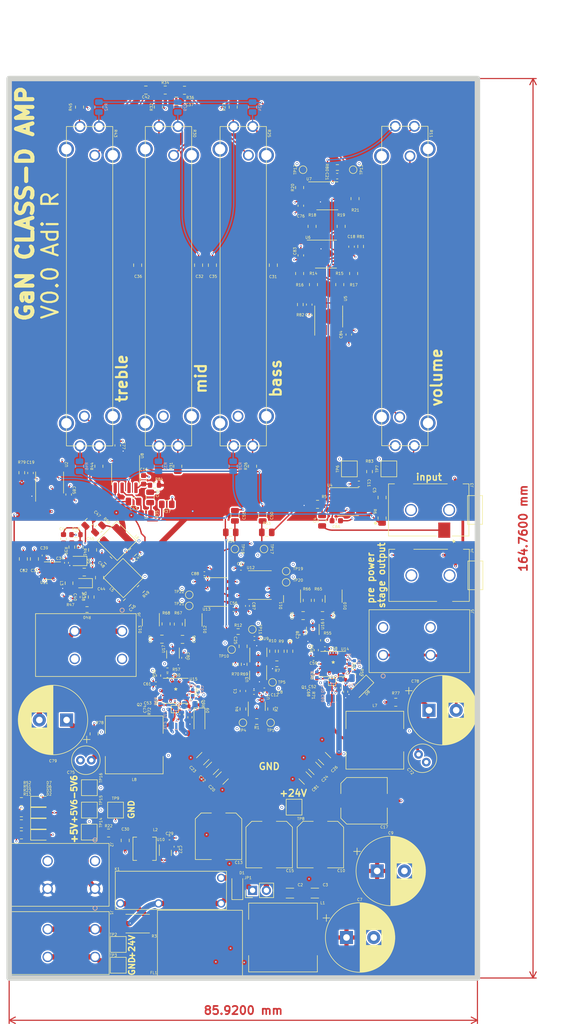
<source format=kicad_pcb>
(kicad_pcb (version 20211014) (generator pcbnew)
  (title_block (title "Class-D GaN Audio Amplifier Layout ") (date "2023-01-09") (rev "0.0") (company "Adi Ramachandran"))
  (layers (0 "F.Cu" power) (1 "In1.Cu" signal) (2 "In2.Cu" signal) (31 "B.Cu" power) (34 "B.Paste" user) (35 "F.Paste" user) (36 "B.SilkS" user "B.Silkscreen") (37 "F.SilkS" user "F.Silkscreen") (38 "B.Mask" user) (39 "F.Mask" user) (44 "Edge.Cuts" user))
  (net 0 "")
  (net 1 "+24V")
  (net 2 "GND")
  (net 3 "/RAW_TRIANGLE")
  (net 4 "/AUDIO_IN_R")
  (net 5 "/AUDIO_IN_L")
  (net 6 "+5V")
  (net 7 "/TRIANGLE_WAVE")
  (net 8 "Net-(C25-Pad1)")
  (net 9 "Net-(C29-Pad1)")
  (net 10 "Net-(C30-Pad1)")
  (net 11 "Net-(C31-Pad1)")
  (net 12 "Net-(C31-Pad2)")
  (net 13 "Net-(C32-Pad1)")
  (net 14 "/SW_NODE_R")
  (net 15 "Net-(C35-Pad1)")
  (net 16 "Net-(C35-Pad2)")
  (net 17 "Net-(C36-Pad1)")
  (net 18 "Net-(C36-Pad2)")
  (net 19 "Net-(C37-Pad1)")
  (net 20 "Net-(C37-Pad2)")
  (net 21 "Net-(C38-Pad2)")
  (net 22 "/EQ_ADJ_R")
  (net 23 "/EQ_ADJ_L")
  (net 24 "Net-(C44-Pad1)")
  (net 25 "/SW_NODE_L")
  (net 26 "/OUT_L")
  (net 27 "/OUT_R")
  (net 28 "Net-(D1-Pad1)")
  (net 29 "Net-(D2-Pad1)")
  (net 30 "Net-(D3-Pad1)")
  (net 31 "/GH_R")
  (net 32 "/GL_R")
  (net 33 "/GH_L")
  (net 34 "/GL_L")
  (net 35 "/SQUARE_WAVE")
  (net 36 "Net-(R1-Pad2)")
  (net 37 "/V_BIAS_R")
  (net 38 "/V_BIAS_L")
  (net 39 "/BUFFERED_R")
  (net 40 "/BUFFERED_L")
  (net 41 "/VOL_ADJ_R")
  (net 42 "/VOL_ADJ_L")
  (net 43 "/~{MODULATED_R}")
  (net 44 "/MODULATED_R")
  (net 45 "/~{MODULATED_L}")
  (net 46 "/MODULATED_L")
  (net 47 "Net-(R42-Pad1)")
  (net 48 "Net-(R7-Pad1)")
  (net 49 "Net-(C61-Pad1)")
  (net 50 "Net-(C62-Pad1)")
  (net 51 "Net-(C63-Pad1)")
  (net 52 "Net-(C64-Pad1)")
  (net 53 "Net-(C66-Pad1)")
  (net 54 "Net-(C67-Pad1)")
  (net 55 "Net-(C72-Pad1)")
  (net 56 "Net-(C75-Pad1)")
  (net 57 "Net-(D7-Pad1)")
  (net 58 "Net-(D8-Pad1)")
  (net 59 "Net-(D9-Pad1)")
  (net 62 "Net-(FL1-Pad1)")
  (net 63 "Net-(R14-Pad1)")
  (net 64 "Net-(R15-Pad1)")
  (net 65 "/~{MODULATED_R_DT}")
  (net 66 "/MODULATED_R_DT")
  (net 67 "/~{MODULATED_L_DT}")
  (net 68 "/MODULATED_L_DT")
  (net 70 "Net-(D5-Pad1)")
  (net 71 "Net-(FL1-Pad3)")
  (net 72 "Net-(C1-Pad1)")
  (net 73 "Net-(C2-Pad1)")
  (net 74 "Net-(C4-Pad2)")
  (net 75 "Net-(C5-Pad2)")
  (net 76 "Net-(C32-Pad2)")
  (net 77 "Net-(C38-Pad1)")
  (net 78 "Net-(C39-Pad1)")
  (net 79 "Net-(C40-Pad1)")
  (net 80 "Net-(C40-Pad2)")
  (net 81 "Net-(C41-Pad1)")
  (net 82 "Net-(C41-Pad2)")
  (net 83 "Net-(C42-Pad1)")
  (net 84 "Net-(C42-Pad2)")
  (net 85 "Net-(C43-Pad1)")
  (net 86 "Net-(C43-Pad2)")
  (net 87 "Net-(C45-Pad1)")
  (net 88 "Net-(C46-Pad1)")
  (net 89 "Net-(C47-Pad1)")
  (net 90 "Net-(C58-Pad1)")
  (net 91 "Net-(C59-Pad1)")
  (net 92 "Net-(C60-Pad1)")
  (net 93 "Net-(C65-Pad1)")
  (net 94 "Net-(D1-Pad2)")
  (net 95 "Net-(D4-Pad2)")
  (net 96 "Net-(D6-Pad1)")
  (net 97 "Net-(L2-Pad1)")
  (net 98 "Net-(R10-Pad2)")
  (net 99 "Net-(R11-Pad2)")
  (net 100 "Net-(R11-Pad3)")
  (net 101 "Net-(R11-Pad5)")
  (net 102 "Net-(R11-Pad6)")
  (net 103 "Net-(R14-Pad2)")
  (net 104 "Net-(R15-Pad2)")
  (net 105 "Net-(R18-Pad2)")
  (net 106 "Net-(R19-Pad2)")
  (net 107 "Net-(R25-Pad2)")
  (net 108 "Net-(R25-Pad5)")
  (net 109 "Net-(R43-Pad3)")
  (net 110 "Net-(R43-Pad4)")
  (net 111 "Net-(R43-Pad6)")
  (net 112 "Net-(R61-Pad1)")
  (net 113 "Net-(R62-Pad1)")
  (net 114 "Net-(R63-Pad1)")
  (net 115 "Net-(R64-Pad1)")
  (net 117 "-5V6")
  (net 118 "+5V6")
  (net 121 "Net-(C50-Pad2)")
  (net 122 "Net-(C51-Pad2)")
  (net 123 "Net-(C52-Pad1)")
  (net 124 "Net-(C11-Pad1)")
  (net 125 "Net-(R69-Pad1)")
  (net 126 "Net-(C14-Pad1)")
  (net 127 "Net-(C16-Pad1)")
  (net 128 "Net-(C18-Pad1)")
  (net 129 "Net-(C19-Pad1)")
  (net 130 "Net-(C21-Pad1)")
  (net 131 "Net-(C53-Pad1)")
  (net 132 "Net-(R73-Pad1)")
  (net 133 "Net-(R74-Pad1)")
  (net 134 "Net-(R75-Pad1)")
  (net 135 "Net-(R76-Pad1)")
  (footprint "footprints:epc2106" (layer "F.Cu") (at 192.1565 264.825 -90)
    (fp_text reference "Q2")
    (fp_text value "EPC2106")
  )
  (footprint "Capacitor_SMD:C_0402_1005Metric" (layer "F.Cu") (at 216.9268 256.2213 180)
    (fp_text reference "C59")
    (fp_text value "22pF")
  )
  (footprint "Resistor_SMD:R_0805_2012Metric" (layer "F.Cu") (at 202.184 155.234 90)
    (fp_text reference "R27")
    (fp_text value "2K2")
  )
  (footprint "Resistor_SMD:R_0603_1608Metric" (layer "F.Cu") (at 202.6 257.3 -90)
    (fp_text reference "R70")
    (fp_text value "10K")
  )
  (footprint "Capacitor_SMD:C_Elec_8x10.2" (layer "F.Cu") (at 208.788 290.322 -90)
    (fp_text reference "C15")
    (fp_text value "100uF")
  )
  (footprint "TestPoint:TestPoint_THTPad_D1.0mm_Drill0.5mm" (layer "F.Cu") (at 210.5 261.7)
    (fp_text reference "REF**" hide)
    (fp_text value "TestPoint_THTPad_D1.0mm_Drill0.5mm")
  )
  (footprint "Inductor_SMD:L_0805_2012Metric_Pad1.15x1.40mm_HandSolder" (layer "F.Cu") (at 172.068 242.438 -90)
    (fp_text reference "L3")
    (fp_text value "4.7uH")
  )
  (footprint "Capacitor_SMD:C_0805_2012Metric" (layer "F.Cu") (at 218.5725 248.374)
    (fp_text reference "C64")
    (fp_text value "100pF")
  )
  (footprint "Capacitor_SMD:C_0402_1005Metric" (layer "F.Cu") (at 206.002 262.44)
    (fp_text reference "C12")
    (fp_text value ".1uF")
  )
  (footprint "footprints:1017503" (layer "F.Cu") (at 168.135901 298.404 -90)
    (fp_text reference "J2")
    (fp_text value "1017503" hide)
  )
  (footprint "Capacitor_SMD:C_0402_1005Metric" (layer "F.Cu") (at 171.6 238.7 90)
    (fp_text reference "C34")
    (fp_text value "1uF")
  )
  (footprint "Resistor_SMD:R_0402_1005Metric" (layer "F.Cu") (at 222.8268 262.3193 90)
    (fp_text reference "R71")
    (fp_text value "0")
  )
  (footprint "TestPoint:TestPoint_Pad_D1.0mm" (layer "F.Cu") (at 211.9025 242.278)
    (fp_text reference "TP20")
    (fp_text value "TestPoint")
  )
  (footprint "Resistor_SMD:R_0603_1608Metric" (layer "F.Cu") (at 221.3 166.3 180)
    (fp_text reference "R80")
    (fp_text value "0")
  )
  (footprint "TestPoint:TestPoint_Pad_2.5x2.5mm" (layer "F.Cu") (at 181.102 308.61)
    (fp_text reference "TP2")
    (fp_text value "TestPoint")
  )
  (footprint "Capacitor_SMD:C_0805_2012Metric" (layer "F.Cu") (at 177.656 241.422 90)
    (fp_text reference "C44")
    (fp_text value "10uf")
  )
  (footprint "Resistor_SMD:R_0805_2012Metric" (layer "F.Cu") (at 216.662 177.078 90)
    (fp_text reference "R18")
    (fp_text value "2K ")
  )
  (footprint "" (layer "F.Cu") (at 167 229.3)
    (fp_text reference "")
    (fp_text value "")
  )
  (footprint "Resistor_SMD:R_0402_1005Metric" (layer "F.Cu") (at 223.5268 257.9193 -90)
    (fp_text reference "R61")
    (fp_text value "4")
  )
  (footprint "Resistor_SMD:R_0805_2012Metric" (layer "F.Cu") (at 188.468 155.234 90)
    (fp_text reference "R32")
    (fp_text value "2K2")
  )
  (footprint "footprints:PTA4544-2010CIB103" (layer "F.Cu") (at 194.564 158.79 -90)
    (fp_text reference "R30")
    (fp_text value "10K")
  )
  (footprint "Capacitor_THT:CP_Radial_D12.5mm_P5.00mm" (layer "F.Cu") (at 171.620459 267.5 180)
    (fp_text reference "C79")
    (fp_text value "1.5mF 20% 35VDC AlElec")
  )
  (footprint "Capacitor_SMD:C_0603_1608Metric" (layer "F.Cu") (at 223.4 196.9 90)
    (fp_text reference "C84")
    (fp_text value ".1uF")
  )
  (footprint "TestPoint:TestPoint_THTPad_D1.0mm_Drill0.5mm" (layer "F.Cu") (at 234.5 269.5)
    (fp_text reference "REF**" hide)
    (fp_text value "TestPoint_THTPad_D1.0mm_Drill0.5mm")
  )
  (footprint "Resistor_SMD:R_0805_2012Metric" (layer "F.Cu") (at 185.25 243.5 -135)
    (fp_text reference "R49")
    (fp_text value "DNP")
  )
  (footprint "Capacitor_SMD:C_0805_2012Metric" (layer "F.Cu") (at 186.952 226.73 -90)
    (fp_text reference "C38")
    (fp_text value "47nF")
  )
  (footprint "Capacitor_SMD:C_0402_1005Metric" (layer "F.Cu") (at 207.9 262)
    (fp_text reference "C8")
    (fp_text value ".1uF")
  )
  (footprint "Resistor_SMD:R_0805_2012Metric" (layer "F.Cu") (at 215.7785 245.58 90)
    (fp_text reference "R66")
    (fp_text value "47")
  )
  (footprint "" (layer "F.Cu") (at 187.4 258.4)
    (fp_text reference "")
    (fp_text value "")
  )
  (footprint "TestPoint:TestPoint_Pad_D1.0mm" (layer "F.Cu") (at 194.1225 246.596 180)
    (fp_text reference "TP21")
    (fp_text value "TestPoint")
  )
  (footprint "Resistor_SMD:R_2512_6332Metric" (layer "F.Cu") (at 184.658 304.8 180)
    (fp_text reference "R3")
    (fp_text value "100 16W 1%")
  )
  (footprint "Package_SO:SOIC-8_3.9x4.9mm_P1.27mm" (layer "F.Cu") (at 182.44 222.5 -90)
    (fp_text reference "U8")
    (fp_text value "LM4562")
  )
  (footprint "Resistor_SMD:R_0603_1608Metric" (layer "F.Cu") (at 209.4 254.9 90)
    (fp_text reference "R10")
    (fp_text value "10K .1%")
  )
  (footprint "Resistor_SMD:R_0805_2012Metric" (layer "F.Cu") (at 163.322 286.512 180)
    (fp_text reference "R23")
    (fp_text value "330")
  )
  (footprint "TestPoint:TestPoint_THTPad_D1.0mm_Drill0.5mm" (layer "F.Cu") (at 213.9 165.6)
    (fp_text reference "REF**" hide)
    (fp_text value "TestPoint_THTPad_D1.0mm_Drill0.5mm")
  )
  (footprint "Package_TO_SOT_SMD:SOT-363_SC-70-6" (layer "F.Cu") (at 216.7945 251.168 -90)
    (fp_text reference "U16")
    (fp_text value "74LVC2G14GV")
  )
  (footprint "footprints:PTA4544-2010CIB103" (layer "F.Cu") (at 229.43 217.25 90)
    (fp_text reference "R11")
    (fp_text value "10K")
  )
  (footprint "Resistor_SMD:R_0603_1608Metric" (layer "F.Cu") (at 203.1 251.3 180)
    (fp_text reference "R12")
    (fp_text value "10K")
  )
  (footprint "Connector_PinHeader_2.54mm:PinHeader_1x02_P2.54mm_Vertical" (layer "F.Cu") (at 205.735 298.704 90)
    (fp_text reference "JP1")
    (fp_text value "Jumper_2_Open")
  )
  (footprint "TestPoint:TestPoint_THTPad_D1.0mm_Drill0.5mm" (layer "F.Cu") (at 184.9 234.7)
    (fp_text reference "REF**" hide)
    (fp_text value "TestPoint_THTPad_D1.0mm_Drill0.5mm")
  )
  (footprint "TestPoint:TestPoint_THTPad_D1.0mm_Drill0.5mm" (layer "F.Cu") (at 186 241.2)
    (fp_text reference "REF**" hide)
    (fp_text value "TestPoint_THTPad_D1.0mm_Drill0.5mm")
  )
  (footprint "Resistor_SMD:R_0603_1608Metric" (layer "F.Cu") (at 172.576 235.834 -90)
    (fp_text reference "R39")
    (fp_text value "2K ")
  )
  (footprint "TestPoint:TestPoint_THTPad_D1.0mm_Drill0.5mm" (layer "F.Cu") (at 222.5 273.7)
    (fp_text reference "REF**" hide)
    (fp_text value "TestPoint_THTPad_D1.0mm_Drill0.5mm")
  )
  (footprint "footprints:LT1394CS8-PBF" (layer "F.Cu") (at 198.9485 244.056 180)
    (fp_text reference "U13")
    (fp_text value "LT1394" hide)
  )
  (footprint "Package_TO_SOT_SMD:SOT-23-5" (layer "F.Cu") (at 206.764 259.326 -90)
    (fp_text reference "U3")
    (fp_text value "TLV3541")
  )
  (footprint "Capacitor_SMD:C_0805_2012Metric" (layer "F.Cu") (at 202.5045 230.086 -90)
    (fp_text reference "C51")
    (fp_text value "10uf")
  )
  (footprint "footprints:LT1394CS8-PBF" (layer "F.Cu") (at 207.0765 242.786)
    (fp_text reference "U12")
    (fp_text value "LT1394" hide)
  )
  (footprint "Capacitor_SMD:C_0805_2012Metric" (layer "F.Cu") (at 215.0165 248.374 180)
    (fp_text reference "C65")
    (fp_text value "100pF")
  )
  (footprint "Resistor_SMD:R_0805_2012Metric" (layer "F.Cu") (at 217.662 228 180)
    (fp_text reference "R5")
    (fp_text value "10K")
  )
  (footprint "Resistor_SMD:R_0402_1005Metric" (layer "F.Cu") (at 194.25 267 90)
    (fp_text reference "R72")
    (fp_text value "0")
  )
  (footprint "Capacitor_SMD:C_0805_2012Metric" (layer "F.Cu") (at 192.8835 252.733)
    (fp_text reference "C66")
    (fp_text value "100pF")
  )
  (footprint "LED_SMD:LED_0805_2012Metric_Pad1.15x1.40mm_HandSolder" (layer "F.Cu") (at 166.878 284.48)
    (fp_text reference "D6")
    (fp_text value "LED")
  )
  (footprint "Capacitor_SMD:C_0402_1005Metric" (layer "F.Cu") (at 192.75 266.5 -90)
    (fp_text reference "C74")
    (fp_text value "1uF")
  )
  (footprint "footprints:EXL1V0503-R33-R" (layer "F.Cu") (at 179.688 235.834 135)
    (fp_text reference "L6")
    (fp_text value "330nH")
  )
  (footprint "Capacitor_SMD:C_0402_1005Metric" (layer "F.Cu") (at 193.1 256.1 -90)
    (fp_text reference "C80")
    (fp_text value ".1uF")
  )
  (footprint "Resistor_SMD:R_0603_1608Metric" (layer "F.Cu") (at 172.322 245.232)
    (fp_text reference "R47")
    (fp_text value "10K .1%")
  )
  (footprint "" (layer "F.Cu") (at 221.7 219.7)
    (fp_text reference "")
    (fp_text value "")
  )
  (footprint "Resistor_SMD:R_0805_2012Metric" (layer "F.Cu") (at 176.6625 270.04 -90)
    (fp_text reference "R78")
    (fp_text value "100K")
  )
  (footprint "Resistor_SMD:R_0603_1608Metric" (layer "F.Cu") (at 176.132 244.978 90)
    (fp_text reference "R38")
    (fp_text value "2K ")
  )
  (footprint "Package_TO_SOT_SMD:SOT-23" (layer "F.Cu") (at 187.0765 249.644 -90)
    (fp_text reference "D13")
    (fp_text value "RB551V")
  )
  (footprint "" (layer "F.Cu") (at 225.3 165.6)
    (fp_text reference "")
    (fp_text value "")
  )
  (footprint "Capacitor_SMD:C_1206_3216Metric" (layer "F.Cu") (at 215.392 278.13 135)
    (fp_text reference "C81")
    (fp_text value "10uf")
  )
  (footprint "TestPoint:TestPoint_THTPad_D1.0mm_Drill0.5mm" (layer "F.Cu") (at 210.2 269.1)
    (fp_text reference "REF**" hide)
    (fp_text value "TestPoint_THTPad_D1.0mm_Drill0.5mm")
  )
  (footprint "Resistor_SMD:R_0402_1005Metric" (layer "F.Cu") (at 225.0268 259.1193 -90)
    (fp_text reference "R59")
    (fp_text value "20")
  )
  (footprint "Capacitor_SMD:C_0805_2012Metric" (layer "F.Cu") (at 175.75 231.25 -135)
    (fp_text reference "C47")
    (fp_text value "DNP")
  )
  (footprint "Resistor_SMD:R_0603_1608Metric" (layer "F.Cu") (at 214.5 191.4 -90)
    (fp_text reference "R82")
    (fp_text value "0")
  )
  (footprint "Capacitor_SMD:C_0805_2012Metric" (layer "F.Cu") (at 218.5 231 90)
    (fp_text reference "C4")
    (fp_text value "10uf")
  )
  (footprint "Resistor_SMD:R_0402_1005Metric" (layer "F.Cu") (at 217.4268 254.6973 -90)
    (fp_text reference "R56")
    (fp_text value "1K")
  )
  (footprint "Capacitor_SMD:C_Elec_8x10.2" (layer "F.Cu") (at 226.2 282.3)
    (fp_text reference "C17")
    (fp_text value "100uF")
  )
  (footprint "TestPoint:TestPoint_THTPad_D1.0mm_Drill0.5mm" (layer "F.Cu") (at 192.8 245.6)
    (fp_text reference "REF**" hide)
    (fp_text value "TestPoint_THTPad_D1.0mm_Drill0.5mm")
  )
  (footprint "Resistor_SMD:R_0805_2012Metric" (layer "F.Cu") (at 163.322 288.544 180)
    (fp_text reference "R13")
    (fp_text value "1K5")
  )
  (footprint "TestPoint:TestPoint_THTPad_D1.0mm_Drill0.5mm" (layer "F.Cu") (at 213.2 241.3)
    (fp_text reference "REF**" hide)
    (fp_text value "TestPoint_THTPad_D1.0mm_Drill0.5mm")
  )
  (footprint "TestPoint:TestPoint_THTPad_D1.0mm_Drill0.5mm" (layer "F.Cu") (at 203.6 237.3)
    (fp_text reference "REF**" hide)
    (fp_text value "TestPoint_THTPad_D1.0mm_Drill0.5mm")
  )
  (footprint "Resistor_SMD:R_0805_2012Metric" (layer "F.Cu") (at 217.8105 245.58 90)
    (fp_text reference "R65")
    (fp_text value "47")
  )
  (footprint "Package_TO_SOT_SMD:SOT-23" (layer "F.Cu") (at 212.9845 245.326 -90)
    (fp_text reference "D11")
    (fp_text value "RB551V")
  )
  (footprint "TestPoint:TestPoint_Pad_2.5x2.5mm" (layer "F.Cu") (at 175.8 284 180)
    (fp_text reference "TP15")
    (fp_text value "TestPoint")
  )
  (footprint "LED_SMD:LED_0805_2012Metric_Pad1.15x1.40mm_HandSolder" (layer "F.Cu") (at 166.878 282.448)
    (fp_text reference "D7")
    (fp_text value "LED")
  )
  (footprint "Capacitor_SMD:C_0402_1005Metric" (layer "F.Cu") (at 214.8 251.9 -90)
    (fp_text reference "C28")
    (fp_text value ".1uF")
  )
  (footprint "footprints:LM5113SDX&slash_NOPB" (layer "F.Cu") (at 191.6485 262.156 180)
    (fp_text reference "U15")
    (fp_text value "LM5113SDX/NOPB" hide)
  )
  (footprint "Capacitor_SMD:C_0603_1608Metric" (layer "F.Cu") (at 172 226.2 -90)
    (fp_text reference "C85")
    (fp_text value ".1uF")
  )
  (footprint "Resistor_SMD:R_0603_1608Metric" (layer "F.Cu") (at 173.338 233.548 180)
    (fp_text reference "R48")
    (fp_text value "10K .1%")
  )
  (footprint "" (layer "F.Cu") (at 189.4 265.6)
    (fp_text reference "")
    (fp_text value "")
  )
  (footprint "TestPoint:TestPoint_THTPad_D1.0mm_Drill0.5mm" (layer "F.Cu") (at 200.7 253.4)
    (fp_text reference "REF**" hide)
    (fp_text value "TestPoint_THTPad_D1.0mm_Drill0.5mm")
  )
  (footprint "Package_DFN_QFN:DFN-8_2x2mm_P0.5mm" (layer "F.Cu") (at 189.738 291.338 -90)
    (fp_text reference "U10")
    (fp_text value "MAX15462")
  )
  (footprint "Diode_SMD:D_SOD-323" (layer "F.Cu") (at 174.862 242.438 180)
    (fp_text reference "D4")
    (fp_text value "30V 800mA 200mV")
  )
  (footprint "footprints:AZ9375-1A-24DEF" (layer "F.Cu") (at 199.979 296.404 180)
    (fp_text reference "K1")
    (fp_text value "24V 10A NO ")
  )
  (footprint "footprints:epc2106" (layer "F.Cu") (at 221.0068 259.8393 -90)
    (fp_text reference "Q1")
    (fp_text value "EPC2106")
  )
  (footprint "Resistor_SMD:R_0805_2012Metric" (layer "F.Cu") (at 192.1215 249.939 90)
    (fp_text reference "R67")
    (fp_text value "47")
  )
  (footprint "TestPoint:TestPoint_Pad_2.5x2.5mm" (layer "F.Cu") (at 180.6 284)
    (fp_text reference "TP9")
    (fp_text value "TestPoint")
  )
  (footprint "Resistor_SMD:R_0805_2012Metric" (layer "F.Cu") (at 163.322 284.48 180)
    (fp_text reference "R51")
    (fp_text value "330")
  )
  (footprint "Capacitor_SMD:C_1206_3216Metric" (layer "F.Cu") (at 218.948 274.574 135)
    (fp_text reference "C26")
    (fp_text value "10uf")
  )
  (footprint "Resistor_SMD:R_0805_2012Metric" (layer "F.Cu") (at 232.015 264.25)
    (fp_text reference "R77")
    (fp_text value "100K")
  )
  (footprint "Diode_SMD:D_SOD-323" (layer "F.Cu") (at 173.846 238.374 180)
    (fp_text reference "D5")
    (fp_text value "30V 800mA 200mV")
  )
  (footprint "Resistor_SMD:R_0603_1608Metric" (layer "F.Cu") (at 227.2 222 90)
    (fp_text reference "R83")
    (fp_text value "0")
  )
  (footprint "Package_TO_SOT_SMD:SOT-363_SC-70-6" (layer "F.Cu") (at 191.1405 255.486 -90)
    (fp_text reference "U17")
    (fp_text value "74LVC2G14GV")
  )
  (footprint "Capacitor_SMD:C_0805_2012Metric" (layer "F.Cu") (at 207.5845 230.086 -90)
    (fp_text reference "C50")
    (fp_text value "10uf")
  )
  (footprint "Resistor_SMD:R_0805_2012Metric" (layer "F.Cu") (at 189.718 152.112)
    (fp_text reference "R34")
    (fp_text value "6K8")
  )
  (footprint "Resistor_SMD:R_0805_2012Metric" (layer "F.Cu") (at 216.916 187.746 90)
    (fp_text reference "R14")
    (fp_text value "2K .1%")
  )
  (footprint "footprints:SJ-3523-SMT" (layer "F.Cu") (at 238.1305 241.002 -90)
    (fp_text reference "J4")
    (fp_text value "AudioJack3" hide)
  )
  (footprint "" (layer "F.Cu") (at 203.6 237.3)
    (fp_text reference "")
    (fp_text value "")
  )
  (footprint "" (layer "F.Cu") (at 229 219.7)
    (fp_text reference "")
    (fp_text value "")
  )
  (footprint "footprints:SJ-3523-SMT" (layer "F.Cu") (at 238.0625 229.024 -90)
    (fp_text reference "J3")
    (fp_text value "AudioJack3" hide)
  )
  (footprint "Capacitor_SMD:C_0805_2012Metric" (layer "F.Cu") (at 163.686 238 90)
    (fp_text reference "C82")
    (fp_text value "10uf")
  )
  (footprint "Resistor_SMD:R_0805_2012Metric" (layer "F.Cu") (at 224.282 185.714 90)
    (fp_text reference "R17")
    (fp_text value "10K .1%")
  )
  (footprint "Capacitor_SMD:C_0402_1005Metric" (layer "F.Cu") (at 204.8 246.6 -90)
    (fp_text reference "C87")
    (fp_text value ".1uF")
  )
  (footprint "TestPoint:TestPoint_Pad_D1.0mm" (layer "F.Cu") (at 224.2 166.7 90)
    (fp_text reference "TP13")
    (fp_text value "TestPoint")
  )
  (footprint "Capacitor_SMD:C_0805_2012Metric" (layer "F.Cu") (at 184.658 184.19 -90)
    (fp_text reference "C36")
    (fp_text value "47nF")
  )
  (footprint "" (layer "F.Cu") (at 213.9 165.6)
    (fp_text reference "")
    (fp_text value "")
  )
  (footprint "TestPoint:TestPoint_THTPad_D1.0mm_Drill0.5mm" (layer "F.Cu") (at 190.3 274)
    (fp_text reference "REF**" hide)
    (fp_text value "TestPoint_THTPad_D1.0mm_Drill0.5mm")
  )
  (footprint "Capacitor_SMD:C_0805_2012Metric" (layer "F.Cu") (at 183.75 236.75 -135)
    (fp_text reference "C49")
    (fp_text value "22uF")
  )
  (footprint "Resistor_SMD:R_0603_1608Metric" (layer "F.Cu") (at 209.05 265.488 -90)
    (fp_text reference "R2")
    (fp_text value "100K")
  )
  (footprint "Resistor_SMD:R_0805_2012Metric" (layer "F.Cu") (at 190 228 180)
    (fp_text reference "R37")
    (fp_text value "6K8")
  )
  (footprint "Capacitor_SMD:C_0805_2012Metric" (layer "F.Cu") (at 229.5 226.75 -90)
    (fp_text reference "C5")
    (fp_text value "10uf")
  )
  (footprint "TestPoint:TestPoint_Pad_D1.0mm" (layer "F.Cu") (at 215 166.7 90)
    (fp_text reference "TP12")
    (fp_text value "TestPoint")
  )
  (footprint "" (layer "F.Cu") (at 211.1 283.5)
    (fp_text reference "")
    (fp_text value "")
  )
  (footprint "Resistor_SMD:R_0402_1005Metric" (layer "F.Cu") (at 190.1245 258.346 180)
    (fp_text reference "R57")
    (fp_text value "1K")
  )
  (footprint "TestPoint:TestPoint_Pad_D1.0mm" (layer "F.Cu") (at 203.97 268 90)
    (fp_text reference "TP4")
    (fp_text value "TestPoint")
  )
  (footprint "TestPoint:TestPoint_Pad_D1.0mm" (layer "F.Cu") (at 209.05 268)
    (fp_text reference "TP1")
    (fp_text value "TestPoint")
  )
  (footprint "Capacitor_THT:CP_Radial_D12.5mm_P5.00mm" (layer "F.Cu") (at 228.6 295.148)
    (fp_text reference "C9")
    (fp_text value "1.5mF")
  )
  (footprint "TestPoint:TestPoint_THTPad_D1.0mm_Drill0.5mm" (layer "F.Cu") (at 221.7 219.7)
    (fp_text reference "REF**" hide)
    (fp_text value "TestPoint_THTPad_D1.0mm_Drill0.5mm")
  )
  (footprint "Capacitor_SMD:C_0805_2012Metric" (layer "F.Cu") (at 179.25 238.25 135)
    (fp_text reference "C48")
    (fp_text value "22uF")
  )
  (footprint "Package_SO:SOIC-8_3.9x4.9mm_P1.27mm" (layer "F.Cu") (at 223.25 227.5)
    (fp_text reference "U4")
    (fp_text value "LM4562")
  )
  (footprint "" (layer "F.Cu") (at 177.9 279.9)
    (fp_text reference "")
    (fp_text value "")
  )
  (footprint "Resistor_SMD:R_0805_2012Metric" (layer "F.Cu") (at 221.996 177.078 90)
    (fp_text reference "R19")
    (fp_text value "2K ")
  )
  (footprint "" (layer "F.Cu") (at 223.8 261.3)
    (fp_text reference "")
    (fp_text value "")
  )
  (footprint "Capacitor_THT:C_Radial_D5.0mm_H11.0mm_P2.00mm" (layer "F.Cu") (at 236.2 273.8 -45)
    (fp_text reference "C72")
    (fp_text value ".68uF 5% 63VAC MFC")
  )
  (footprint "Capacitor_SMD:C_0402_1005Metric" (layer "F.Cu") (at 221.5268 261.6193 -90)
    (fp_text reference "C68")
    (fp_text value "1uF")
  )
  (footprint "TestPoint:TestPoint_Pad_2.5x2.5mm" (layer "F.Cu") (at 175.768 288.036)
    (fp_text reference "TP14")
    (fp_text value "TestPoint")
  )
  (footprint "Capacitor_SMD:C_0603_1608Metric" (layer "F.Cu") (at 165 222.25 -90)
    (fp_text reference "C19")
    (fp_text value ".1uF")
  )
  (footprint "Resistor_SMD:R_0805_2012Metric" (layer "F.Cu") (at 224.536 171.998 90)
    (fp_text reference "R21")
    (fp_text value "2K ")
  )
  (footprint "Capacitor_SMD:C_1206_3216Metric" (layer "F.Cu") (at 217.17 276.352 135)
    (fp_text reference "C24")
    (fp_text value "10uf")
  )
  (footprint "Capacitor_SMD:C_0402_1005Metric" (layer "F.Cu") (at 188 260.886 180)
    (fp_text reference "C61")
    (fp_text value "22pF")
  )
  (footprint "Resistor_SMD:R_0805_2012Metric" (layer "F.Cu") (at 208.3465 233.134)
    (fp_text reference "R53")
    (fp_text value "10K")
  )
  (footprint "TestPoint:TestPoint_THTPad_D1.0mm_Drill0.5mm" (layer "F.Cu") (at 189.4 265.6)
    (fp_text reference "REF**" hide)
    (fp_text value "TestPoint_THTPad_D1.0mm_Drill0.5mm")
  )
  (footprint "" (layer "F.Cu") (at 206.7 237.3)
    (fp_text reference "")
    (fp_text value "")
  )
  (footprint "Capacitor_SMD:C_Elec_8x10.2" (layer "F.Cu") (at 218.186 290.322 -90)
    (fp_text reference "C10")
    (fp_text value "100uF")
  )
  (footprint "Capacitor_THT:CP_Radial_D12.5mm_P5.00mm" (layer "F.Cu") (at 238.103541 265.712)
    (fp_text reference "C78")
    (fp_text value "1.5mF 20% 35VDC AlElec")
  )
  (footprint "Inductor_SMD:L_Vishay_IHLP-1616" (layer "F.Cu") (at 185.928 291.084 90)
    (fp_text reference "L2")
    (fp_text value "47uH")
  )
  (footprint "Capacitor_SMD:C_0402_1005Metric" (layer "F.Cu") (at 190.1245 259.362)
    (fp_text reference "C60")
    (fp_text value "22pF")
  )
  (footprint "" (layer "F.Cu") (at 208.8 278.3)
    (fp_text reference "")
    (fp_text value "")
  )
  (footprint "Resistor_SMD:R_0603_1608Metric" (layer "F.Cu") (at 204.2 257.3 90)
    (fp_text reference "R69")
    (fp_text value "10K")
  )
  (footprint "" (layer "F.Cu") (at 234.5 269.5)
    (fp_text reference "")
    (fp_text value "")
  )
  (footprint "" (layer "F.Cu") (at 190.3 274)
    (fp_text reference "")
    (fp_text value "")
  )
  (footprint "Resistor_SMD:R_0805_2012Metric" (layer "F.Cu") (at 221.742 187.746 90)
    (fp_text reference "R15")
    (fp_text value "2K .1%")
  )
  (footprint "" (layer "F.Cu") (at 177.9 284)
    (fp_text reference "")
    (fp_text value "")
  )
  (footprint "TestPoint:TestPoint_THTPad_D1.0mm_Drill0.5mm" (layer "F.Cu") (at 192.8 243.399999)
    (fp_text reference "REF**" hide)
    (fp_text value "TestPoint_THTPad_D1.0mm_Drill0.5mm")
  )
  (footprint "Resistor_SMD:R_0805_2012Metric" (layer "F.Cu") (at 179.324 288.2)
    (fp_text reference "R22")
    (fp_text value "0")
  )
  (footprint "" (layer "F.Cu") (at 184.9 234.7)
    (fp_text reference "")
    (fp_text value "")
  )
  (footprint "Package_DFN_QFN:DFN-12-1EP_3x3mm_P0.5mm_EP1.6x2.5mm" (layer "F.Cu") (at 169.02 240.152 180)
    (fp_text reference "U11")
    (fp_text value "R1283x")
  )
  (footprint "Capacitor_SMD:C_0603_1608Metric" (layer "F.Cu") (at 225.25 224.25 180)
    (fp_text reference "C11")
    (fp_text value ".1uF")
  )
  (footprint "Resistor_SMD:R_0402_1005Metric" (layer "F.Cu") (at 188.75 264.25 -90)
    (fp_text reference "R64")
    (fp_text value "4")
  )
  (footprint "Capacitor_SMD:C_0805_2012Metric" (layer "F.Cu") (at 186.162 152.112 180)
    (fp_text reference "C42")
    (fp_text value "10nF")
  )
  (footprint "TestPoint:TestPoint_THTPad_D1.0mm_Drill0.5mm" (layer "F.Cu") (at 177.9 284)
    (fp_text reference "REF**" hide)
    (fp_text value "TestPoint_THTPad_D1.0mm_Drill0.5mm")
  )
  (footprint "Capacitor_SMD:C_0805_2012Metric" (layer "F.Cu") (at 176.386 236.342 -90)
    (fp_text reference "C45")
    (fp_text value "10uf")
  )
  (footprint "Capacitor_SMD:C_0805_2012Metric" (layer "F.Cu") (at 189.1085 252.692 180)
    (fp_text reference "C67")
    (fp_text value "100pF")
  )
  (footprint "Resistor_SMD:R_0805_2012Metric" (layer "F.Cu") (at 229.5 230.5 -90)
    (fp_text reference "R6")
    (fp_text value "10K")
  )
  (footprint "" (layer "F.Cu") (at 192.8 245.6)
    (fp_text reference "")
    (fp_text value "")
  )
  (footprint "Package_SO:SOIC-8_3.9x4.9mm_P1.27mm" (layer "F.Cu") (at 219.202 182.158)
    (fp_text reference "U6")
    (fp_text value "LM4562")
  )
  (footprint "Capacitor_SMD:C_0603_1608Metric" (layer "F.Cu") (at 216.138 191.41 -90)
    (fp_text reference "C14")
    (fp_text value ".1uF")
  )
  (footprint "Capacitor_SMD:C_Elec_8x10.2" (layer "F.Cu") (at 199.5 288.798 -90)
    (fp_text reference "C13")
    (fp_text value "100uF")
  )
  (footprint "Resistor_SMD:R_0603_1608Metric" (layer "F.Cu") (at 187.75 224.5)
    (fp_text reference "R84")
    (fp_text value "0")
  )
  (footprint "LED_SMD:LED_0805_2012Metric_Pad1.15x1.40mm_HandSolder" (layer "F.Cu") (at 166.878 288.544)
    (fp_text reference "D2")
    (fp_text value "LED")
  )
  (footprint "Inductor_SMD:L_12x12mm_H8mm" (layer "F.Cu") (at 211.328 307.34)
    (fp_text reference "L1")
    (fp_text value "100uH 125mOhm 2.8A")
  )
  (footprint "TestPoint:TestPoint_THTPad_D1.0mm_Drill0.5mm" (layer "F.Cu") (at 187.4 258.4)
    (fp_text reference "REF**" hide)
    (fp_text value "TestPoint_THTPad_D1.0mm_Drill0.5mm")
  )
  (footprint "Resistor_SMD:R_0603_1608Metric" (layer "F.Cu") (at 174.1 235.834 90)
    (fp_text reference "R41")
    (fp_text value "46K4")
  )
  (footprint "Resistor_SMD:R_0402_1005Metric" (layer "F.Cu") (at 196 264.198 -90)
    (fp_text reference "R60")
    (fp_text value "20")
  )
  (footprint "Resistor_SMD:R_0603_1608Metric" (layer "F.Cu") (at 206.51 267.774)
    (fp_text reference "R1")
    (fp_text value "1M")
  )
  (footprint "TestPoint:TestPoint_Pad_2.5x2.5mm" (layer "F.Cu") (at 223.5 221.5 90)
    (fp_text reference "TP6")
    (fp_text value "TestPoint")
  )
  (footprint "Capacitor_SMD:C_1206_3216Metric" (layer "F.Cu") (at 198.374 276.352 -135)
    (fp_text reference "C22")
    (fp_text value "10uf")
  )
  (footprint "Resistor_SMD:R_0805_2012Metric" (layer "F.Cu") (at 205.74 221.02 90)
    (fp_text reference "R26")
    (fp_text value "2K2")
  )
  (footprint "Package_SO:SOIC-8_3.9x4.9mm_P1.27mm" (layer "F.Cu") (at 168.5 224 90)
    (fp_text reference "U2")
    (fp_text value "LM4562")
  )
  (footprint "Package_TO_SOT_SMD:SOT-23-5" (layer "F.Cu") (at 206.51 264.98 90)
    (fp_text reference "U1")
    (fp_text value "TLV3201")
  )
  (footprint "Resistor_SMD:R_0402_1005Metric" (layer "F.Cu") (at 188.5 259.362 -90)
    (fp_text reference "R58")
    (fp_text value "1K")
  )
  (footprint "LED_SMD:LED_0805_2012Metric_Pad1.15x1.40mm_HandSolder" (layer "F.Cu") (at 166.878 286.512)
    (fp_text reference "D3")
    (fp_text value "LED")
  )
  (footprint "TestPoint:TestPoint_Pad_2.5x2.5mm" (layer "F.Cu") (at 230.75 221.5 90)
    (fp_text reference "TP7")
    (fp_text value "TestPoint")
  )
  (footprint "TestPoint:TestPoint_Pad_2.5x2.5mm" (layer "F.Cu") (at 213.36 283.464)
    (fp_text reference "TP8")
    (fp_text value "TestPoint")
  )
  (footprint "" (layer "F.Cu") (at 202.9 269.1)
    (fp_text reference "")
    (fp_text value "")
  )
  (footprint "Capacitor_SMD:C_0603_1608Metric" (layer "F.Cu") (at 214.6 173.3 -90)
    (fp_text reference "C76")
    (fp_text value ".1uF")
  )
  (footprint "Diode_SMD:D_SOD-123F" (layer "F.Cu") (at 196 267.5 -90)
    (fp_text reference "D9")
    (fp_text value "BAT46WH")
  )
  (footprint "Resistor_SMD:R_0805_2012Metric" (layer "F.Cu") (at 186.19 229.778)
    (fp_text reference "R35")
    (fp_text value "6K8")
  )
  (footprint "footprints:LM5113SDX&slash_NOPB" (layer "F.Cu") (at 220.5393 257.2393 180)
    (fp_text reference "U14")
    (fp_text value "LM5113SDX/NOPB" hide)
  )
  (footprint "Resistor_SMD:R_0603_1608Metric" (layer "F.Cu") (at 210.2 257.2 180)
    (fp_text reference "R7")
    (fp_text value "10K")
  )
  (footprint "" (layer "F.Cu") (at 175.8 286.1)
    (fp_text reference "")
    (fp_text value "")
  )
  (footprint "Capacitor_SMD:C_0805_2012Metric" (layer "F.Cu") (at 191.75 154.144 180)
    (fp_text reference "C37")
    (fp_text value "47nF")
  )
  (footprint "TestPoint:TestPoint_THTPad_D1.0mm_Drill0.5mm" (layer "F.Cu") (at 229 219.7)
    (fp_text reference "REF**" hide)
    (fp_text value "TestPoint_THTPad_D1.0mm_Drill0.5mm")
  )
  (footprint "Resistor_SMD:R_0603_1608Metric" (layer "F.Cu") (at 203.97 265.488 -90)
    (fp_text reference "R4")
    (fp_text value "2K93")
  )
  (footprint "TestPoint:TestPoint_Pad_D1.0mm" (layer "F.Cu") (at 209.4 260.6)
    (fp_text reference "TP5")
    (fp_text value "TestPoint")
  )
  (footprint "" (layer "F.Cu") (at 213.2 239)
    (fp_text reference "")
    (fp_text value "")
  )
  (footprint "Resistor_SMD:R_0805_2012Metric" (layer "F.Cu") (at 192.024 221.02 90)
    (fp_text reference "R31")
    (fp_text value "2K2")
  )
  (footprint "TestPoint:TestPoint_THTPad_D1.0mm_Drill0.5mm" (layer "F.Cu") (at 218.2 260.7)
    (fp_text reference "REF**" hide)
    (fp_text value "TestPoint_THTPad_D1.0mm_Drill0.5mm")
  )
  (footprint "" (layer "F.Cu") (at 219.5 252.9)
    (fp_text reference "")
    (fp_text value "")
  )
  (footprint "footprints:PTA4544-2010CIB103" (layer "F.Cu") (at 180.086 158.79 -90)
    (fp_text reference "R43")
    (fp_text value "10K")
  )
  (footprint "footprints:ECMS1V1306-701-R" (layer "F.Cu") (at 190.688 304.981)
    (fp_text reference "FL1")
    (fp_text value "8A 700 Ohm 125V CMC ")
  )
  (footprint "Inductor_SMD:L_10.4x10.4_H4.8" (layer "F.Cu") (at 184.0285 272.062 180)
    (fp_text reference "L8")
    (fp_text value "22uH 36mOhm 3.6A")
  )
  (footprint "Diode_SMD:D_SOD-123F" (layer "F.Cu") (at 225.7268 261.5193 -135)
    (fp_text reference "D8")
    (fp_text value "BAT46WH")
  )
  (footprint "Inductor_SMD:L_0805_2012Metric_Pad1.15x1.40mm_HandSolder" (layer "F.Cu") (at 174.862 240.406 180)
    (fp_text reference "L4")
    (fp_text value "4.7uH")
  )
  (footprint "" (layer "F.Cu") (at 189.6 257.2)
    (fp_text reference "")
    (fp_text value "")
  )
  (footprint "TestPoint:TestPoint_THTPad_D1.0mm_Drill0.5mm" (layer "F.Cu") (at 202.9 269.1)
    (fp_text reference "REF**" hide)
    (fp_text value "TestPoint_THTPad_D1.0mm_Drill0.5mm")
  )
  (footprint "Capacitor_SMD:C_0805_2012Metric" (layer "F.Cu") (at 195.834 184.19 -90)
    (fp_text reference "C35")
    (fp_text value "47nF")
  )
  (footprint "Package_TO_SOT_SMD:SOT-23-5" (layer "F.Cu") (at 206.8 255.1 90)
    (fp_text reference "U9")
    (fp_text value "TLV3541")
  )
  (footprint "" (layer "F.Cu") (at 200.7 253.4)
    (fp_text reference "")
    (fp_text value "")
  )
  (footprint "TestPoint:TestPoint_THTPad_D1.0mm_Drill0.5mm" (layer "F.Cu") (at 175.8 286.1)
    (fp_text reference "REF**" hide)
    (fp_text value "TestPoint_THTPad_D1.0mm_Drill0.5mm")
  )
  (footprint "Capacitor_SMD:C_0603_1608Metric" (layer "F.Cu") (at 203.97 262.186 90)
    (fp_text reference "C1")
    (fp_text value "500pF")
  )
  (footprint "TestPoint:TestPoint_Pad_D1.0mm" (layer "F.Cu") (at 194.1225 244.564 180)
    (fp_text reference "TP22")
    (fp_text value "TestPoint")
  )
  (footprint "Inductor_SMD:L_10.4x10.4_H4.8" (layer "F.Cu") (at 228.1775 271.2)
    (fp_text reference "L7")
    (fp_text value "22uH 36mOhm 3.6A")
  )
  (footprint "Capacitor_SMD:C_0805_2012Metric" (layer "F.Cu") (at 209.55 184.19 90)
    (fp_text reference "C31")
    (fp_text value "150nF")
  )
  (footprint "footprints:EXL1V0503-R33-R" (layer "F.Cu") (at 180.815597 242.649049 135)
    (fp_text reference "L5")
    (fp_text value "330nH")
  )
  (footprint "Resistor_SMD:R_0805_2012Metric" (layer "F.Cu") (at 177.546 221.02 90)
    (fp_text reference "R44")
    (fp_text value "1K")
  )
  (footprint "TestPoint:TestPoint_THTPad_D1.0mm_Drill0.5mm" (layer "F.Cu") (at 206.8 249.8)
    (fp_text reference "REF**" hide)
    (fp_text value "TestPoint_THTPad_D1.0mm_Drill0.5mm")
  )
  (footprint "" (layer "F.Cu") (at 216.2 254)
    (fp_text reference "")
    (fp_text value "")
  )
  (footprint "TestPoint:TestPoint_THTPad_D1.0mm_Drill0.5mm" (layer "F.Cu") (at 177.9 279.9)
    (fp_text reference "REF**" hide)
    (fp_text value "TestPoint_THTPad_D1.0mm_Drill0.5mm")
  )
  (footprint "footprints:PTA4544-2010CIB103" (layer "F.Cu") (at 208.28 158.79 -90)
    (fp_text reference "R25")
    (fp_text value "10K")
  )
  (footprint "Resistor_SMD:R_0805_2012Metric" (layer "F.Cu") (at 214.376 169.966 90)
    (fp_text reference "R20")
    (fp_text value "2K ")
  )
  (footprint "Resistor_SMD:R_0603_1608Metric" (layer "F.Cu") (at 163.4 222.2 -90)
    (fp_text reference "R79")
    (fp_text value "0")
  )
  (footprint "" (layer "F.Cu") (at 192.8 243.399999)
    (fp_text reference "")
    (fp_text value "")
  )
  (footprint "Resistor_SMD:R_0805_2012Metric" (layer "F.Cu") (at 214.376 185.714 90)
    (fp_text reference "R16")
    (fp_text value "10K .1%")
  )
  (footprint "" (layer "F.Cu") (at 218.2 260.7)
    (fp_text reference "")
    (fp_text value "")
  )
  (footprint "Capacitor_SMD:C_1206_3216Metric" (layer "F.Cu") (at 200.152 278.13 -135)
    (fp_text reference "C20")
    (fp_text value "10uf")
  )
  (footprint "Capacitor_SMD:C_0402_1005Metric" (layer "F.Cu") (at 202.25 247.25)
    (fp_text reference "C56")
    (fp_text value ".1uF")
  )
  (footprint "Package_TO_SOT_SMD:SOT-23" (layer "F.Cu") (at 194.9155 249.685 -90)
    (fp_text reference "D12")
    (fp_text value "RB551V")
  )
  (footprint "TestPoint:TestPoint_Pad_D1.0mm" (layer "F.Cu") (at 205.7 250.9 -90)
    (fp_text reference "TP11")
    (fp_text value "TestPoint")
  )
  (footprint "" (layer "F.Cu") (at 225.4 257.7)
    (fp_text reference "")
    (fp_text value "")
  )
  (footprint "Resistor_SMD:R_0402_1005Metric" (layer "F.Cu") (at 217.5268 259.4193 -90)
    (fp_text reference "R62")
    (fp_text value "4")
  )
  (footprint "Capacitor_THT:C_Radial_D5.0mm_H11.0mm_P2.00mm" (layer "F.Cu") (at 176.1545 274.866 180)
    (fp_text reference "C75")
    (fp_text value ".68uF 5% 63VAC MFC")
  )
  (footprint "TestPoint:TestPoint_THTPad_D1.0mm_Drill0.5mm" (layer "F.Cu") (at 225.4 257.7)
    (fp_text reference "REF**" hide)
    (fp_text value "TestPoint_THTPad_D1.0mm_Drill0.5mm")
  )
  (footprint "Resistor_SMD:R_0805_2012Metric" (layer "F.Cu") (at 201.7425 233.134 180)
    (fp_text reference "R54")
    (fp_text value "10K")
  )
  (footprint "Capacitor_SMD:C_1206_3216Metric" (layer "F.Cu") (at 212.598 299.212)
    (fp_text reference "C2")
    (fp_text value "10uf")
  )
  (footprint "Capacitor_SMD:C_1206_3216Metric" (layer "F.Cu") (at 196.596 274.574 -135)
    (fp_text reference "C23")
    (fp_text value "10uf")
  )
  (footprint "TestPoint:TestPoint_THTPad_D1.0mm_Drill0.5mm" (layer "F.Cu") (at 225.3 165.6)
    (fp_text reference "REF**" hide)
    (fp_text value "TestPoint_THTPad_D1.0mm_Drill0.5mm")
  )
  (footprint "TestPoint:TestPoint_THTPad_D1.0mm_Drill0.5mm" (layer "F.Cu") (at 178 269.7)
    (fp_text reference "REF**" hide)
    (fp_text value "TestPoint_THTPad_D1.0mm_Drill0.5mm")
  )
  (footprint "Capacitor_THT:CP_Radial_D12.5mm_P5.00mm" (layer "F.Cu") (at 222.974041 307.34)
    (fp_text reference "C7")
    (fp_text value "1.5mF")
  )
  (footprint "Capacitor_SMD:C_0603_1608Metric" (layer "F.Cu") (at 185.75 223.5 90)
    (fp_text reference "C16")
    (fp_text value ".1uF")
  )
  (footprint "TestPoint:TestPoint_Pad_2.5x2.5mm" (layer "F.Cu") (at 181.102 312.42)
    (fp_text reference "TP3")
    (fp_text value "TestPoint")
  )
  (footprint "Capacitor_SMD:C_0402_1005Metric" (layer "F.Cu") (at 167.496 237.358 90)
    (fp_text reference "C39")
    (fp_text value ".1uF")
  )
  (footprint "Capacitor_SMD:C_0603_1608Metric" (layer "F.Cu") (at 174.608 244.978 90)
    (fp_text reference "C40")
    (fp_text value "150pF")
  )
  (footprint "Capacitor_SMD:C_0603_1608Metric" (layer "F.Cu") (at 181 217.2 -90)
    (fp_text reference "C77")
    (fp_text value ".1uF")
  )
  (footprint "footprints:1017503" (layer "F.Cu") (at 238.396599 250.518 90)
    (fp_text reference "J5")
    (fp_text value "1017503" hide)
  )
  (footprint "Resistor_SMD:R_0402_1005Metric" (layer "F.Cu") (at 218.6 252.9 -90)
    (fp_text reference "R55")
    (fp_text value "1K")
  )
  (footprint "Package_TO_SOT_SMD:SOT-23" (layer "F.Cu") (at 220.6045 245.326 -90)
    (fp_text reference "D10")
    (fp_text value "RB551V")
  )
  (footprint "Capacitor_SMD:C_0402_1005Metric" (layer "F.Cu") (at 193.6 265 180)
    (fp_text reference "C53")
    (fp_text value "1uF")
  )
  (footprint "TestPoint:TestPoint_Pad_D1.0mm" (layer "F.Cu") (at 202.5045 236.182 -90)
    (fp_text reference "TP18")
    (fp_text value "TestPoint")
  )
  (footprint "" (layer "F.Cu") (at 196.8 262.9)
    (fp_text reference "")
    (fp_text value "")
  )
  (footprint "Capacitor_SMD:C_0603_1608Metric" (layer "F.Cu") (at 221.272 167.88 180)
    (fp_text reference "C21")
    (fp_text value ".1uF")
  )
  (footprint "Capacitor_SMD:C_0402_1005Metric" (layer "F.Cu") (at 206.076 252.56)
    (fp_text reference "C6")
    (fp_text value ".1uF")
  )
  (footprint "Resistor_SMD:R_0805_2012Metric" (layer "F.Cu") (at 173.99 155.234 90)
    (fp_text reference "R45")
    (fp_text value "1K")
  )
  (footprint "Capacitor_SMD:C_0603_1608Metric" (layer "F.Cu") (at 221.1 231 180)
    (fp_text reference "C86")
    (fp_text value ".1uF")
  )
  (footprint "Capacitor_SMD:C_0805_2012Metric" (layer "F.Cu") (at 182.75 246 -135)
    (fp_text reference "C46")
    (fp_text value "DNP")
  )
  (footprint "Capacitor_SMD:C_0805_2012Metric" (layer "F.Cu") (at 165.718 238 90)
    (fp_text reference "C33")
    (fp_text value "10uf")
  )
  (footprint "TestPoint:TestPoint_THTPad_D1.0mm_Drill0.5mm" (layer "F.Cu") (at 211.1 283.5)
    (fp_text reference "REF**" hide)
    (fp_text value "TestPoint_THTPad_D1.0mm_Drill0.5mm")
  )
  (footprint "TestPoint:TestPoint_Pad_D1.0mm" (layer "F.Cu") (at 211.9025 240.246)
    (fp_text reference "TP19")
    (fp_text value "TestPoint")
  )
  (footprint "footprints:1017503" (layer "F.Cu") (at 173.1065 256.314 -90)
    (fp_text reference "J6")
    (fp_text value "1017503" hide)
  )
  (footprint "Resistor_SMD:R_0805_2012Metric" (layer "F.Cu") (at 193.25 152.144 180)
    (fp_text reference "R36")
    (fp_text value "6K8")
  )
  (footprint "TestPoint:TestPoint_THTPad_D1.0mm_Drill0.5mm" (layer "F.Cu") (at 219.5 252.9)
    (fp_text reference "REF**" hide)
    (fp_text value "TestPoint_THTPad_D1.0mm_Drill0.5mm")
  )
  (footprint "Resistor_SMD:R_0603_1608Metric" (layer "F.Cu") (at 212.6 254.9 -90)
    (fp_text reference "R8")
    (fp_text value "10K")
  )
  (footprint "Resistor_SMD:R_0603_1608Metric" (layer "F.Cu") (at 211 254.9 -90)
    (fp_text reference "R9")
    (fp_text value "2K .1%")
  )
  (footprint "Resistor_SMD:R_0402_1005Metric" (layer "F.Cu") (at 194.75 262.75 -90)
    (fp_text reference "R63")
    (fp_text value "4")
  )
  (footprint "Capacitor_SMD:C_0402_1005Metric" (layer "F.Cu") (at 222.3268 260.1193 180)
    (fp_text reference "C52")
    (fp_text value "1uF")
  )
  (footprint "Resistor_SMD:R_0805_2012Metric" (layer "F.Cu") (at 177.5 232.5 -135)
    (fp_text reference "R50")
    (fp_text value "DNP")
  )
  (footprint "" (layer "F.Cu") (at 210.2 269.1)
    (fp_text reference "")
    (fp_text value "")
  )
  (footprint "Capacitor_SMD:C_0402_1005Metric" (layer "F.Cu") (at 219.0153 254.4473)
    (fp_text reference "C58")
    (fp_text value "22pF")
  )
  (footprint "Resistor_SMD:R_0805_2012Metric" (layer "F.Cu") (at 189.8705 249.898 90)
    (fp_text reference "R68")
    (fp_text value "47")
  )
  (footprint "TestPoint:TestPoint_Pad_2.5x2.5mm" (layer "F.Cu") (at 175.8 279.9 180)
    (fp_text reference "TP16")
    (fp_text value "TestPoint")
  )
  (footprint "" (layer "F.Cu") (at 222.5 273.7)
    (fp_text reference "")
    (fp_text value "")
  )
  (footprint "Package_SO:SOIC-8_3.9x4.9mm_P1.27mm" (layer "F.Cu") (at 219.456 171.49)
    (fp_text reference "U7")
    (fp_text value "LM4562")
  )
  (footprint "Capacitor_SMD:C_0603_1608Metric" (layer "F.Cu") (at 214.6 182.4 -90)
    (fp_text reference "C83")
    (fp_text value ".1uF")
  )
  (footprint "Resistor_SMD:R_0603_1608Metric" (layer "F.Cu") (at 175.37 247.264 180)
    (fp_text reference "R40")
    (fp_text value "46K4")
  )
  (footprint "Capacitor_SMD:C_0402_1005Metric" (layer "F.Cu") (at 203.6 239.7 180)
    (fp_text reference "C57")
    (fp_text value ".1uF")
  )
  (footprint "" (layer "F.Cu") (at 213.2 241.3)
    (fp_text reference "")
    (fp_text value "")
  )
  (footprint "Capacitor_SMD:C_0805_2012Metric" (layer "F.Cu") (at 204 254 90)
    (fp_text reference "C25")
    (fp_text value "10uf")
  )
  (footprint "Capacitor_SMD:C_0805_2012Metric" (layer "F.Cu") (at 183.904 227.492 180)
    (fp_text reference "C43")
    (fp_text value "10nF")
  )
  (footprint "Capacitor_SMD:C_0402_1005Metric" (layer "F.Cu") (at 190.5 289.1)
    (fp_text reference "C29")
    (fp_text value "1uF")
  )
  (footprint "" (layer "F.Cu") (at 178 269.7)
    (fp_text reference "")
    (fp_text value "")
  )
  (footprint "Resistor_SMD:R_0805_2012Metric" (layer "F.Cu") (at 163.322 282.448 180)
    (fp_text reference "R52")
    (fp_text value "330")
  )
  (footprint "Capacitor_SMD:C_1206_3216Metric" (layer "F.Cu") (at 217.17 299.212 180)
    (fp_text reference "C3")
    (fp_text value "10uf")
  )
  (footprint "Package_SO:SOIC-8_3.9x4.9mm_P1.27mm" (layer "F.Cu") (at 219.71 193.588 90)
    (fp_text reference "U5")
    (fp_text value "LM4562")
  )
  (footprint "TestPoint:TestPoint_Pad_D1.0mm" (layer "F.Cu") (at 207.8385 236.182 -90)
    (fp_text reference "TP17")
    (fp_text value "TestPoint")
  )
  (footprint "Capacitor_SMD:C_0402_1005Metric" (layer "F.Cu") (at 196.9 240.7)
    (fp_text reference "C88")
    (fp_text value ".1uF")
  )
  (footprint "TestPoint:TestPoint_THTPad_D1.0mm_Drill0.5mm" (layer "F.Cu") (at 223.8 261.3)
    (fp_text reference "REF**" hide)
    (fp_text value "TestPoint_THTPad_D1.0mm_Drill0.5mm")
  )
  (footprint "Resistor_SMD:R_0603_1608Metric" (layer "F.Cu") (at 225.572 180.758 -90)
    (fp_text reference "R81")
    (fp_text value "0")
  )
  (footprint "TestPoint:TestPoint_THTPad_D1.0mm_Drill0.5mm" (layer "F.Cu") (at 206.7 237.3)
    (fp_text reference "REF**" hide)
    (fp_text value "TestPoint_THTPad_D1.0mm_Drill0.5mm")
  )
  (footprint "" (layer "F.Cu") (at 186 241.2)
    (fp_text reference "")
    (fp_text value "")
  )
  (footprint "Capacitor_SMD:C_0402_1005Metric" (layer "F.Cu") (at 191.7 290.7 -90)
    (fp_text reference "C27")
    (fp_text value "1uF")
  )
  (footprint "TestPoint:TestPoint_THTPad_D1.0mm_Drill0.5mm" (layer "F.Cu") (at 196.8 262.9)
    (fp_text reference "REF**" hide)
    (fp_text value "TestPoint_THTPad_D1.0mm_Drill0.5mm")
  )
  (footprint "Diode_SMD:D_SOD-123F" (layer "F.Cu") (at 202.946 298.196 90)
    (fp_text reference "D1")
    (fp_text value "BAT46WH")
  )
  (footprint "TestPoint:TestPoint_THTPad_D1.0mm_Drill0.5mm" (layer "F.Cu") (at 189.6 257.2)
    (fp_text reference "REF**" hide)
    (fp_text value "TestPoint_THTPad_D1.0mm_Drill0.5mm")
  )
  (footprint "Capacitor_SMD:C_0805_2012Metric" (layer "F.Cu") (at 182.372 289.56 -90)
    (fp_text reference "C30")
    (fp_text value "10uf")
  )
  (footprint "Capacitor_SMD:C_0805_2012Metric" (layer "F.Cu") (at 198.374 184.19 90)
    (fp_text reference "C32")
    (fp_text value "150nF")
  )
  (footprint "TestPoint:TestPoint_Pad_D1.0mm" (layer "F.Cu") (at 201.9 254.6)
    (fp_text reference "TP10")
    (fp_text value "TestPoint")
  )
  (footprint "TestPoint:TestPoint_THTPad_D1.0mm_Drill0.5mm" (layer "F.Cu") (at 216.2 254)
    (fp_text reference "REF**" hide)
    (fp_text value "TestPoint_THTPad_D1.0mm_Drill0.5mm")
  )
  (footprint "Capacitor_SMD:C_0603_1608Metric" (layer "F.Cu") (at 223.9 180.8 -90)
    (fp_text reference "C18")
    (fp_text value ".1uF")
  )
  (footprint "" (layer "F.Cu") (at 206.8 249.8)
    (fp_text reference "")
    (fp_text value "")
  )
  (footprint "footprints:1017503" (layer "F.Cu") (at 168.148 310.896 -90)
    (fp_text reference "J1")
    (fp_text value "1017503" hide)
  )
  (footprint "Capacitor_SMD:C_0603_1608Metric" (layer "F.Cu") (at 171.052 234.31 90)
    (fp_text reference "C41")
    (fp_text value "150pF")
  )
  (footprint "TestPoint:TestPoint_THTPad_D1.0mm_Drill0.5mm" (layer "F.Cu") (at 213.2 239)
    (fp_text reference "REF**" hide)
    (fp_text value "TestPoint_THTPad_D1.0mm_Drill0.5mm")
  )
  (footprint "Resistor_SMD:R_0402_1005Metric" (layer "B.Cu") (at 217.5268 259.2193 -90)
    (fp_text reference "R74")
    (fp_text value "0")
  )
  (footprint "Capacitor_SMD:C_0805_2012Metric" (layer "B.Cu") (at 194.25 264.75)
    (fp_text reference "C55")
    (fp_text value "10uf")
  )
  (footprint "Resistor_SMD:R_0805_2012Metric" (layer "B.Cu") (at 188.468 221.02 90)
    (fp_text reference "R33")
    (fp_text value "2K2")
  )
  (footprint "Resistor_SMD:R_0805_2012Metric" (layer "B.Cu") (at 177.546 155.234 90)
    (fp_text reference "R42")
    (fp_text value "1K")
  )
  (footprint "Capacitor_SMD:C_0805_2012Metric" (layer "B.Cu") (at 220.6268 261.5193 180)
    (fp_text reference "C70")
    (fp_text value "10uf")
  )
  (footprint "Capacitor_SMD:C_0805_2012Metric" (layer "B.Cu") (at 191.75 266.5 180)
    (fp_text reference "C71")
    (fp_text value "10uf")
  )
  (footprint "Capacitor_SMD:C_0805_2012Metric" (layer "B.Cu") (at 191.75 268.5 180)
    (fp_text reference "C73")
    (fp_text value "10uf")
  )
  (footprint "Resistor_SMD:R_0805_2012Metric" (layer "B.Cu") (at 205.74 155.234 90)
    (fp_text reference "R24")
    (fp_text value "2K2")
  )
  (footprint "Capacitor_SMD:C_0805_2012Metric" (layer "B.Cu") (at 220.6268 263.5193 180)
    (fp_text reference "C69")
    (fp_text value "10uf")
  )
  (footprint "Capacitor_SMD:C_0402_1005Metric" (layer "B.Cu") (at 224.4268 257.1193 90)
    (fp_text reference "C62")
    (fp_text value ".1uF" hide)
  )
  (footprint "Capacitor_SMD:C_0805_2012Metric" (layer "B.Cu") (at 223.0268 259.8193)
    (fp_text reference "C54")
    (fp_text value "10uf")
  )
  (footprint "Resistor_SMD:R_0805_2012Metric" (layer "B.Cu") (at 202.184 221.02 90)
    (fp_text reference "R28")
    (fp_text value "2K2")
  )
  (footprint "Capacitor_SMD:C_0402_1005Metric" (layer "B.Cu") (at 195.75 261.902 90)
    (fp_text reference "C63")
    (fp_text value ".1uF")
  )
  (footprint "Resistor_SMD:R_0805_2012Metric" (layer "B.Cu") (at 192.024 155.234 90)
    (fp_text reference "R29")
    (fp_text value "2K2")
  )
  (footprint "Resistor_SMD:R_0402_1005Metric" (layer "B.Cu") (at 194.75 262.5 -90)
    (fp_text reference "R75")
    (fp_text value "0")
  )
  (footprint "Resistor_SMD:R_0805_2012Metric" (layer "B.Cu") (at 173.99 221.02 90)
    (fp_text reference "R46")
    (fp_text value "1K")
  )
  (footprint "Resistor_SMD:R_0402_1005Metric" (layer "B.Cu") (at 223.5268 257.7193 -90)
    (fp_text reference "R73")
    (fp_text value "0")
  )
  (footprint "Resistor_SMD:R_0402_1005Metric" (layer "B.Cu") (at 188.75 264 -90)
    (fp_text reference "R76")
    (fp_text value "0")
  )
  (gr_rect (start 161.08 150) (end 247 314.76) (layer "Edge.Cuts") (width 1) (fill none))
  (gr_text "~{GaN WAS A MISTAKE}" (at 238.75 306.5 65) (layer "F.Cu") (effects (font (size 1 1) (thickness 0.2))))
  (gr_text "shoutout to BAX" (at 244.7 176.7 90) (layer "F.Cu") (effects (font (size 2.5 2.5) (thickness 0.4) italic) (justify right)))
  (gr_text "F ORII" (at 243.75 303 90) (layer "F.Cu") (effects (font (size 2 2) (thickness 0.4) italic) (justify right)))
  (gr_text "~{PCB POLICE}\n~{VERIFIED}" (at 241.5 291.25 270) (layer "F.Cu") (effects (font (size 2 2) (thickness 0.4) italic) (justify right)))
  (gr_text "SATURNS R COMING" (at 246 150.4 75) (layer "F.Cu") (effects (font (size 1.8 1.8) (thickness 0.4) italic) (justify right)))
  (gr_text "adinocap bank" (at 236.982 303.276 65) (layer "F.Cu") (effects (font (size 2 2) (thickness 0.4))))
  (gr_text "GaN CLASS-D AMP" (at 164 151 90) (layer "F.SilkS") (effects (font (size 3 3) (thickness 0.75)) (justify right)))
  (gr_text "GND" (at 183.5 283.9 90) (layer "F.SilkS") (effects (font (size 1.1 1.1) (thickness 0.25))))
  (gr_text "+24V" (at 183.6 309.1 90) (layer "F.SilkS") (effects (font (size 1.1 1.1) (thickness 0.25))))
  (gr_text "Adi R" (at 168.6 170.4 90) (layer "F.SilkS") (effects (font (size 3 3) (thickness 0.4)) (justify right)))
  (gr_text "mid" (at 196.25 204.922 90) (layer "F.SilkS") (effects (font (size 2 2) (thickness 0.4))))
  (gr_text "treble" (at 181.75 204.922 90) (layer "F.SilkS") (effects (font (size 2 2) (thickness 0.4))))
  (gr_text "+24V" (at 213.2 280.9) (layer "F.SilkS") (effects (font (size 1.25 1.25) (thickness 0.25))))
  (gr_text "volume" (at 239.5 204.75 90) (layer "F.SilkS") (effects (font (size 2 2) (thickness 0.4))))
  (gr_text "+5V6" (at 173 284.2 90) (layer "F.SilkS") (effects (font (size 1.1 1.1) (thickness 0.25))))
  (gr_text "input" (at 238.1 223) (layer "F.SilkS") (effects (font (size 1.25 1.25) (thickness 0.25))))
  (gr_text "bass" (at 210 204.922 90) (layer "F.SilkS") (effects (font (size 2 2) (thickness 0.4))))
  (gr_text "V0.0" (at 168.6 184.1 90) (layer "F.SilkS") (effects (font (size 3 3) (thickness 0.4)) (justify right)))
  (gr_text "GND" (at 208.8 276) (layer "F.SilkS") (effects (font (size 1.25 1.25) (thickness 0.25))))
  (gr_text "GND" (at 183.6 312.6 90) (layer "F.SilkS") (effects (font (size 1.1 1.1) (thickness 0.25))))
  (gr_text "+5V" (at 173 288.2 90) (layer "F.SilkS") (effects (font (size 1.2 1.2) (thickness 0.3))))
  (gr_text "pre power \nstage output" (at 228.4 241 90) (layer "F.SilkS") (effects (font (size 1.25 1.25) (thickness 0.25))))
  (gr_text "-5V6" (at 173 279.8 90) (layer "F.SilkS") (effects (font (size 1.1 1.1) (thickness 0.275))))
  (dimension (type aligned) (layer "F.Cu") (pts (xy 247 150) (xy 247 314.76)) (height -10.2) (gr_text "164.7600 mm" (at 255.4 232.38 90) (layer "F.Cu") (effects (font (size 1.5 1.5) (thickness 0.3)))) (format (units 3) (units_format 1) (precision 4)) (style (thickness 0.2) (arrow_length 1.27) (text_position_mode 0) (extension_height 0.58642) (extension_offset 0.5) keep_text_aligned))
  (dimension (type aligned) (layer "F.Cu") (pts (xy 161.08 314.76) (xy 247 314.76)) (height 7.74) (gr_text "85.9200 mm" (at 204.04 320.7) (layer "F.Cu") (effects (font (size 1.5 1.5) (thickness 0.3)))) (format (units 3) (units_format 1) (precision 4)) (style (thickness 0.2) (arrow_length 1.27) (text_position_mode 0) (extension_height 0.58642) (extension_offset 0.5) keep_text_aligned))
  (segment (start 201.837012 278.637012) (end 204.9 281.7) (width 1) (layer "F.Cu") (net 1))
  (segment (start 192 266.5) (end 192 265.665373) (width 0.25) (layer "F.Cu") (net 1))
  (segment (start 220.986653 260.599153) (end 221.5268 261.1393) (width 0.25) (layer "F.Cu") (net 1))
  (segment (start 191.9315 265.9315) (end 191.9315 265.95) (width 0.25) (layer "F.Cu") (net 1))
  (segment (start 196.635635 288.664365) (end 197 288.3) (width 0.5) (layer "F.Cu") (net 1))
  (segment (start 191.7 290.22) (end 192.88 290.22) (width 0.5) (layer "F.Cu") (net 1))
  (segment (start 215.9 281.258579) (end 215.9 280.7) (width 1) (layer "F.Cu") (net 1))
  (segment (start 220.7818 260.9643) (end 221.3518 260.9643) (width 0.25) (layer "F.Cu") (net 1))
  (segment (start 220.8268 261.0093) (end 220.8268 261.5193) (width 0.25) (layer "F.Cu") (net 1))
  (segment (start 220.858578 261.441422) (end 221 261.3) (width 0.25) (layer "F.Cu") (net 1))
  (segment (start 220.7818 260.6818) (end 220.829289 260.729289) (width 0.25) (layer "F.Cu") (net 1))
  (segment (start 190.488 290.388) (end 190.088 290.388) (width 0.5) (layer "F.Cu") (net 1))
  (segment (start 192 266.5) (end 192.289081 266.210919) (width 0.25) (layer "F.Cu") (net 1))
  (segment (start 192.536343 265.9315) (end 192.4315 265.9315) (width 0.25) (layer "F.Cu") (net 1))
  (segment (start 220.8268 261.5193) (end 220.8268 261.518141) (width 0.25) (layer "F.Cu") (net 1))
  (segment (start 201.194983 277.087017) (end 199.416983 275.309017) (width 1) (layer "F.Cu") (net 1))
  (segment (start 192.441072 265.711071) (end 192.75 266.02) (width 0.25) (layer "F.Cu") (net 1))
  (segment (start 221.6 274.007966) (end 219.990983 275.616983) (width 1) (layer "F.Cu") (net 1))
  (segment (start 201.194983 277.087019) (end 201.194983 277.087017) (width 1) (layer "F.Cu") (net 1))
  (segment (start 221.1 261.2) (end 221 261.1) (width 0.25) (layer "F.Cu") (net 1))
  (segment (start 167.903 288.544) (end 168.993775 288.544) (width 0.25) (layer "F.Cu") (net 1))
  (segment (start 192.88 290.22) (end 193.147553 290.22) (width 0.5) (layer "F.Cu") (net 1))
  (segment (start 216.434983 279.172983) (end 216.042896 279.56507) (width 1) (layer "F.Cu") (net 1))
  (segment (start 192.05984 265.80984) (end 192.1815 265.9315) (width 0.25) (layer "F.Cu") (net 1))
  (segment (start 216.434983 279.172983) (end 216.434983 280.449859) (width 1) (layer "F.Cu") (net 1))
  (segment (start 201.352095 277.152095) (end 205.4 281.2) (width 1) (layer "F.Cu") (net 1))
  (segment (start 192.1815 265.9315) (end 191.9315 265.9315) (width 0.25) (layer "F.Cu") (net 1))
  (segment (start 216.434983 279.172983) (end 219.990983 275.616983) (width 1) (layer "F.Cu") (net 1))
  (segment (start 192.4315 265.9315) (end 192.1815 265.9315) (width 0.25) (layer "F.Cu") (net 1))
  (segment (start 193.5 269.9) (end 194.007966 269.9) (width 1) (layer "F.Cu") (net 1))
  (segment (start 194.007966 269.9) (end 199.416983 275.309017) (width 1) (layer "F.Cu") (net 1))
  (segment (start 220.8268 261.5193) (end 220.911985 261.5193) (width 0.25) (layer "F.Cu") (net 1))
  (segment (start 191.7 290.22) (end 190.893587 290.22) (width 0.5) (layer "F.Cu") (net 1))
  (segment (start 191.9315 265.5) (end 191.9315 265.9315) (width 0.25) (layer "F.Cu") (net 1))
  (segment (start 192.048437 265.548437) (end 192.4315 265.9315) (width 0.25) (layer "F.Cu") (net 1))
  (segment (start 213.36 282.247966) (end 216.434983 279.172983) (width 1) (layer "F.Cu") (net 1))
  (segment (start 221.6 273.2) (end 221.6 274.007966) (width 1) (layer "F.Cu") (net 1))
  (segment (start 191.7 290.22) (end 194.171817 290.22) (width 0.5) (layer "F.Cu") (net 1))
  (segment (start 221.380258 261.2) (end 221.1 261.2) (width 0.25) (layer "F.Cu") (net 1))
  (segment (start 202.614829 280.51483) (end 204.2 282.1) (width 1) (layer "F.Cu") (net 1))
  (segment (start 220.7818 260.6818) (end 220.7818 260.9643) (width 0.25) (layer "F.Cu") (net 1))
  (segment (start 213.36 283.464) (end 213.36 282.247966) (width 1) (layer "F.Cu") (net 1))
  (segment (start 192.1815 266.061821) (end 192.1815 265.9315) (width 0.25) (layer "F.Cu") (net 1))
  (segment (start 220.7818 260.5143) (end 220.7818 260.6818) (width 0.25) (layer "F.Cu") (net 1))
  (via (at 192 266.5) (size 0.4) (drill 0.2) (layers "F.Cu" "B.Cu") (net 1))
  (via (at 169.1 288.5) (size 0.4) (drill 0.2) (layers "F.Cu" "B.Cu") (net 1))
  (via (at 221.6 273.2) (size 0.4) (drill 0.2) (layers "F.Cu" "B.Cu") (net 1))
  (via (at 197.3 288.5) (size 0.4) (drill 0.2) (layers "F.Cu" "B.Cu") (net 1))
  (via (at 220.8268 261.5193) (size 0.4) (drill 0.2) (layers "F.Cu" "B.Cu") (net 1))
  (via (at 193.5 269.9) (size 0.4) (drill 0.2) (layers "F.Cu" "B.Cu") (net 1))
  (arc (start 220.911985 261.5193) (mid 221.067858 261.488295) (end 221.2 261.4) (width 0.25) (layer "F.Cu") (net 1))
  (arc (start 194.171817 290.22) (mid 196.027136 289.850954) (end 197.6 288.8) (width 0.5) (layer "F.Cu") (net 1))
  (arc (start 191.9315 265.5) (mid 192.207278 265.554856) (end 192.441072 265.711071) (width 0.25) (layer "F.Cu") (net 1))
  (arc (start 191.9315 265.5) (mid 191.994786 265.512588) (end 192.048437 265.548437) (width 0.25) (layer "F.Cu") (net 1))
  (arc (start 201.194983 277.087017) (mid 201.361841 277.925868) (end 201.837012 278.637012) (width 1) (layer "F.Cu") (net 1))
  (arc (start 220.7818 260.5143) (mid 220.892666 260.536353) (end 220.986653 260.599153) (width 0.25) (layer "F.Cu") (net 1))
  (arc (start 216 281.5) (mid 215.925989 281.389235) (end 215.9 281.258579) (width 1) (layer "F.Cu") (net 1))
  (arc (start 216.042896 279.56507) (mid 215.419062 280.498703) (end 215.2 281.6) (width 1) (layer "F.Cu") (net 1))
  (arc (start 168.993775 288.544) (mid 169.051264 288.532564) (end 169.1 288.5) (width 0.25) (layer "F.Cu") (net 1))
  (arc (start 220.8268 261.518141) (mid 220.835059 261.476621) (end 220.858578 261.441422) (width 0.25) (layer "F.Cu") (net 1))
  (arc (start 190.893587 290.22) (mid 190.674085 290.263662) (end 190.488 290.388) (width 0.5) (layer "F.Cu") (net 1))
  (arc (start 216.434983 280.449859) (mid 216.321934 281.018191) (end 216 281.5) (width 1) (layer "F.Cu") (net 1))
  (arc (start 201.194983 277.087017) (mid 201.280011 277.10393) (end 201.352095 277.152095) (width 1) (layer "F.Cu") (net 1))
  (arc (start 221.3518 260.9643) (mid 221.475544 261.015556) (end 221.5268 261.1393) (width 0.25) (layer "F.Cu") (net 1))
  (arc (start 192.289081 266.210919) (mid 192.500552 266.069618) (end 192.75 266.02) (width 0.25) (layer "F.Cu") (net 1))
  (arc (start 192 266.5) (mid 192.13433 266.298962) (end 192.1815 266.061821) (width 0.25) (layer "F.Cu") (net 1))
  (arc (start 220.829289 260.729289) (mid 220.907612 260.781623) (end 221 260.8) (width 0.25) (layer "F.Cu") (net 1))
  (arc (start 220.7818 260.9643) (mid 220.81362 260.97748) (end 220.8268 261.0093) (width 0.25) (layer "F.Cu") (net 1))
  (arc (start 202.614829 280.51483) (mid 201.563989 278.942137) (end 201.194983 277.087019) (width 1) (layer "F.Cu") (net 1))
  (arc (start 220.8268 261.518141) (mid 220.871813 261.291845) (end 221 261.1) (width 0.25) (layer "F.Cu") (net 1))
  (arc (start 192 265.665373) (mid 191.982197 265.575874) (end 191.9315 265.5) (width 0.25) (layer "F.Cu") (net 1))
  (arc (start 193.147553 290.22) (mid 195.394841 289.772986) (end 197.3 288.5) (width 0.5) (layer "F.Cu") (net 1))
  (arc (start 221.5268 261.1393) (mid 221.459566 261.184225) (end 221.380258 261.2) (width 0.25) (layer "F.Cu") (net 1))
  (arc (start 192.88 290.22) (mid 194.912535 289.815704) (end 196.635635 288.664365) (width 0.5) (layer "F.Cu") (net 1))
  (arc (start 192.75 266.02) (mid 192.651974 265.9545) (end 192.536343 265.9315) (width 0.25) (layer "F.Cu") (net 1))
  (arc (start 191.9315 265.5) (mid 191.964854 265.667684) (end 192.05984 265.80984) (width 0.25) (layer "F.Cu") (net 1))
  (segment (start 221.5768 261.5193) (end 221.5768 263.5193) (width 0.5) (layer "B.Cu") (net 1))
  (segment (start 192.7 269.1) (end 193.5 269.9) (width 1) (layer "B.Cu") (net 1))
  (segment (start 192.7 268.5) (end 192.7 268.189949) (width 0.5) (layer "B.Cu") (net 1))
  (segment (start 220.8268 261.5193) (end 221.5768 261.5193) (width 0.25) (layer "B.Cu") (net 1))
  (segment (start 221.6 273.2) (end 221.6 263.5425) (width 1) (layer "B.Cu") (net 1))
  (segment (start 192.7 266.5) (end 192.7 268.5) (width 0.5) (layer "B.Cu") (net 1))
  (segment (start 192 266.5) (end 192.7 266.5) (width 0.5) (layer "B.Cu") (net 1))
  (segment (start 192.7 268.5) (end 192.7 269.1) (width 1) (layer "B.Cu") (net 1))
  (arc (start 221.6 263.5425) (mid 221.593205 263.526095) (end 221.5768 263.5193) (width 1) (layer "B.Cu") (net 1))
  (arc (start 192.7 268.189949) (mid 192.518076 267.275355) (end 192 266.5) (width 0.5) (layer "B.Cu") (net 1))
  (segment (start 218.6343 257.2393) (end 217.9468 257.2393) (width 0.254) (layer "F.Cu") (net 2))
  (segment (start 206.8 259.1) (end 206.764 259.064) (width 0.254) (layer "F.Cu") (net 2))
  (segment (start 219.52929 260.729289) (end 219.5 260.7) (width 0.25) (layer "F.Cu") (net 2))
  (segment (start 178.1 236.8) (end 178.1 236.6) (width 0.254) (layer "F.Cu") (net 2))
  (segment (start 206.51 266.1175) (end 206.51 265.11) (width 0.254) (layer "F.Cu") (net 2))
  (segment (start 165.718 237.05) (end 167.080756 237.05) (width 0.254) (layer "F.Cu") (net 2))
  (segment (start 209.80065 243.421) (end 208.690722 243.421) (width 0.25) (layer "F.Cu") (net 2))
  (segment (start 191.1405 254.536) (end 191.1405 254.380618) (width 0.25) (layer "F.Cu") (net 2))
  (segment (start 214.073 299.212) (end 215.695 299.212) (width 1) (layer "F.Cu") (net 2))
  (segment (start 221.875 231) (end 223.034315 231) (width 0.25) (layer "F.Cu") (net 2))
  (segment (start 190.9 260.265379) (end 190.9 260.2) (width 0.5) (layer "F.Cu") (net 2))
  (segment (start 214.287503 277.112497) (end 213.1 278.3) (width 1) (layer "F.Cu") (net 2))
  (segment (start 219.717747 260.582253) (end 219.7 260.6) (width 0.25) (layer "F.Cu") (net 2))
  (segment (start 242.9822 237.302) (end 244.320791 235.963409) (width 0.5) (layer "F.Cu") (net 2))
  (segment (start 202.6 256.475) (end 202.6 257.3) (width 0.254) (layer "F.Cu") (net 2))
  (segment (start 189.536543 293.2) (end 189.1 293.2) (width 0.25) (layer "F.Cu") (net 2))
  (segment (start 193.8665 252.7) (end 193.8335 252.733) (width 0.25) (layer "F.Cu") (net 2))
  (segment (start 220.0268 255.2193) (end 220.0268 256.002016) (width 0.5) (layer "F.Cu") (net 2))
  (segment (start 219.4953 254.4473) (end 220.0988 254.4473) (width 0.254) (layer "F.Cu") (net 2))
  (segment (start 219.8818 260.5143) (end 219.8818 260.9643) (width 0.25) (layer "F.Cu") (net 2))
  (segment (start 171.497 245.232) (end 171.497 245.197) (width 0.254) (layer "F.Cu") (net 2))
  (segment (start 183.118199 237.518199) (end 183.8 238.2) (width 0.254) (layer "F.Cu") (net 2))
  (segment (start 216.4468 256.2213) (end 216.4468 255.4393) (width 0.254) (layer "F.Cu") (net 2))
  (segment (start 190.65 265.95) (end 190.2 265.5) (width 0.25) (layer "F.Cu") (net 2))
  (segment (start 216.7945 250.218) (end 216.7945 249.5945) (width 0.254) (layer "F.Cu") (net 2))
  (segment (start 216.127017 275.309017) (end 215.301439 274.483439) (width 1) (layer "F.Cu") (net 2))
  (segment (start 187.52 260.886) (end 187.52 261.651716) (width 0.25) (layer "F.Cu") (net 2))
  (segment (start 178.1 237.1) (end 178.1 236.8) (width 0.254) (layer "F.Cu") (net 2))
  (segment (start 220.173525 255.573524) (end 220.3 255.7) (width 0.5) (layer "F.Cu") (net 2))
  (segment (start 216.138 192.185) (end 216.138 193.30826) (width 0.25) (layer "F.Cu") (net 2))
  (segment (start 187.52 260.886) (end 187.52 260.389705) (width 0.25) (layer "F.Cu") (net 2))
  (segment (start 176.386 238.214) (end 176.386 239.201308) (width 0.254) (layer "F.Cu") (net 2))
  (segment (start 167.595 241.402) (end 167.595 241.895) (width 0.254) (layer "F.Cu") (net 2))
  (segment (start 190.98 289.1) (end 191.7 289.1) (width 0.25) (layer "F.Cu") (net 2))
  (segment (start 162.427424 284.472575) (end 163.3 283.6) (width 0.25) (layer "F.Cu") (net 2))
  (segment (start 191.0315 265.5) (end 191.0315 265.95) (width 0.25) (layer "F.Cu") (net 2))
  (segment (start 223.4 197.675) (end 223.4 198.7) (width 0.25) (layer "F.Cu") (net 2))
  (segment (start 190.7 262.9601) (end 190.7 264.1) (width 0.25) (layer "F.Cu") (net 2))
  (segment (start 207.46 263.8425) (end 206.7575 263.8425) (width 0.254) (layer "F.Cu") (net 2))
  (segment (start 178.578249 237.578249) (end 178.1 237.1) (width 0.254) (layer "F.Cu") (net 2))
  (segment (start 203.12 239.7) (end 202.541421 239.7) (width 0.25) (layer "F.Cu") (net 2))
  (segment (start 191.0315 265.5) (end 190.7815 265.75) (width 0.25) (layer "F.Cu") (net 2))
  (segment (start 191.0315 265.5) (end 190.2 265.5) (width 0.25) (layer "F.Cu") (net 2))
  (segment (start 220.5393 257.2393) (end 220.5393 255.2318) (width 0.5) (layer "F.Cu") (net 2))
  (segment (start 219.8818 260.9643) (end 219.4718 260.9643) (width 0.25) (layer "F.Cu") (net 2))
  (segment (start 219.339793 260.739794) (end 219.2 260.6) (width 0.25) (layer "F.Cu") (net 2))
  (segment (start 191.6485 259.5485) (end 191.4 259.3) (width 0.5) (layer "F.Cu") (net 2))
  (segment (start 202.73 247.25) (end 202.73 247.93) (width 0.25) (layer "F.Cu") (net 2))
  (segment (start 190.95 265.95) (end 190.75 265.75) (width 0.25) (layer "F.Cu") (net 2))
  (segment (start 195.507786 275.507786) (end 194.4 274.4) (width 1) (layer "F.Cu") (net 2))
  (segment (start 205.026274 247.626274) (end 205.2 247.8) (width 0.25) (layer "F.Cu") (net 2))
  (segment (start 171.373726 237.673726) (end 171.3 237.6) (width 0.25) (layer "F.Cu") (net 2))
  (segment (start 190.6045 259.362) (end 191.250319 259.362) (width 0.25) (layer "F.Cu") (net 2))
  (segment (start 193.12 265) (end 192.5 265) (width 0.25) (layer "F.Cu") (net 2))
  (segment (start 194.8 252.7) (end 193.8665 252.7) (width 0.25) (layer "F.Cu") (net 2))
  (segment (start 165 223.025) (end 165.29467 223.025) (width 0.25) (layer "F.Cu") (net 2))
  (segment (start 200.52085 292.82085) (end 201.5 293.8) (width 1) (layer "F.Cu") (net 2))
  (segment (start 191.1405 254.536) (end 191.1405 254.735903) (width 0.25) (layer "F.Cu") (net 2))
  (segment (start 218.6343 257.2393) (end 220.5393 257.2393) (width 0.254) (layer "F.Cu") (net 2))
  (segment (start 185.75 222.725) (end 186.036092 222.725) (width 0.25) (layer "F.Cu") (net 2))
  (segment (start 172 225.425) (end 172 225.224264) (width 0.25) (layer "F.Cu") (net 2))
  (segment (start 189.7435 262.156) (end 189.8959 262.156) (width 0.25) (layer "F.Cu") (net 2))
  (segment (start 188.1505 252.7) (end 188.1585 252.692) (width 0.25) (layer "F.Cu") (net 2))
  (segment (start 221.5268 262.0993) (end 221.319844 262.0993) (width 0.25) (layer "F.Cu") (net 2))
  (segment (start 206.764 258.1885) (end 206.764 257.264) (width 0.254) (layer "F.Cu") (net 2))
  (segment (start 219.8818 260.5143) (end 219.3143 260.5143) (width 0.25) (layer "F.Cu") (net 2))
  (segment (start 219.808332 260.691669) (end 219.7 260.8) (width 0.25) (layer "F.Cu") (net 2))
  (segment (start 199.109017 279.172983) (end 195.553017 275.616983) (width 1) (layer "F.Cu") (net 2))
  (segment (start 169.02 240.152) (end 169.02 241.124021) (width 0.5) (layer "F.Cu") (net 2))
  (segment (start 214.349017 277.087017) (end 217.905017 273.531017) (width 1) (layer "F.Cu") (net 2))
  (segment (start 244.320791 235.963409) (end 244.320791 226.730591) (width 0.5) (layer "F.Cu") (net 2))
  (segment (start 191.0315 265.95) (end 190.95 265.95) (width 0.25) (layer "F.Cu") (net 2))
  (segment (start 214.0665 248.374) (end 213.026 248.374) (width 0.254) (layer "F.Cu") (net 2))
  (segment (start 165.718 236.144) (end 165.7 236.126) (width 0.254) (layer "F.Cu") (net 2))
  (segment (start 190.75 265.75) (end 190.5 265.5) (width 0.25) (layer "F.Cu") (net 2))
  (segment (start 191.0315 265.95) (end 190.65 265.95) (width 0.25) (layer "F.Cu") (net 2))
  (segment (start 220.0268 255.2193) (end 221.0268 255.2193) (width 0.5) (layer "F.Cu") (net 2))
  (segment (start 163.686 237.05) (end 163.686 236.14) (width 0.254) (layer "F.Cu") (net 2))
  (segment (start 167.595 241.895) (end 167.6 241.9) (width 0.254) (layer "F.Cu") (net 2))
  (segment (start 221.0268 255.2193) (end 221.0268 256.062371) (width 0.5) (layer "F.Cu") (net 2))
  (segment (start 208.38 262) (end 208.38 262.52) (width 0.254) (layer "F.Cu") (net 2))
  (segment (start 170.8 220.571386) (end 170.8 219.9) (width 0.25) (layer "F.Cu") (net 2))
  (segment (start 175.078249 231.921751) (end 175.078249 234.911091) (width 0.25) (layer "F.Cu") (net 2))
  (segment (start 190.865379 260.265379) (end 190.9 260.265379) (width 0.5) (layer "F.Cu") (net 2))
  (segment (start 162.4095 288.544) (end 162.4095 284.48) (width 0.25) (layer "F.Cu") (net 2))
  (segment (start 229.8 282.3) (end 233 282.3) (width 0.5) (layer "F.Cu") (net 2))
  (segment (start 219.8268 257.9518) (end 219.8268 259.0193) (width 0.5) (layer "F.Cu") (net 2))
  (segment (start 182.012133 246.512133) (end 181.1 245.6) (width 0.25) (layer "F.Cu") (net 2))
  (segment (start 224.20052 182.300521) (end 224.6 182.7) (width 0.25) (layer "F.Cu") (net 2))
  (segment (start 191.6485 262.156) (end 188.935195 262.156) (width 0.5) (layer "F.Cu") (net 2))
  (segment (start 191.9 267.6) (end 192.357365 267.142635) (width 0.25) (layer "F.Cu") (net 2))
  (segment (start 189.988 292.288) (end 189.988 293.013) (width 0.25) (layer "F.Cu") (net 2))
  (segment (start 176.386 237.292) (end 178.292 237.292) (width 0.254) (layer "F.Cu") (net 2))
  (segment (start 214.6 181.625) (end 214.6 180.7) (width 0.25) (layer "F.Cu") (net 2))
  (segment (start 212.6 254.075) (end 212.6 253.1) (width 0.254) (layer "F.Cu") (net 2))
  (segment (start 220.497 167.88) (end 220.497 168.865822) (width 0.25) (layer "F.Cu") (net 2))
  (segment (start 191.6485 262.156) (end 191.6485 259.5485) (width 0.5) (layer "F.Cu") (net 2))
  (segment (start 224.475 224.25) (end 223.52071 224.25) (width 0.25) (layer "F.Cu") (net 2))
  (segment (start 215.695 299.212) (end 215.695 297.577756) (width 1) (layer "F.Cu") (net 2))
  (segment (start 167 229.3) (end 168.9 229.3) (width 0.5) (layer "F.Cu") (net 2))
  (segment (start 169.135 226.475) (end 169.135 225.708761) (width 0.25) (layer "F.Cu") (net 2))
  (segment (start 180.6 284) (end 180.6 286) (width 0.254) (layer "F.Cu") (net 2))
  (segment (start 206.764 259.064) (end 206.764 258.1885) (width 0.254) (layer "F.Cu") (net 2))
  (segment (start 231.1025 264.25) (end 230.05 264.25) (width 0.5) (layer "F.Cu") (net 2))
  (segment (start 187.1 252.7) (end 188.1505 252.7) (width 0.25) (layer "F.Cu") (net 2))
  (segment (start 165.718 237.05) (end 165.718 236.144) (width 0.254) (layer "F.Cu") (net 2))
  (segment (start 219.0268 260.5193) (end 219.302229 260.5193) (width 0.25) (layer "F.Cu") (net 2))
  (segment (start 162.4095 288.544) (end 162.4095 289.677065) (width 0.25) (layer "F.Cu") (net 2))
  (segment (start 206.8 256.2375) (end 206.8 255.3) (width 0.254) (layer "F.Cu") (net 2))
  (segment (start 181 216.425) (end 181.839645 216.425) (width 0.25) (layer "F.Cu") (net 2))
  (segment (start 208.275 298.704) (end 208.275 295.160491) (width 1) (layer "F.Cu") (net 2))
  (segment (start 178.292 237.292) (end 178.578249 237.578249) (width 0.254) (layer "F.Cu") (net 2))
  (segment (start 163.686 236.14) (end 163.7 236.126) (width 0.254) (layer "F.Cu") (net 2))
  (segment (start 196.22435 243.421) (end 197.309278 243.421) (width 0.25) (layer "F.Cu") (net 2))
  (segment (start 199.134497 279.234497) (end 200.2 280.3) (width 1) (layer "F.Cu") (net 2))
  (segment (start 244.320791 226.730591) (end 242.9142 225.324) (width 0.5) (layer "F.Cu") (net 2))
  (segment (start 182.372 290.51) (end 182.372 291.632403) (width 0.5) (layer "F.Cu") (net 2))
  (segment (start 217.905017 273.531017) (end 217.905017 272.536416) (width 1) (layer "F.Cu") (net 2))
  (segment (start 201.688 311.856) (end 199.135195 311.856) (width 1) (layer "F.Cu") (net 2))
  (segment (start 208.8 278.3) (end 213.1 278.3) (width 0.25) (layer "F.Cu") (net 2))
  (segment (start 192.5 264.211702) (end 192.5 265) (width 0.254) (layer "F.Cu") (net 2))
  (segment (start 171.497 245.197) (end 170.9 244.6) (width 0.254) (layer "F.Cu") (net 2))
  (segment (start 218.186 293.922) (end 216.518608 295.589392) (width 1) (layer "F.Cu") (net 2))
  (segment (start 182.906067 237.006067) (end 182.4 236.5) (width 0.254) (layer "F.Cu") (net 2))
  (segment (start 201.688 311.856) (end 201.688 309.32897) (width 1) (layer "F.Cu") (net 2))
  (segment (start 242.9822 237.302) (end 240.704828 237.302) (width 0.5) (layer "F.Cu") (net 2))
  (segment (start 167.595 240.402) (end 166.878014 240.402) (width 0.25) (layer "F.Cu") (net 2))
  (segment (start 169.02 240.152) (end 169.02 238.448284) (width 0.5) (layer "F.Cu") (net 2))
  (segment (start 206.556 252.56) (end 207.14 252.56) (width 0.254) (layer "F.Cu") (net 2))
  (segment (start 242.9142 225.324) (end 242.9142 223.475703) (width 0.5) (layer "F.Cu") (net 2))
  (segment (start 207.2 262.755796) (end 207.104133 262.659929) (width 0.254) (layer "F.Cu") (net 2))
  (segment (start 216.7945 250.218) (end 216.7945 250.8266) (width 0.254) (layer "F.Cu") (net 2))
  (segment (start 176.6625 269.1275) (end 176.6625 268.190533) (width 0.25) (layer "F.Cu") (net 2))
  (segment (start 177.656 240.472) (end 176.046338 240.472) (width 0.254) (layer "F.Cu") (net 2))
  (segment (start 176.386 237.292) (end 176.386 238.214) (width 0.254) (layer "F.Cu") (net 2))
  (segment (start 188.988 292.929609) (end 188.988 292.288) (width 0.25) (layer "F.Cu") (net 2))
  (segment (start 207.46 263.06) (end 207.46 263.8425) (width 0.254) (layer "F.Cu") (net 2))
  (segment (start 207.2 262.8) (end 207.46 263.06) (width 0.254) (layer "F.Cu") (net 2))
  (segment (start 201.688 311.856) (end 204.093775 311.856) (width 1) (layer "F.Cu") (net 2))
  (segment (start 220.5393 257.2393) (end 221.5 258.2) (width 0.254) (layer "F.Cu") (net 2))
  (segment (start 202.73 247.25) (end 202.73 246.77) (width 0.25) (layer "F.Cu") (net 2))
  (segment (start 221.5 258.2) (end 221.5 260.0461) (width 0.254) (layer "F.Cu") (net 2))
  (segment (start 206.8 256.2375) (end 206.8 257.177089) (width 0.254) (layer "F.Cu") (net 2))
  (segment (start 214.8 251.42) (end 215.38 251.42) (width 0.254) (layer "F.Cu") (net 2))
  (segment (start 197.331017 277.394983) (end 196.444385 278.281615) (width 1) (layer "F.Cu") (net 2))
  (segment (start 207.2 262.8) (end 207.2 262.755796) (width 0.254) (layer "F.Cu") (net 2))
  (segment (start 189.1 293.2) (end 189.4 293.2) (width 0.25) (layer "F.Cu") (net 2))
  (segment (start 191.7 291.18) (end 191.7 291.9) (width 0.25) (layer "F.Cu") (net 2))
  (segment (start 197.5 243.5) (end 197.5 241.6) (width 0.25) (layer "F.Cu") (net 2))
  (segment (start 167.80047 282.200469) (end 167 281.4) (width 0.25) (layer "F.Cu") (net 2))
  (segment (start 219.5225 248.374) (end 220.474 248.374) (width 0.254) (layer "F.Cu") (net 2))
  (segment (start 242.9822 237.302) (end 242.9822 239.257027) (width 0.5) (layer "F.Cu") (net 2))
  (segment (start 190.7815 265.75) (end 190.75 265.75) (width 0.25) (layer "F.Cu") (net 2))
  (segment (start 214.6 172.525) (end 213.922487 172.525) (width 0.25) (layer "F.Cu") (net 2))
  (segment (start 193.1 255.62) (end 193.1 255.382842) (width 0.25) (layer "F.Cu") (net 2))
  (segment (start 197.5 241.6) (end 197.5 240.989705) (width 0.25) (layer "F.Cu") (net 2))
  (segment (start 221.8468 260.1193) (end 221.4268 260.1193) (width 0.25) (layer "F.Cu") (net 2))
  (segment (start 191.403925 262.400575) (end 191.6485 262.156) (width 0.5) (layer "F.Cu") (net 2))
  (via (at 190.9 260.2) (size 0.4) (drill 0.2) (layers "F.Cu" "B.Cu") (net 2))
  (via (at 212.6 253.1) (size 0.4) (drill 0.2) (layers "F.Cu" "B.Cu") (net 2))
  (via (at 176.386 239.201308) (size 0.4) (drill 0.2) (layers "F.Cu" "B.Cu") (net 2))
  (via (at 233 282.3) (size 0.4) (drill 0.2) (layers "F.Cu" "B.Cu") (net 2))
  (via (at 191 255.0751) (size 0.4) (drill 0.2) (layers "F.Cu" "B.Cu") (net 2))
  (via (at 201.7 309.3) (size 0.4) (drill 0.2) (layers "F.Cu" "B.Cu") (net 2))
  (via (at 206.7 263.9) (size 0.4) (drill 0.2) (layers "F.Cu" "B.Cu") (net 2))
  (via (at 201.5 293.8) (size 0.4) (drill 0.2) (layers "F.Cu" "B.Cu") (net 2))
  (via (at 213.1 278.3) (size 0.4) (drill 0.2) (layers "F.Cu" "B.Cu") (net 2))
  (via (at 193.3 254.9) (size 0.4) (drill 0.2) (layers "F.Cu" "B.Cu") (net 2))
  (via (at 187.4 260.1) (size 0.4) (drill 0.2) (layers "F.Cu" "B.Cu") (net 2))
  (via (at 188.8 262.1) (size 0.4) (drill 0.2) (layers "F.Cu" "B.Cu") (net 2))
  (via (at 186.7 223) (size 0.4) (drill 0.2) (layers "F.Cu" "B.Cu") (net 2))
  (via (at 213.5 172.7) (size 0.4) (drill 0.2) (layers "F.Cu" "B.Cu") (net 2))
  (via (at 183.8 238.2) (size 0.4) (drill 0.2) (layers "F.Cu" "B.Cu") (net 2))
  (via (at 192.429499 260.2705) (size 0.4) (drill 0.2) (layers "F.Cu" "B.Cu") (net 2))
  (via (at 166.2 223.4) (size 0.4) (drill 0.2) (layers "F.Cu" "B.Cu") (net 2))
  (via (at 220.1268 254.4193) (size 0.4) (drill 0.2) (layers "F.Cu" "B.Cu") (net 2))
  (via (at 162.4 289.7) (size 0.4) (drill 0.2) (layers "F.Cu" "B.Cu") (net 2))
  (via (at 207.46 263.8425) (size 0.4) (drill 0.2) (layers "F.Cu" "B.Cu") (net 2))
  (via (at 221.4268 260.1193) (size 0.4) (drill 0.2) (layers "F.Cu" "B.Cu") (net 2))
  (via (at 181.1 245.6) (size 0.4) (drill 0.2) (layers "F.Cu" "B.Cu") (net 2))
  (via (at 206.8 259.1) (size 0.4) (drill 0.2) (layers "F.Cu" "B.Cu") (net 2))
  (via (at 192.5 265) (size 0.4) (drill 0.2) (layers "F.Cu" "B.Cu") (net 2))
  (via (at 243 239.3) (size 0.4) (drill 0.2) (layers "F.Cu" "B.Cu") (net 2))
  (via (at 163.3 283.6) (size 0.4) (drill 0.2) (layers "F.Cu" "B.Cu") (net 2))
  (via (at 169.3 241.8) (size 0.4) (drill 0.2) (layers "F.Cu" "B.Cu") (net 2))
  (via (at 190.9 253.8) (size 0.4) (drill 0.2) (layers "F.Cu" "B.Cu") (net 2))
  (via (at 180.6 286) (size 0.4) (drill 0.2) (layers "F.Cu" "B.Cu") (net 2))
  (via (at 191.7 291.9) (size 0.4) (drill 0.2) (layers "F.Cu" "B.Cu") (net 2))
  (via (at 216.1 193.4) (size 0.4) (drill 0.2) (layers "F.Cu" "B.Cu") (net 2))
  (via (at 178.1 236.6) (size 0.4) (drill 0.2) (layers "F.Cu" "B.Cu") (net 2))
  (via (at 182.4 291.7) (size 0.4) (drill 0.2) (layers "F.Cu" "B.Cu") (net 2))
  (via (at 189.4 293.2) (size 0.4) (drill 0.2) (layers "F.Cu" "B.Cu") (net 2))
  (via (at 176.7 268.1) (size 0.4) (drill 0.2) (layers "F.Cu" "B.Cu") (net 2))
  (via (at 202.3 239.8) (size 0.4) (drill 0.2) (layers "F.Cu" "B.Cu") (net 2))
  (via (at 230 264.2) (size 0.4) (drill 0.2) (layers "F.Cu" "B.Cu") (net 2))
  (via (at 199 311.8) (size 0.4) (drill 0.2) (layers "F.Cu" "B.Cu") (net 2))
  (via (at 166.4 240.6) (size 0.4) (drill 0.2) (layers "F.Cu" "B.Cu") (net 2))
  (via (at 204.2 311.9) (size 0.4) (drill 0.2) (layers "F.Cu" "B.Cu") (net 2))
  (via (at 171.3 237.6) (size 0.4) (drill 0.2) (layers "F.Cu" "B.Cu") (net 2))
  (via (at 223.4 224.3) (size 0.4) (drill 0.2) (layers "F.Cu" "B.Cu") (net 2))
  (via (at 190.7 264.1) (size 0.4) (drill 0.2) (layers "F.Cu" "B.Cu") (net 2))
  (via (at 170.8 219.9) (size 0.4) (drill 0.2) (layers "F.Cu" "B.Cu") (net 2))
  (via (at 216.7 249.5) (size 0.4) (drill 0.2) (layers "F.Cu" "B.Cu") (net 2))
  (via (at 175 235.1) (size 0.4) (drill 0.2) (layers "F.Cu" "B.Cu") (net 2))
  (via (at 191.7 289.1) (size 0.4) (drill 0.2) (layers "F.Cu" "B.Cu") (net 2))
  (via (at 217.9268 257.2193) (size 0.4) (drill 0.2) (layers "F.Cu" "B.Cu") (net 2))
  (via (at 218.5 271.1) (size 0.4) (drill 0.2) (layers "F.Cu" "B.Cu") (net 2))
  (via (at 205.2 247.8) (size 0.4) (drill 0.2) (layers "F.Cu" "B.Cu") (net 2))
  (via (at 202.6 257.3) (size 0.4) (drill 0.2) (layers "F.Cu" "B.Cu") (net 2))
  (via (at 194.8 252.7) (size 0.4) (drill 0.2) (layers "F.Cu" "B.Cu") (net 2))
  (via (at 187.5 261.7) (size 0.4) (drill 0.2) (layers "F.Cu" "B.Cu") (net 2))
  (via (at 221.0268 255.2193) (size 0.4) (drill 0.2) (layers "F.Cu" "B.Cu") (net 2))
  (via (at 187.1 252.7) (size 0.4) (drill 0.2) (layers "F.Cu" "B.Cu") (net 2))
  (via (at 200.2 280.3) (size 0.4) (drill 0.2) (layers "F.Cu" "B.Cu") (net 2))
  (via (at 224.6 182.7) (size 0.4) (drill 0.2) (layers "F.Cu" "B.Cu") (net 2))
  (via (at 208.2 262.7) (size 0.4) (drill 0.2) (layers "F.Cu" "B.Cu") (net 2))
  (via (at 197.5 243.5) (size 0.4) (drill 0.2) (layers "F.Cu" "B.Cu") (net 2))
  (via (at 219.8268 259.0193) (size 0.4) (drill 0.2) (layers "F.Cu" "B.Cu") (net 2))
  (via (at 242.8 223.2) (size 0.4) (drill 0.2) (layers "F.Cu" "B.Cu") (net 2))
  (via (at 194.4 274.4) (size 0.4) (drill 0.2) (layers "F.Cu" "B.Cu") (net 2))
  (via (at 215.1 274.4) (size 0.4) (drill 0.2) (layers "F.Cu" "B.Cu") (net 2))
  (via (at 168.8 224.9) (size 0.4) (drill 0.2) (layers "F.Cu" "B.Cu") (net 2))
  (via (at 168.9 229.3) (size 0.4) (drill 0.2) (layers "F.Cu" "B.Cu") (net 2))
  (via (at 197.5 241.6) (size 0.4) (drill 0.2) (layers "F.Cu" "B.Cu") (net 2))
  (via (at 216.8 250.8211) (size 0.4) (drill 0.2) (layers "F.Cu" "B.Cu") (net 2))
  (via (at 206.764 257.264) (size 0.4) (drill 0.2) (layers "F.Cu" "B.Cu") (net 2))
  (via (at 202.8 248) (size 0.4) (drill 0.2) (layers "F.Cu" "B.Cu") (net 2))
  (via (at 214.6 180.7) (size 0.4) (drill 0.2) (layers "F.Cu" "B.Cu") (net 2))
  (via (at 172.3 224.5) (size 0.4) (drill 0.2) (layers "F.Cu" "B.Cu") (net 2))
  (via (at 196.4 278.3) (size 0.4) (drill 0.2) (layers "F.Cu" "B.Cu") (net 2))
  (via (at 220.5268 255.2193) (size 0.4) (drill 0.2) (layers "F.Cu" "B.Cu") (net 2))
  (via (at 167 281.4) (size 0.4) (drill 0.2) (layers "F.Cu" "B.Cu") (net 2))
  (via (at 191.4 259.3) (size 0.4) (drill 0.2) (layers "F.Cu" "B.Cu") (net 2))
  (via (at 191.1 269.7) (size 0.4) (drill 0.2) (layers "F.Cu" "B.Cu") (net 2))
  (via (at 219.7 264.7) (size 0.4) (drill 0.2) (layers "F.Cu" "B.Cu") (net 2))
  (via (at 206.8 255.3) (size 0.4) (drill 0.2) (layers "F.Cu" "B.Cu") (net 2))
  (via (at 220.4 169.1) (size 0.4) (drill 0.2) (layers "F.Cu" "B.Cu") (net 2))
  (via (at 213 248.4) (size 0.4) (drill 0.2) (layers "F.Cu" "B.Cu") (net 2))
  (via (at 202.8 246.7) (size 0.4) (drill 0.2) (layers "F.Cu" "B.Cu") (net 2))
  (via (at 220.5 248.4) (size 0.4) (drill 0.2) (layers "F.Cu" "B.Cu") (net 2))
  (via (at 216.1 296.6) (size 0.4) (drill 0.2) (layers "F.Cu" "B.Cu") (net 2))
  (via (at 220.0268 255.2193) (size 0.4) (drill 0.2) (layers "F.Cu" "B.Cu") (net 2))
  (via (at 191.9 267.6) (size 0.4) (drill 0.2) (layers "F.Cu" "B.Cu") (net 2))
  (via (at 170.9 244.6) (size 0.4) (drill 0.2) (layers "F.Cu" "B.Cu") (net 2))
  (via (at 182.4 236.5) (size 0.4) (drill 0.2) (layers "F.Cu" "B.Cu") (net 2))
  (via (at 207.2 252.5) (size 0.4) (drill 0.2) (layers "F.Cu" "B.Cu") (net 2))
  (via (at 215.4 251.4) (size 0.4) (drill 0.2) (layers "F.Cu" "B.Cu") (net 2))
  (via (at 224 230.6) (size 0.4) (drill 0.2) (layers "F.Cu" "B.Cu") (net 2))
  (via (at 220.951922 262.467222) (size 0.4) (drill 0.2) (layers "F.Cu" "B.Cu") (net 2))
  (via (at 216.4268 255.4193) (size 0.4) (drill 0.2) (layers "F.Cu" "B.Cu") (net 2))
  (via (at 219.0268 260.5193) (size 0.4) (drill 0.2) (layers "F.Cu" "B.Cu") (net 2))
  (via (at 206.5 265.1) (size 0.4) (drill 0.2) (layers "F.Cu" "B.Cu") (net 2))
  (via (at 207.2 262.8) (size 0.4) (drill 0.2) (layers "F.Cu" "B.Cu") (net 2))
  (via (at 181.9 216.4) (size 0.4) (drill 0.2) (layers "F.Cu" "B.Cu") (net 2))
  (via (at 208.5 243.5) (size 0.4) (drill 0.2) (layers "F.Cu" "B.Cu") (net 2))
  (via (at 167.6 241.9) (size 0.4) (drill 0.2) (layers "F.Cu" "B.Cu") (net 2))
  (via (at 240.7 237.3) (size 0.4) (drill 0.2) (layers "F.Cu" "B.Cu") (net 2))
  (via (at 223.4 198.7) (size 0.4) (drill 0.2) (layers "F.Cu" "B.Cu") (net 2))
  (via (at 169 238.4) (size 0.4) (drill 0.2) (layers "F.Cu" "B.Cu") (net 2))
  (via (at 163.7 236.126) (size 0.4) (drill 0.2) (layers "F.Cu" "B.Cu") (net 2))
  (via (at 176.386 238.214) (size 0.4) (drill 0.2) (layers "F.Cu" "B.Cu") (net 2))
  (via (at 190.2 265.5) (size 0.4) (drill 0.2) (layers "F.Cu" "B.Cu") (net 2))
  (via (at 165.7 236.126) (size 0.4) (drill 0.2) (layers "F.Cu" "B.Cu") (net 2))
  (arc (start 191.6485 262.156) (mid 191.851475 261.135575) (end 192.429499 260.2705) (width 0.5) (layer "F.Cu") (net 2))
  (arc (start 189.988 293.013) (mid 189.78087 293.1514) (end 189.536543 293.2) (width 0.25) (layer "F.Cu") (net 2))
  (arc (start 215.38 251.42) (mid 215.394142 251.414142) (end 215.4 251.4) (width 0.254) (layer "F.Cu") (net 2))
  (arc (start 208.690722 243.421) (mid 208.587504 243.441531) (end 208.5 243.5) (width 0.25) (layer "F.Cu") (net 2))
  (arc (start 199.5 292.398) (mid 200.05248 292.507895) (end 200.52085 292.82085) (width 1) (layer "F.Cu") (net 2))
  (arc (start 171.6 238.22) (mid 171.541193 237.924359) (end 171.373726 237.673726) (width 0.25) (layer "F.Cu") (net 2))
  (arc (start 220.5393 257.2393) (mid 220.035486 257.447986) (end 219.8268 257.9518) (width 0.5) (layer "F.Cu") (net 2))
  (arc (start 187.52 260.389705) (mid 187.488813 260.232918) (end 187.4 260.1) (width 0.25) (layer "F.Cu") (net 2))
  (arc (start 213.922487 172.525) (mid 213.693839 172.570481) (end 213.5 172.7) (width 0.25) (layer "F.Cu") (net 2))
  (arc (start 219.8818 260.5143) (mid 219.793015 260.53196) (end 219.717747 260.582253) (width 0.25) (layer "F.Cu") (net 2))
  (arc (start 167.903 282.448) (mid 167.876353 282.314037) (end 167.80047 282.200469) (width 0.25) (layer "F.Cu") (net 2))
  (arc (start 204.8 247.08) (mid 204.858807 247.375641) (end 205.026274 247.626274) (width 0.25) (layer "F.Cu") (net 2))
  (arc (start 202.541421 239.7) (mid 202.410765 239.725989) (end 202.3 239.8) (width 0.25) (layer "F.Cu") (net 2))
  (arc (start 169.02 238.448284) (mid 169.014802 238.422153) (end 169 238.4) (width 0.5) (layer "F.Cu") (net 2))
  (arc (start 216.7945 250.8266) (mid 216.796111 250.822711) (end 216.8 250.8211) (width 0.254) (layer "F.Cu") (net 2))
  (arc (start 202.73 247.93) (mid 202.750503 247.979497) (end 202.8 248) (width 0.25) (layer "F.Cu") (net 2))
  (arc (start 175.078249 234.911091) (mid 175.057912 235.013328) (end 175 235.1) (width 0.25) (layer "F.Cu") (net 2))
  (arc (start 219.8818 260.5143) (mid 219.862706 260.610291) (end 219.808332 260.691669) (width 0.25) (layer "F.Cu") (net 2))
  (arc (start 167.080756 237.05) (mid 167.305484 237.005298) (end 167.496 236.878) (width 0.254) (layer "F.Cu") (net 2))
  (arc (start 176.6625 268.190533) (mid 176.672246 268.141537) (end 176.7 268.1) (width 0.25) (layer "F.Cu") (net 2))
  (arc (start 199.109017 279.172983) (mid 199.115639 279.206274) (end 199.134497 279.234497) (width 1) (layer "F.Cu") (net 2))
  (arc (start 221.5 260.0461) (mid 221.47856 260.09786) (end 221.4268 260.1193) (width 0.254) (layer "F.Cu") (net 2))
  (arc (start 162.4095 289.677065) (mid 162.407031 289.689477) (end 162.4 289.7) (width 0.25) (layer "F.Cu") (net 2))
  (arc (start 169.135 225.708761) (mid 169.047936 225.271063) (end 168.8 224.9) (width 0.25) (layer "F.Cu") (net 2))
  (arc (start 193.1 255.382842) (mid 193.151978 255.12153) (end 193.3 254.9) (width 0.25) (layer "F.Cu") (net 2))
  (arc (start 181.839645 216.425) (mid 181.872309 216.418502) (end 181.9 216.4) (width 0.25) (layer "F.Cu") (net 2))
  (arc (start 191.6485 262.156) (mid 191.444974 261.132803) (end 190.865379 260.265379) (width 0.5) (layer "F.Cu") (net 2))
  (arc (start 223.52071 224.25) (mid 223.455382 224.262994) (end 223.4 224.3) (width 0.25) (layer "F.Cu") (net 2))
  (arc (start 223.9 181.575) (mid 223.978103 181.967649) (end 224.20052 182.300521) (width 0.25) (layer "F.Cu") (net 2))
  (arc (start 230.05 264.25) (mid 230.014645 264.235355) (end 230 264.2) (width 0.5) (layer "F.Cu") (net 2))
  (arc (start 183.078249 237.421751) (mid 183.088632 237.473948) (end 183.118199 237.518199) (width 0.254) (layer "F.Cu") (net 2))
  (arc (start 191.250319 259.362) (mid 191.331326 259.345886) (end 191.4 259.3) (width 0.25) (layer "F.Cu") (net 2))
  (arc (start 219.302229 260.5193) (mid 219.308762 260.518) (end 219.3143 260.5143) (width 0.25) (layer "F.Cu") (net 2))
  (arc (start 186.036092 222.725) (mid 186.395396 222.79647) (end 186.7 223) (width 0.25) (layer "F.Cu") (net 2))
  (arc (start 215.695 297.577756) (mid 215.800256 297.048599) (end 216.1 296.6) (width 1) (layer "F.Cu") (net 2))
  (arc (start 191.6485 262.156) (mid 192.278702 263.099164) (end 192.5 264.211702) (width 0.254) (layer "F.Cu") (net 2))
  (arc (start 216.7945 249.5945) (mid 216.766822 249.527678) (end 216.7 249.5) (width 0.254) (layer "F.Cu") (net 2))
  (arc (start 201.688 309.32897) (mid 201.691119 309.313292) (end 201.7 309.3) (width 1) (layer "F.Cu") (net 2))
  (arc (start 223.034315 231) (mid 223.55694 230.896043) (end 224 230.6) (width 0.25) (layer "F.Cu") (net 2))
  (arc (start 208.275 295.160491) (mid 208.408324 294.490225) (end 208.788 293.922) (width 1) (layer "F.Cu") (net 2))
  (arc (start 221.0268 256.062371) (mid 220.900103 256.69932) (end 220.5393 257.2393) (width 0.5) (layer "F.Cu") (net 2))
  (arc (start 190.7 264.1) (mid 190.882944 263.180278) (end 191.403925 262.400575) (width 0.5) (layer "F.Cu") (net 2))
  (arc (start 189.1 293.2) (mid 189.017108 293.075944) (end 188.988 292.929609) (width 0.25) (layer "F.Cu") (net 2))
  (arc (start 162.4095 284.48) (mid 162.419201 284.47807) (end 162.427424 284.472575) (width 0.25) (layer "F.Cu") (net 2))
  (arc (start 206.51 265.11) (mid 206.507071 265.102929) (end 206.5 265.1) (width 0.254) (layer "F.Cu") (net 2))
  (arc (start 188.935195 262.156) (mid 188.862028 262.141446) (end 188.8 262.1) (width 0.5) (layer "F.Cu") (net 2))
  (arc (start 217.905017 272.536416) (mid 218.059648 271.759034) (end 218.5 271.1) (width 1) (layer "F.Cu") (net 2))
  (arc (start 208.38 262.52) (mid 208.327279 262.647279) (end 208.2 262.7) (width 0.254) (layer "F.Cu") (net 2))
  (arc (start 220.0268 256.002016) (mid 220.159995 256.671629) (end 220.5393 257.2393) (width 0.5) (layer "F.Cu") (net 2))
  (arc (start 216.518608 295.589392) (mid 216.208793 296.053063) (end 216.1 296.6) (width 1) (layer "F.Cu") (net 2))
  (arc (start 213.026 248.374) (mid 213.007615 248.381615) (end 213 248.4) (width 0.254) (layer "F.Cu") (net 2))
  (arc (start 176.046338 240.472) (mid 175.960105 240.454847) (end 175.887 240.406) (width 0.254) (layer "F.Cu") (net 2))
  (arc (start 220.0988 254.4473) (mid 220.118599 254.439099) (end 220.1268 254.4193) (width 0.254) (layer "F.Cu") (net 2))
  (arc (start 169.02 241.124021) (mid 169.09277 241.489858) (end 169.3 241.8) (width 0.5) (layer "F.Cu") (net 2))
  (arc (start 206.7575 263.8425) (mid 206.716841 263.859341) (end 206.7 263.9) (width 0.254) (layer "F.Cu") (net 2))
  (arc (start 207.104133 262.659929) (mid 206.811478 262.49717) (end 206.482 262.44) (width 0.254) (layer "F.Cu") (net 2))
  (arc (start 182.372 291.632403) (mid 182.379277 291.668986) (end 182.4 291.7) (width 0.5) (layer "F.Cu") (net 2))
  (arc (start 192.357365 267.142635) (mid 192.537507 267.022268) (end 192.75 266.98) (width 0.25) (layer "F.Cu") (net 2))
  (arc (start 219.7 260.8) (mid 219.607612 260.781623) (end 219.52929 260.729289) (width 0.25) (layer "F.Cu") (net 2))
  (arc (start 191.1405 254.735903) (mid 191.103985 254.919475) (end 191 255.0751) (width 0.25) (layer "F.Cu") (net 2))
  (arc (start 170.405 221.525) (mid 170.697343 221.087478) (end 170.8 220.571386) (width 0.25) (layer "F.Cu") (net 2))
  (arc (start 240.704828 237.302) (mid 240.702215 237.30148) (end 240.7 237.3) (width 0.5) (layer "F.Cu") (net 2))
  (arc (start 199.135195 311.856) (mid 199.062028 311.841446) (end 199 311.8) (width 1) (layer "F.Cu") (net 2))
  (arc (start 197.5 240.989705) (mid 197.468813 240.832918) (end 197.38 240.7) (width 0.25) (layer "F.Cu") (net 2))
  (arc (start 183.078249 237.421751) (mid 183.0335 237.196784) (end 182.906067 237.006067) (width 0.254) (layer "F.Cu") (net 2))
  (arc (start 166.878014 240.402) (mid 166.619315 240.453458) (end 166.4 240.6) (width 0.25) (layer "F.Cu") (net 2))
  (arc (start 172 225.224264) (mid 172.077967 224.832296) (end 172.3 224.5) (width 0.25) (layer "F.Cu") (net 2))
  (arc (start 195.553017 275.616983) (mid 195.541262 275.557886) (end 195.507786 275.507786) (width 1) (layer "F.Cu") (net 2))
  (arc (start 187.52 261.651716) (mid 187.514802 261.677847) (end 187.5 261.7) (width 0.25) (layer "F.Cu") (net 2))
  (arc (start 219.8818 260.9643) (mid 219.588468 260.905953) (end 219.339793 260.739794) (width 0.25) (layer "F.Cu") (net 2))
  (arc (start 216.138 193.30826) (mid 216.128124 193.357909) (end 216.1 193.4) (width 0.25) (layer "F.Cu") (net 2))
  (arc (start 182.078249 246.671751) (mid 182.061066 246.585366) (end 182.012133 246.512133) (width 0.25) (layer "F.Cu") (net 2))
  (arc (start 206.8 257.177089) (mid 206.790644 257.224125) (end 206.764 257.264) (width 0.254) (layer "F.Cu") (net 2))
  (arc (start 221.319844 262.0993) (mid 221.059684 262.207062) (end 220.951922 262.467222) (width 0.25) (layer "F.Cu") (net 2))
  (arc (start 197.309278 243.421) (mid 197.412496 243.441532) (end 197.5 243.5) (width 0.25) (layer "F.Cu") (net 2))
  (arc (start 202.73 246.77) (mid 202.750503 246.720503) (end 202.8 246.7) (width 0.25) (layer "F.Cu") (net 2))
  (arc (start 220.474 248.374) (mid 220.492385 248.381615) (end 220.5 248.4) (width 0.254) (layer "F.Cu") (net 2))
  (arc (start 191.1405 254.380618) (mid 191.077996 254.06639) (end 190.9 253.8) (width 0.25) (layer "F.Cu") (net 2))
  (arc (start 220.497 168.865822) (mid 220.47179 168.992558) (end 220.4 169.1) (width 0.25) (layer "F.Cu") (net 2))
  (arc (start 242.9822 239.257027) (mid 242.986826 239.280283) (end 243 239.3) (width 0.5) (layer "F.Cu") (net 2))
  (arc (start 214.349017 277.087017) (mid 214.315726 277.093639) (end 214.287503 277.112497) (width 1) (layer "F.Cu") (net 2))
  (arc (start 216.4468 255.4393) (mid 216.440942 255.425158) (end 216.4268 255.4193) (width 0.254) (layer "F.Cu") (net 2))
  (arc (start 204.093775 311.856) (mid 204.151263 311.867436) (end 204.2 311.9) (width 1) (layer "F.Cu") (net 2))
  (arc (start 196.444385 278.281615) (mid 196.424021 278.295222) (end 196.4 278.3) (width 1) (layer "F.Cu") (net 2))
  (arc (start 165.29467 223.025) (mid 165.784631 223.12246) (end 166.2 223.4) (width 0.25) (layer "F.Cu") (net 2))
  (arc (start 176.386 239.201308) (mid 176.256314 239.853283) (end 175.887 240.406) (width 0.254) (layer "F.Cu") (net 2))
  (arc (start 215.301439 274.483439) (mid 215.209018 274.421685) (end 215.1 274.4) (width 1) (layer "F.Cu") (net 2))
  (arc (start 207.14 252.56) (mid 207.182426 252.542426) (end 207.2 252.5) (width 0.254) (layer "F.Cu") (net 2))
  (arc (start 220.0268 255.2193) (mid 220.064932 255.411005) (end 220.173525 255.573524) (width 0.5) (layer "F.Cu") (net 2))
  (arc (start 217.9468 257.2393) (mid 217.932658 257.233442) (end 217.9268 257.2193) (width 0.254) (layer "F.Cu") (net 2))
  (arc (start 219.4718 260.9643) (mid 219.157137 260.833963) (end 219.0268 260.5193) (width 0.25) (layer "F.Cu") (net 2))
  (arc (start 242.9142 223.475703) (mid 242.88452 223.326494) (end 242.8 223.2) (width 0.5) (layer "F.Cu") (net 2))
  (segment (start 190.8 265.8) (end 190.5 265.5) (width 0.5) (layer "B.Cu") (net 2))
  (segment (start 190.8 269.4) (end 191.1 269.7) (width 0.5) (layer "B.Cu") (net 2))
  (segment (start 190.2 265.5) (end 190.5 265.5) (width 0.5) (layer "B.Cu") (net 2))
  (segment (start 190.2 265.5) (end 190.8 266.1) (width 0.5) (layer "B.Cu") (net 2))
  (segment (start 193.05 265) (end 193.3 264.75) (width 0.5) (layer "B.Cu") (net 2))
  (segment (start 221.479312 260.066787) (end 221.4268 260.1193) (width 0.5) (layer "B.Cu") (net 2))
  (segment (start 219.0268 261.0193) (end 219.0268 260.5193) (width 0.5) (layer "B.Cu") (net 2))
  (segment (start 219.6768 263.5193) (end 219.6768 264.6768) (width 0.5) (layer "B.Cu") (net 2))
  (segment (start 219.6768 261.5193) (end 219.5268 261.5193) (width 0.5) (layer "B.Cu") (net 2))
  (segment (start 190.8 268.5) (end 190.8 269.4) (width 0.5) (layer "B.Cu") (net 2))
  (segment (start 190.8 266.5) (end 190.8 265.8) (width 0.5) (layer "B.Cu") (net 2))
  (segment (start 219.3143 260.5143) (end 219.3143 260.644148) (width 0.5) (layer "B.Cu") (net 2))
  (segment (start 192.5 265) (end 193.05 265) (width 0.5) (layer "B.Cu") (net 2))
  (segment (start 190.8 266.5) (end 190.8 268.5) (width 0.5) (layer "B.Cu") (net 2))
  (segment (start 219.6768 261.5193) (end 219.6768 263.5193) (width 0.5) (layer "B.Cu") (net 2))
  (segment (start 190.8 266.1) (end 190.8 266.5) (width 0.5) (layer "B.Cu") (net 2))
  (arc (start 219.5268 261.5193) (mid 219.173247 261.372853) (end 219.0268 261.0193) (width 0.5) (layer "B.Cu") (net 2))
  (arc (start 222.0768 259.8193) (mid 221.753442 259.88362) (end 221.479312 260.066787) (width 0.5) (layer "B.Cu") (net 2))
  (arc (start 219.6768 264.6768) (mid 219.683595 264.693205) (end 219.7 264.7) (width 0.5) (layer "B.Cu") (net 2))
  (arc (start 219.3143 260.644148) (mid 219.408511 261.117776) (end 219.6768 261.5193) (width 0.5) (layer "B.Cu") (net 2))
  (segment (start 203.97 260.97042) (end 203.97 261.411) (width 0.254) (layer "F.Cu") (net 3))
  (segment (start 206.1 259.4) (end 205.553359 259.4) (width 0.254) (layer "F.Cu") (net 3))
  (segment (start 207.480093 259.419906) (end 207.3 259.6) (width 0.254) (layer "F.Cu") (net 3))
  (segment (start 207.058579 259.7) (end 206.4 259.7) (width 0.254) (layer "F.Cu") (net 3))
  (segment (start 209.4 260.6) (end 209.4 264.313) (width 0.254) (layer "F.Cu") (net 3))
  (segment (start 209.4 259.8745) (end 209.4 260.6) (width 0.254) (layer "F.Cu") (net 3))
  (segment (start 206.4 259.7) (end 206.1 259.4) (width 0.254) (layer "F.Cu") (net 3))
  (segment (start 205.42021 259.52021) (end 203.97 260.97042) (width 0.254) (layer "F.Cu") (net 3))
  (segment (start 207.714 258.1885) (end 207.714 258.855206) (width 0.254) (layer "F.Cu") (net 3))
  (segment (start 205.553359 259.4) (end 205.429359 259.524) (width 0.254) (layer "F.Cu") (net 3))
  (segment (start 207.714 258.1885) (end 207.714 256.2735) (width 0.254) (layer "F.Cu") (net 3))
  (arc (start 207.714 256.2735) (mid 207.724544 256.248044) (end 207.75 256.2375) (width 0.254) (layer "F.Cu") (net 3))
  (arc (start 207.714 258.1885) (mid 208.906182 258.682318) (end 209.4 259.8745) (width 0.254) (layer "F.Cu") (net 3))
  (arc (start 209.4 264.313) (mid 209.297487 264.560487) (end 209.05 264.663) (width 0.254) (layer "F.Cu") (net 3))
  (arc (start 205.429359 259.524) (mid 205.424407 259.523015) (end 205.42021 259.52021) (width 0.254) (layer "F.Cu") (net 3))
  (arc (start 207.3 259.6) (mid 207.189235 259.674011) (end 207.058579 259.7) (width 0.254) (layer "F.Cu") (net 3))
  (arc (start 207.714 258.855206) (mid 207.65321 259.16082) (end 207.480093 259.419906) (width 0.254) (layer "F.Cu") (net 3))
  (segment (start 240.914158 232.724018) (end 220.368644 232.724018) (width 0.25) (layer "F.Cu") (net 4))
  (arc (start 220.368644 232.724018) (mid 219.357341 232.522857) (end 218.5 231.95) (width 0.25) (layer "F.Cu") (net 4))
  (segment (start 233.514201 225.324) (end 230.649165 225.324) (width 0.25) (layer "F.Cu") (net 5))
  (arc (start 230.649165 225.324) (mid 230.027242 225.447708) (end 229.5 225.8) (width 0.25) (layer "F.Cu") (net 5))
  (segment (start 172.068 243.463) (end 171.052095 243.463) (width 0.254) (layer "F.Cu") (net 6))
  (segment (start 167.595 239.402) (end 166.809224 239.402) (width 0.25) (layer "F.Cu") (net 6))
  (segment (start 167.903 286.512) (end 172.088739 286.512) (width 0.25) (layer "F.Cu") (net 6))
  (segment (start 194.25 267.51) (end 194.25 268.25) (width 0.25) (layer "F.Cu") (net 6))
  (segment (start 205.85 253.9625) (end 206.4375 253.9625) (width 0.254) (layer "F.Cu") (net 6))
  (segment (start 204.2 256.475) (end 204.2 257.3) (width 0.254) (layer "F.Cu") (net 6))
  (segment (start 205.56 263.8425) (end 205.56 262.478) (width 0.254) (layer "F.Cu") (net 6))
  (segment (start 192.1 257.4) (end 192.5 257.4) (width 0.254) (layer "F.Cu") (net 6))
  (segment (start 178.4115 288.2) (end 176.163931 288.2) (width 1) (layer "F.Cu") (net 6))
  (segment (start 209.375 257.2) (end 209.375 258.075) (width 0.254) (layer "F.Cu") (net 6))
  (segment (start 215.52 253.1) (end 215.9 253.1) (width 0.254) (layer "F.Cu") (net 6))
  (segment (start 171.6 239.18) (end 172.151716 239.18) (width 0.25) (layer "F.Cu") (net 6))
  (segment (start 222.8268 262.8293) (end 222.8268 263.4193) (width 0.25) (layer "F.Cu") (net 6))
  (segment (start 175.183403 288.620597) (end 175.183403 294.414513) (width 1) (layer "F.Cu") (net 6))
  (segment (start 191.7 257.4) (end 192.1 257.4) (width 0.254) (layer "F.Cu") (net 6))
  (segment (start 205.522 262.44) (end 205.522 262.278) (width 0.254) (layer "F.Cu") (net 6))
  (segment (start 216.7945 252.6055) (end 216.7945 252.118) (width 0.254) (layer "F.Cu") (net 6))
  (segment (start 222.8268 262.8293) (end 223.4168 262.8293) (width 0.25) (layer "F.Cu") (net 6))
  (segment (start 205.85 253.9625) (end 205.85 252.814) (width 0.254) (layer "F.Cu") (net 6))
  (segment (start 191.1405 256.436) (end 191.1405 256.8405) (width 0.254) (layer "F.Cu") (net 6))
  (segment (start 170.445 239.402) (end 171.064045 239.402) (width 0.25) (layer "F.Cu") (net 6))
  (segment (start 163.686 238.95) (end 165.718 238.95) (width 0.254) (layer "F.Cu") (net 6))
  (segment (start 215.9 253.1) (end 216.3 253.1) (width 0.254) (layer "F.Cu") (net 6))
  (segment (start 167.595 240.902) (end 167.560856 240.902) (width 0.25) (layer "F.Cu") (net 6))
  (segment (start 175.768 288.036) (end 175.183403 288.620597) (width 1) (layer "F.Cu") (net 6))
  (segment (start 207.714 260.4635) (end 207.714 261.706) (width 0.254) (layer "F.Cu") (net 6))
  (segment (start 193.1 256.8) (end 193.1 256.58) (width 0.254) (layer "F.Cu") (net 6))
  (segment (start 207.714 260.4635) (end 207.0365 260.4635) (width 0.254) (layer "F.Cu") (net 6))
  (segment (start 163.686 238.95) (end 163.686 240.012) (width 0.254) (layer "F.Cu") (net 6))
  (via (at 194.25 268.25) (size 0.4) (drill 0.2) (layers "F.Cu" "B.Cu") (net 6))
  (via (at 163.7 240.026) (size 0.4) (drill 0.2) (layers "F.Cu" "B.Cu") (net 6))
  (via (at 215.9 253.1) (size 0.4) (drill 0.2) (layers "F.Cu" "B.Cu") (net 6))
  (via (at 170.9 243.4) (size 0.4) (drill 0.2) (layers "F.Cu" "B.Cu") (net 6))
  (via (at 206.5 253.9) (size 0.4) (drill 0.2) (layers "F.Cu" "B.Cu") (net 6))
  (via (at 192.1 257.4) (size 0.4) (drill 0.2) (layers "F.Cu" "B.Cu") (net 6))
  (via (at 223.4268 262.8193) (size 0.4) (drill 0.2) (layers "F.Cu" "B.Cu") (net 6))
  (via (at 166.6 241.3) (size 0.4) (drill 0.2) (layers "F.Cu" "B.Cu") (net 6))
  (via (at 206 261.8) (size 0.4) (drill 0.2) (layers "F.Cu" "B.Cu") (net 6))
  (via (at 204.2 257.3) (size 0.4) (drill 0.2) (layers "F.Cu" "B.Cu") (net 6))
  (via (at 209.4 258.1) (size 0.4) (drill 0.2) (layers "F.Cu" "B.Cu") (net 6))
  (via (at 207 260.5) (size 0.4) (drill 0.2) (layers "F.Cu" "B.Cu") (net 6))
  (via (at 172.2 239.2) (size 0.4) (drill 0.2) (layers "F.Cu" "B.Cu") (net 6))
  (via (at 222.8268 263.4193) (size 0.4) (drill 0.2) (layers "F.Cu" "B.Cu") (net 6))
  (arc (start 205.85 252.814) (mid 205.775605 252.634395) (end 205.596 252.56) (width 0.254) (layer "F.Cu") (net 6))
  (arc (start 171.064045 239.402) (mid 171.354102 239.344304) (end 171.6 239.18) (width 0.25) (layer "F.Cu") (net 6))
  (arc (start 205.56 262.478) (mid 205.54887 262.45113) (end 205.522 262.44) (width 0.254) (layer "F.Cu") (net 6))
  (arc (start 166.809224 239.402) (mid 166.218658 239.284529) (end 165.718 238.95) (width 0.25) (layer "F.Cu") (net 6))
  (arc (start 192.5 257.4) (mid 192.924264 257.224264) (end 193.1 256.8) (width 0.254) (layer "F.Cu") (net 6))
  (arc (start 172.151716 239.18) (mid 172.177847 239.185198) (end 172.2 239.2) (width 0.25) (layer "F.Cu") (net 6))
  (arc (start 223.4168 262.8293) (mid 223.423871 262.826371) (end 223.4268 262.8193) (width 0.25) (layer "F.Cu") (net 6))
  (arc (start 171.052095 243.463) (mid 170.969782 243.446627) (end 170.9 243.4) (width 0.254) (layer "F.Cu") (net 6))
  (arc (start 163.686 240.012) (mid 163.690101 240.021899) (end 163.7 240.026) (width 0.254) (layer "F.Cu") (net 6))
  (arc (start 207.0365 260.4635) (mid 207.010691 260.474191) (end 207 260.5) (width 0.254) (layer "F.Cu") (net 6))
  (arc (start 207.714 261.706) (mid 207.627889 261.913889) (end 207.42 262) (width 0.254) (layer "F.Cu") (net 6))
  (arc (start 172.088739 286.512) (mid 174.07994 286.908075) (end 175.768 288.036) (width 0.25) (layer "F.Cu") (net 6))
  (arc (start 205.522 262.278) (mid 205.662003 261.940003) (end 206 261.8) (width 0.254) (layer "F.Cu") (net 6))
  (arc (start 214.8 252.38) (mid 215.010883 252.889117) (end 215.52 253.1) (width 0.254) (layer "F.Cu") (net 6))
  (arc (start 191.1405 256.8405) (mid 191.304374 257.236126) (end 191.7 257.4) (width 0.254) (layer "F.Cu") (net 6))
  (arc (start 175.183403 294.414513) (mid 175.612874 296.573607) (end 176.835903 298.404) (width 1) (layer "F.Cu") (net 6))
  (arc (start 167.560856 240.902) (mid 167.040845 241.005437) (end 166.6 241.3) (width 0.25) (layer "F.Cu") (net 6))
  (arc (start 209.375 258.075) (mid 209.382322 258.092678) (end 209.4 258.1) (width 0.254) (layer "F.Cu") (net 6))
  (arc (start 216.3 253.1) (mid 216.649664 252.955164) (end 216.7945 252.6055) (width 0.254) (layer "F.Cu") (net 6))
  (arc (start 206.4375 253.9625) (mid 206.481694 253.944194) (end 206.5 253.9) (width 0.254) (layer "F.Cu") (net 6))
  (arc (start 176.163931 288.2) (mid 175.949655 288.157378) (end 175.768 288.036) (width 1) (layer "F.Cu") (net 6))
  (segment (start 203.925 251.3) (end 205.3 251.3) (width 0.254) (layer "F.Cu") (net 7))
  (segment (start 204 253.05) (end 204 251.375) (width 0.254) (layer "F.Cu") (net 7))
  (segment (start 204.35235 243.421) (end 201.67265 243.421) (width 0.25) (layer "F.Cu") (net 7))
  (segment (start 205.75 244.4417) (end 205.75 250.85) (width 0.25) (layer "F.Cu") (net 7))
  (segment (start 204.35235 243.421) (end 204.7293 243.421) (width 0.25) (layer "F.Cu") (net 7))
  (arc (start 204.7293 243.421) (mid 205.451044 243.719956) (end 205.75 244.4417) (width 0.25) (layer "F.Cu") (net 7))
  (arc (start 205.3 251.3) (mid 205.582843 251.182843) (end 205.7 250.9) (width 0.254) (layer "F.Cu") (net 7))
  (arc (start 204 251.375) (mid 203.978033 251.321967) (end 203.925 251.3) (width 0.254) (layer "F.Cu") (net 7))
  (arc (start 205.75 250.85) (mid 205.735355 250.885355) (end 205.7 250.9) (width 0.25) (layer "F.Cu") (net 7))
  (segment (start 205.85 256.2375) (end 205.85 255.228869) (width 0.254) (layer "F.Cu") (net 8))
  (segment (start 204 254.6) (end 201.9 254.6) (width 0.254) (layer "F.Cu") (net 8))
  (segment (start 207.6 255.1) (end 207.8 255.1) (width 0.254) (layer "F.Cu") (net 8))
  (segment (start 206.434637 254.7) (end 207.2 254.7) (width 0.254) (layer "F.Cu") (net 8))
  (segment (start 204.2125 254.6) (end 204 254.6) (width 0.254) (layer "F.Cu") (net 8))
  (segment (start 205.85 255.228869) (end 206.339435 254.739434) (width 0.254) (layer "F.Cu") (net 8))
  (segment (start 204 254.95) (end 204 254.6) (width 0.254) (layer "F.Cu") (net 8))
  (segment (start 207.8 255.1) (end 208.775 255.1) (width 0.254) (layer "F.Cu") (net 8))
  (segment (start 209.4 255.6) (end 209.4 255.725) (width 0.254) (layer "F.Cu") (net 8))
  (segment (start 207.2 254.7) (end 207.6 255.1) (width 0.254) (layer "F.Cu") (net 8))
  (arc (start 208.775 255.1) (mid 209.216942 255.283058) (end 209.4 255.725) (width 0.254) (layer "F.Cu") (net 8))
  (arc (start 206.339435 254.739434) (mid 206.383114 254.710249) (end 206.434637 254.7) (width 0.254) (layer "F.Cu") (net 8))
  (arc (start 205.85 256.2375) (mid 205.370387 255.079613) (end 204.2125 254.6) (width 0.254) (layer "F.Cu") (net 8))
  (segment (start 189.488 289.632) (end 190.02 289.1) (width 0.25) (layer "F.Cu") (net 9))
  (segment (start 189.488 290.388) (end 189.488 289.632) (width 0.25) (layer "F.Cu") (net 9))
  (segment (start 186.099998 289.19175) (end 185.928 289.19175) (width 0.254) (layer "F.Cu") (net 10))
  (segment (start 182.372 288.61) (end 181.226327 288.61) (width 1) (layer "F.Cu") (net 10))
  (segment (start 182.372 288.61) (end 184.523532 288.61) (width 1) (layer "F.Cu") (net 10))
  (arc (start 181.226327 288.61) (mid 180.690636 288.503445) (end 180.2365 288.2) (width 1) (layer "F.Cu") (net 10))
  (arc (start 184.523532 288.61) (mid 185.283624 288.761192) (end 185.928 289.19175) (width 1) (layer "F.Cu") (net 10))
  (arc (start 188.988 290.388) (mid 187.662974 289.502645) (end 186.099998 289.19175) (width 0.254) (layer "F.Cu") (net 10))
  (segment (start 205.78 194.241585) (end 205.78 217.29) (width 0.25) (layer "F.Cu") (net 11))
  (segment (start 205.74 220.1075) (end 205.74 217.386568) (width 0.25) (layer "F.Cu") (net 11))
  (arc (start 209.55 185.14) (mid 206.759791 189.315842) (end 205.78 194.241585) (width 0.25) (layer "F.Cu") (net 11))
  (arc (start 205.74 217.386568) (mid 205.750396 217.334306) (end 205.78 217.29) (width 0.25) (layer "F.Cu") (net 11))
  (segment (start 205.78 158.79) (end 206.530601 159.540601) (width 0.25) (layer "F.Cu") (net 12))
  (segment (start 206.530601 159.540601) (end 206.530601 175.950526) (width 0.25) (layer "F.Cu") (net 12))
  (arc (start 206.530601 175.950526) (mid 207.315318 179.89556) (end 209.55 183.24) (width 0.25) (layer "F.Cu") (net 12))
  (segment (start 205.74 156.1465) (end 205.74 158.693432) (width 0.25) (layer "B.Cu") (net 12))
  (arc (start 205.74 158.693432) (mid 205.750396 158.745694) (end 205.78 158.79) (width 0.25) (layer "B.Cu") (net 12))
  (segment (start 201.660505 216.670505) (end 201.660505 193.074307) (width 0.25) (layer "F.Cu") (net 13))
  (segment (start 202.28 217.29) (end 201.660505 216.670505) (width 0.25) (layer "F.Cu") (net 13))
  (arc (start 201.660505 193.074307) (mid 200.806374 188.780299) (end 198.374 185.14) (width 0.25) (layer "F.Cu") (net 13))
  (segment (start 202.184 220.1075) (end 202.184 217.521764) (width 0.25) (layer "B.Cu") (net 13))
  (arc (start 202.184 217.521764) (mid 202.208949 217.396335) (end 202.28 217.29) (width 0.25) (layer "B.Cu") (net 13))
  (segment (start 220.3318 260.9643) (end 220.3318 262.8682) (width 0.25) (layer "F.Cu") (net 14))
  (segment (start 220.3 262.9) (end 220.3 267.4725) (width 0.5) (layer "F.Cu") (net 14))
  (segment (start 220.3318 260.0643) (end 220.3318 260.9643) (width 0.25) (layer "F.Cu") (net 14))
  (segment (start 220.3318 260.0643) (end 220.3318 259.6143) (width 0.25) (layer "F.Cu") (net 14))
  (segment (start 222.4443 255.639301) (end 222.946801 255.639301) (width 0.25) (layer "F.Cu") (net 14))
  (via (at 220.3 259.6) (size 0.4) (drill 0.2) (layers "F.Cu" "B.Cu") (net 14))
  (via (at 223.1268 255.8193) (size 0.4) (drill 0.2) (layers "F.Cu" "B.Cu") (net 14))
  (arc (start 220.3 267.4725) (mid 221.391759 270.108241) (end 224.0275 271.2) (width 0.5) (layer "F.Cu") (net 14))
  (arc (start 220.3318 262.8682) (mid 220.322486 262.890686) (end 220.3 262.9) (width 0.25) (layer "F.Cu") (net 14))
  (arc (start 222.946801 255.639301) (mid 223.07408 255.692021) (end 223.1268 255.8193) (width 0.25) (layer "F.Cu") (net 14))
  (segment (start 223.9468 256.6393) (end 223.1268 255.8193) (width 0.25) (layer "B.Cu") (net 14))
  (segment (start 224.4268 256.6393) (end 223.9468 256.6393) (width 0.25) (layer "B.Cu") (net 14))
  (segment (start 195.834 183.24) (end 195.834 182.182083) (width 0.25) (layer "F.Cu") (net 15))
  (via (at 195.8 182.1) (size 0.4) (drill 0.2) (layers "F.Cu" "B.Cu") (net 15))
  (arc (start 195.834 182.182083) (mid 195.825164 182.13766) (end 195.8 182.1) (width 0.25) (layer "F.Cu") (net 15))
  (segment (start 192.064 158.79) (end 192.825316 159.551316) (width 0.25) (layer "B.Cu") (net 15))
  (segment (start 192.024 156.1465) (end 192.024 158.693432) (width 0.25) (layer "B.Cu") (net 15))
  (segment (start 192.825316 159.551316) (end 192.825316 174.918478) (width 0.25) (layer "B.Cu") (net 15))
  (arc (start 192.825316 174.918478) (mid 193.598411 178.805089) (end 195.8 182.1) (width 0.25) (layer "B.Cu") (net 15))
  (arc (start 192.024 158.693432) (mid 192.034396 158.745694) (end 192.064 158.79) (width 0.25) (layer "B.Cu") (net 15))
  (segment (start 192.024 220.1075) (end 192.024 217.386568) (width 0.25) (layer "F.Cu") (net 16))
  (segment (start 192.064 217.29) (end 192.064 194.241585) (width 0.25) (layer "F.Cu") (net 16))
  (arc (start 192.064 194.241585) (mid 193.043791 189.315843) (end 195.834 185.14) (width 0.25) (layer "F.Cu") (net 16))
  (arc (start 192.024 217.386568) (mid 192.034396 217.334306) (end 192.064 217.29) (width 0.25) (layer "F.Cu") (net 16))
  (segment (start 188.564 158.79) (end 188.564 173.810082) (width 0.25) (layer "F.Cu") (net 17))
  (segment (start 188.564 158.79) (end 188.564 156.378264) (width 0.25) (layer "F.Cu") (net 17))
  (arc (start 188.564 173.810082) (mid 187.548863 178.913517) (end 184.658 183.24) (width 0.25) (layer "F.Cu") (net 17))
  (arc (start 188.564 156.378264) (mid 188.53905 156.252834) (end 188.468 156.1465) (width 0.25) (layer "F.Cu") (net 17))
  (segment (start 187.896411 216.622411) (end 187.896411 192.958215) (width 0.25) (layer "F.Cu") (net 18))
  (segment (start 188.564 217.29) (end 187.896411 216.622411) (width 0.25) (layer "F.Cu") (net 18))
  (arc (start 187.896411 192.958215) (mid 187.054775 188.727027) (end 184.658 185.14) (width 0.25) (layer "F.Cu") (net 18))
  (segment (start 188.564 217.29) (end 188.564 219.875736) (width 0.25) (layer "B.Cu") (net 18))
  (arc (start 188.564 219.875736) (mid 188.53905 220.001166) (end 188.468 220.1075) (width 0.25) (layer "B.Cu") (net 18))
  (segment (start 193.389 161.915) (end 193.389 155.807393) (width 0.25) (layer "F.Cu") (net 19))
  (segment (start 191.264 164.04) (end 193.389 161.915) (width 0.25) (layer "F.Cu") (net 19))
  (arc (start 193.389 155.807393) (mid 193.209935 154.907171) (end 192.7 154.144) (width 0.25) (layer "F.Cu") (net 19))
  (segment (start 190.6305 152.112) (end 190.6305 153.734791) (width 0.25) (layer "F.Cu") (net 20))
  (arc (start 190.6305 153.734791) (mid 190.674552 153.956253) (end 190.8 154.144) (width 0.25) (layer "F.Cu") (net 20))
  (segment (start 187.1025 229.778) (end 187.1025 228.043339) (width 0.25) (layer "F.Cu") (net 21))
  (arc (start 187.1025 228.043339) (mid 187.063386 227.846701) (end 186.952 227.68) (width 0.25) (layer "F.Cu") (net 21))
  (segment (start 207.5845 229.136) (end 207.5845 228.204001) (width 0.25) (layer "F.Cu") (net 22))
  (segment (start 177.546 221.9325) (end 177.8347 222.2212) (width 0.25) (layer "F.Cu") (net 22))
  (segment (start 177.8347 222.2212) (end 183.2788 222.2212) (width 0.25) (layer "F.Cu") (net 22))
  (segment (start 207 222) (end 205.902959 222) (width 0.25) (layer "F.Cu") (net 22))
  (segment (start 192.024 221.9325) (end 188.950112 221.9325) (width 0.25) (layer "F.Cu") (net 22))
  (segment (start 205.74 221.9325) (end 192.024 221.9325) (width 0.25) (layer "F.Cu") (net 22))
  (segment (start 183.2788 222.2212) (end 183.545969 221.954031) (width 0.25) (layer "F.Cu") (net 22))
  (via (at 207.5 228) (size 0.4) (drill 0.2) (layers "F.Cu" "B.Cu") (net 22))
  (via (at 207 222) (size 0.4) (drill 0.2) (layers "F.Cu" "B.Cu") (net 22))
  (arc (start 188.950112 221.9325) (mid 186.457843 221.436757) (end 184.345 220.025) (width 0.25) (layer "F.Cu") (net 22))
  (arc (start 205.902959 222) (mid 205.814766 221.982457) (end 205.74 221.9325) (width 0.25) (layer "F.Cu") (net 22))
  (arc (start 207.5845 228.204001) (mid 207.562539 228.093596) (end 207.5 228) (width 0.25) (layer "F.Cu") (net 22))
  (arc (start 183.545969 221.954031) (mid 184.137339 221.068984) (end 184.345 220.025) (width 0.25) (layer "F.Cu") (net 22))
  (segment (start 207 226.792894) (end 207 222) (width 0.25) (layer "B.Cu") (net 22))
  (arc (start 207.5 228) (mid 207.129946 227.446175) (end 207 226.792894) (width 0.25) (layer "B.Cu") (net 22))
  (segment (start 183 223.5) (end 183 224.793934) (width 0.25) (layer "F.Cu") (net 23))
  (segment (start 204 229) (end 202.832833 229) (width 0.25) (layer "F.Cu") (net 23))
  (via (at 183 223.5) (size 0.4) (drill 0.2) (layers "F.Cu" "B.Cu") (net 23))
  (via (at 204 229) (size 0.4) (drill 0.2) (layers "F.Cu" "B.Cu") (net 23))
  (arc (start 183 224.793934) (mid 183.019492 224.891926) (end 183.075 224.975) (width 0.25) (layer "F.Cu") (net 23))
  (arc (start 202.832833 229) (mid 202.655141 229.035345) (end 202.5045 229.136) (width 0.25) (layer "F.Cu") (net 23))
  (segment (start 177.774279 223.5) (end 183 223.5) (width 0.25) (layer "B.Cu") (net 23))
  (segment (start 202.184 221.9325) (end 202.184 224.615789) (width 0.25) (layer "B.Cu") (net 23))
  (segment (start 188.468 221.9325) (end 186.784279 221.9325) (width 0.25) (layer "B.Cu") (net 23))
  (segment (start 188.468 221.9325) (end 202.184 221.9325) (width 0.25) (layer "B.Cu") (net 23))
  (arc (start 186.784279 221.9325) (mid 184.736242 222.33988) (end 183 223.5) (width 0.25) (layer "B.Cu") (net 23))
  (arc (start 173.99 221.9325) (mid 175.726242 223.09262) (end 177.774279 223.5) (width 0.25) (layer "B.Cu") (net 23))
  (arc (start 202.184 224.615789) (mid 202.655963 226.988507) (end 204 229) (width 0.25) (layer "B.Cu") (net 23))
  (segment (start 180.815597 242.649049) (end 177.933049 242.649049) (width 0.254) (layer "F.Cu") (net 24))
  (segment (start 177.933049 242.649049) (end 177.656 242.372) (width 0.254) (layer "F.Cu") (net 24))
  (segment (start 176.195 247.264) (end 176.321227 247.264) (width 0.254) (layer "F.Cu") (net 24))
  (segment (start 175.912 243.933) (end 176.132 244.153) (width 0.254) (layer "F.Cu") (net 24))
  (segment (start 177.59 242.438) (end 177.656 242.372) (width 0.254) (layer "F.Cu") (net 24))
  (segment (start 175.912 242.438) (end 177.59 242.438) (width 0.254) (layer "F.Cu") (net 24))
  (segment (start 176.220847 244.153) (end 176.132 244.153) (width 0.254) (layer "F.Cu") (net 24))
  (segment (start 175.912 242.438) (end 175.912 243.933) (width 0.254) (layer "F.Cu") (net 24))
  (segment (start 177.3 246.658579) (end 177.3 244.6) (width 0.254) (layer "F.Cu") (net 24))
  (arc (start 177.2 246.9) (mid 177.274011 246.789235) (end 177.3 246.658579) (width 0.254) (layer "F.Cu") (net 24))
  (arc (start 176.321227 247.264) (mid 176.796816 247.169399) (end 177.2 246.9) (width 0.254) (layer "F.Cu") (net 24))
  (arc (start 177.3 244.6) (mid 176.804881 244.269171) (end 176.220847 244.153) (width 0.254) (layer "F.Cu") (net 24))
  (segment (start 191.4815 265.05) (end 191.4815 265.95) (width 0.25) (layer "F.Cu") (net 25))
  (segment (start 191.4815 265.95) (end 191.4815 266.720399) (width 0.25) (layer "F.Cu") (net 25))
  (segment (start 191.5 264.512894) (end 191.480912 264.531982) (width 0.25) (layer "F.Cu") (net 25))
  (segment (start 191.2 267.4) (end 189.338509 269.261491) (width 0.5) (layer "F.Cu") (net 25))
  (segment (start 194.25 260.75) (end 194.056001 260.556001) (width 0.25) (layer "F.Cu") (net 25))
  (segment (start 194.056001 260.556001) (end 193.5535 260.556001) (width 0.25) (layer "F.Cu") (net 25))
  (segment (start 191.5 264.004102) (end 191.5 264.512894) (width 0.25) (layer "F.Cu") (net 25))
  (segment (start 191.4815 264.544662) (end 191.4815 265.05) (width 0.25) (layer "F.Cu") (net 25))
  (via (at 194.25 260.75) (size 0.4) (drill 0.2) (layers "F.Cu" "B.Cu") (net 25))
  (via (at 191.5 264.004102) (size 0.4) (drill 0.2) (layers "F.Cu" "B.Cu") (net 25))
  (arc (start 191.4815 266.720399) (mid 191.40834 267.088196) (end 191.2 267.4) (width 0.25) (layer "F.Cu") (net 25))
  (arc (start 191.480912 264.531982) (mid 191.481808 264.538472) (end 191.4815 264.544662) (width 0.25) (layer "F.Cu") (net 25))
  (arc (start 189.338509 269.261491) (mid 188.479977 270.546375) (end 188.1785 272.062) (width 0.5) (layer "F.Cu") (net 25))
  (segment (start 194.25 260.75) (end 194.752259 260.75) (width 0.25) (layer "B.Cu") (net 25))
  (segment (start 194.752259 260.75) (end 195.246235 261.243976) (width 0.25) (layer "B.Cu") (net 25))
  (arc (start 195.246235 261.243976) (mid 195.483228 261.375713) (end 195.75 261.422) (width 0.25) (layer "B.Cu") (net 25))
  (segment (start 181.806502 251.234) (end 173.106499 251.234) (width 1) (layer "F.Cu") (net 26))
  (segment (start 166.620459 266.892685) (end 166.620459 267.5) (width 1) (layer "F.Cu") (net 26))
  (arc (start 166.620459 266.892685) (mid 168.306126 258.418266) (end 173.106499 251.234) (width 1) (layer "F.Cu") (net 26))
  (segment (start 166.620459 266.892685) (end 166.620459 267.5) (width 1) (layer "B.Cu") (net 26))
  (segment (start 229.696597 255.598) (end 238.3966 255.598) (width 0.5) (layer "F.Cu") (net 27))
  (segment (start 243.103541 265.712) (end 243.103541 260.304941) (width 0.5) (layer "F.Cu") (net 27))
  (arc (start 243.103541 260.304941) (mid 241.72491 256.976631) (end 238.3966 255.598) (width 0.5) (layer "F.Cu") (net 27))
  (segment (start 181.6955 304.8) (end 183.058579 304.8) (width 1) (layer "F.Cu") (net 28))
  (segment (start 199.979 301.104) (end 188.479 301.104) (width 1) (layer "F.Cu") (net 28))
  (segment (start 168.147999 305.816) (end 176.848002 305.816) (width 1) (layer "F.Cu") (net 28))
  (segment (start 179.340374 306.848374) (end 181.102 308.61) (width 1) (layer "F.Cu") (net 28))
  (segment (start 199.979 301.104) (end 200.455331 300.627669) (width 1) (layer "F.Cu") (net 28))
  (segment (start 176.848002 305.816) (end 179.24266 305.816) (width 1) (layer "F.Cu") (net 28))
  (via (at 183.3 304.7) (size 0.4) (drill 0.2) (layers "F.Cu" "B.Cu") (net 28))
  (arc (start 183.058579 304.8) (mid 183.189235 304.77401) (end 183.3 304.7) (width 1) (layer "F.Cu") (net 28))
  (arc (start 179.24266 305.816) (mid 180.570128 305.55195) (end 181.6955 304.8) (width 1) (layer "F.Cu") (net 28))
  (arc (start 200.455331 300.627669) (mid 201.598059 299.864122) (end 202.946 299.596) (width 1) (layer "F.Cu") (net 28))
  (arc (start 176.848002 305.816) (mid 178.196864 306.084305) (end 179.340374 306.848374) (width 1) (layer "F.Cu") (net 28))
  (segment (start 185.77665 302.22335) (end 183.3 304.7) (width 1) (layer "B.Cu") (net 28))
  (arc (start 188.479 301.104) (mid 187.016499 301.39491) (end 185.77665 302.22335) (width 1) (layer "B.Cu") (net 28))
  (segment (start 165.853 288.544) (end 164.2345 288.544) (width 0.25) (layer "F.Cu") (net 29))
  (segment (start 164.2345 286.512) (end 165.853 286.512) (width 0.25) (layer "F.Cu") (net 30))
  (segment (start 223.130338 258.988962) (end 223.1 259.0193) (width 0.25) (layer "F.Cu") (net 31))
  (segment (start 220.9018 259.9443) (end 220.7818 260.0643) (width 0.25) (layer "F.Cu") (net 31))
  (segment (start 220.9735 259.5) (end 220.9018 259.5717) (width 0.25) (layer "F.Cu") (net 31))
  (segment (start 220.9018 259.5717) (end 220.9018 259.9443) (width 0.25) (layer "F.Cu") (net 31))
  (segment (start 223.3642 258.988962) (end 223.130338 258.988962) (width 0.25) (layer "F.Cu") (net 31))
  (segment (start 223.5268 258.4293) (end 223.5268 258.7193) (width 0.25) (layer "F.Cu") (net 31))
  (via (at 223.1 259.0193) (size 0.4) (drill 0.2) (layers "F.Cu" "B.Cu") (net 31))
  (via (at 220.9735 259.5) (size 0.4) (drill 0.2) (layers "F.Cu" "B.Cu") (net 31))
  (arc (start 223.5268 258.7193) (mid 223.482592 258.876049) (end 223.3642 258.988962) (width 0.25) (layer "F.Cu") (net 31))
  (segment (start 223.5268 258.731127) (end 223.182713 259.075214) (width 0.25) (layer "B.Cu") (net 31))
  (segment (start 223.5268 258.2293) (end 223.5268 258.731127) (width 0.25) (layer "B.Cu") (net 31))
  (segment (start 217.5268 259.9293) (end 219.555882 259.9293) (width 0.25) (layer "F.Cu") (net 32))
  (via (at 218.3 259.9) (size 0.4) (drill 0.2) (layers "F.Cu" "B.Cu") (net 32))
  (arc (start 219.555882 259.9293) (mid 219.732267 259.964386) (end 219.8818 260.0643) (width 0.25) (layer "F.Cu") (net 32))
  (segment (start 218.3 259.9) (end 217.938906 259.9) (width 0.25) (layer "B.Cu") (net 32))
  (arc (start 217.938906 259.9) (mid 217.715876 259.855637) (end 217.5268 259.7293) (width 0.25) (layer "B.Cu") (net 32))
  (segment (start 192 264.5) (end 192 264.884627) (width 0.25) (layer "F.Cu") (net 33))
  (segment (start 194.5 263.8) (end 194.75 263.55) (width 0.25) (layer "F.Cu") (net 33))
  (segment (start 194.75 263.55) (end 194.75 263.26) (width 0.25) (layer "F.Cu") (net 33))
  (via (at 192 264.5) (size 0.4) (drill 0.2) (layers "F.Cu" "B.Cu") (net 33))
  (via (at 194.5 263.8) (size 0.4) (drill 0.2) (layers "F.Cu" "B.Cu") (net 33))
  (arc (start 192 264.884627) (mid 191.982197 264.974126) (end 191.9315 265.05) (width 0.25) (layer "F.Cu") (net 33))
  (segment (start 194.75 263.55) (end 194.75 263.01) (width 0.25) (layer "B.Cu") (net 33))
  (segment (start 194.5 263.8) (end 194.75 263.55) (width 0.25) (layer "B.Cu") (net 33))
  (segment (start 188.75 264.76) (end 190.331379 264.76) (width 0.25) (layer "F.Cu") (net 34))
  (via (at 189.49 264.76) (size 0.4) (drill 0.2) (layers "F.Cu" "B.Cu") (net 34))
  (arc (start 190.331379 264.76) (mid 190.710281 264.835369) (end 191.0315 265.05) (width 0.25) (layer "F.Cu") (net 34))
  (segment (start 188.886447 264.51) (end 188.75 264.51) (width 0.25) (layer "B.Cu") (net 34))
  (arc (start 189.49 264.76) (mid 189.213088 264.574973) (end 188.886447 264.51) (width 0.25) (layer "B.Cu") (net 34))
  (segment (start 205.56 266.1175) (end 205.56 267.649) (width 0.254) (layer "F.Cu") (net 35))
  (segment (start 205.56 266.1175) (end 204.1655 266.1175) (width 0.254) (layer "F.Cu") (net 35))
  (segment (start 203.97 266.313) (end 203.97 268) (width 0.254) (layer "F.Cu") (net 35))
  (arc (start 205.56 267.649) (mid 205.596612 267.737388) (end 205.685 267.774) (width 0.254) (layer "F.Cu") (net 35))
  (arc (start 204.1655 266.1175) (mid 204.027261 266.174761) (end 203.97 266.313) (width 0.254) (layer "F.Cu") (net 35))
  (segment (start 207.46 266.1175) (end 208.8545 266.1175) (width 0.254) (layer "F.Cu") (net 36))
  (segment (start 209.05 268) (end 209.05 266.313) (width 0.254) (layer "F.Cu") (net 36))
  (segment (start 207.46 266.1175) (end 207.46 267.649) (width 0.254) (layer "F.Cu") (net 36))
  (arc (start 207.46 267.649) (mid 207.423388 267.737388) (end 207.335 267.774) (width 0.254) (layer "F.Cu") (net 36))
  (arc (start 208.8545 266.1175) (mid 208.992739 266.174761) (end 209.05 266.313) (width 0.254) (layer "F.Cu") (net 36))
  (segment (start 218.2 172.6) (end 217.725 172.125) (width 0.25) (layer "F.Cu") (net 37))
  (segment (start 166.595 226.475) (end 165.310355 226.475) (width 0.25) (layer "F.Cu") (net 37))
  (segment (start 216.727 181.523) (end 217.52021 181.523) (width 0.25) (layer "F.Cu") (net 37))
  (segment (start 166.595 226.475) (end 167.865 226.475) (width 0.25) (layer "F.Cu") (net 37))
  (segment (start 212.726703 229.666297) (end 209.259 233.134) (width 0.25) (layer "F.Cu") (net 37))
  (segment (start 217.725 172.125) (end 216.981 172.125) (width 0.25) (layer "F.Cu") (net 37))
  (segment (start 181.805 220.025) (end 181.805 218.720771) (width 0.25) (layer "F.Cu") (net 37))
  (via (at 182 218.25) (size 0.4) (drill 0.2) (layers "F.Cu" "B.Cu") (net 37))
  (via (at 215.2 228.2) (size 0.4) (drill 0.2) (layers "F.Cu" "B.Cu") (net 37))
  (via (at 218.3 181.2) (size 0.4) (drill 0.2) (layers "F.Cu" "B.Cu") (net 37))
  (via (at 165.25 226.5) (size 0.4) (drill 0.2) (layers "F.Cu" "B.Cu") (net 37))
  (via (at 218.2 172.6) (size 0.4) (drill 0.2) (layers "F.Cu" "B.Cu") (net 37))
  (arc (start 216.7495 228) (mid 214.572378 228.433056) (end 212.726703 229.666297) (width 0.25) (layer "F.Cu") (net 37))
  (arc (start 217.52021 181.523) (mid 217.942229 181.439055) (end 218.3 181.2) (width 0.25) (layer "F.Cu") (net 37))
  (arc (start 165.310355 226.475) (mid 165.277691 226.481497) (end 165.25 226.5) (width 0.25) (layer "F.Cu") (net 37))
  (arc (start 181.805 218.720771) (mid 181.855679 218.465992) (end 182 218.25) (width 0.25) (layer "F.Cu") (net 37))
  (segment (start 221.931 172.125) (end 220.481066 172.125) (width 0.25) (layer "F.Cu") (net 38))
  (segment (start 167.865 221.525) (end 169.135 221.525) (width 0.25) (layer "F.Cu") (net 38))
  (segment (start 220.2 184) (end 220.263 184.063) (width 0.25) (layer "F.Cu") (net 38))
  (segment (start 228.497075 230.997075) (end 227.75 230.25) (width 0.25) (layer "F.Cu") (net 38))
  (segment (start 200.83 233.134) (end 200.83 234.43) (width 0.25) (layer "F.Cu") (net 38))
  (segment (start 202.275 251.3) (end 201.9 251.3) (width 0.25) (layer "F.Cu") (net 38))
  (segment (start 180.535 224.975) (end 180.535 226.415503) (width 0.25) (layer "F.Cu") (net 38))
  (segment (start 200.75 232.940863) (end 200.75 230.5) (width 0.25) (layer "F.Cu") (net 38))
  (segment (start 220.263 184.063) (end 221.677 184.063) (width 0.25) (layer "F.Cu") (net 38))
  (segment (start 170.25 223.25) (end 169.566335 222.566335) (width 0.25) (layer "F.Cu") (net 38))
  (via (at 170.25 223.25) (size 0.4) (drill 0.2) (layers "F.Cu" "B.Cu") (net 38))
  (via (at 200.9 234.5) (size 0.4) (drill 0.2) (layers "F.Cu" "B.Cu") (net 38))
  (via (at 200.9 250.3) (size 0.4) (drill 0.2) (layers "F.Cu" "B.Cu") (net 38))
  (via (at 227.75 230.25) (size 0.4) (drill 0.2) (layers "F.Cu" "B.Cu") (net 38))
  (via (at 200.75 230.5) (size 0.4) (drill 0.2) (layers "F.Cu" "B.Cu") (net 38))
  (via (at 180.5 226.5) (size 0.4) (drill 0.2) (layers "F.Cu" "B.Cu") (net 38))
  (via (at 220.2 184) (size 0.4) (drill 0.2) (layers "F.Cu" "B.Cu") (net 38))
  (via (at 220.3 172.2) (size 0.4) (drill 0.2) (layers "F.Cu" "B.Cu") (net 38))
  (arc (start 220.481066 172.125) (mid 220.383074 172.144492) (end 220.3 172.2) (width 0.25) (layer "F.Cu") (net 38))
  (arc (start 201.9 251.3) (mid 201.192893 251.007107) (end 200.9 250.3) (width 0.25) (layer "F.Cu") (net 38))
  (arc (start 202.2 251.225) (mid 202.221967 251.278033) (end 202.275 251.3) (width 0.25) (layer "F.Cu") (net 38))
  (arc (start 200.83 234.43) (mid 200.850503 234.479497) (end 200.9 234.5) (width 0.25) (layer "F.Cu") (net 38))
  (arc (start 169.566335 222.566335) (mid 169.2471 222.088566) (end 169.135 221.525) (width 0.25) (layer "F.Cu") (net 38))
  (arc (start 200.83 233.134) (mid 200.770791 233.045388) (end 200.75 232.940863) (width 0.25) (layer "F.Cu") (net 38))
  (arc (start 229.5 231.4125) (mid 228.957221 231.304535) (end 228.497075 230.997075) (width 0.25) (layer "F.Cu") (net 38))
  (arc (start 180.535 226.415503) (mid 180.525903 226.461232) (end 180.5 226.5) (width 0.25) (layer "F.Cu") (net 38))
  (segment (start 220.2 184) (end 219.6 184.6) (width 0.25) (layer "B.Cu") (net 38))
  (segment (start 227.2788 229.7788) (end 218.4788 229.7788) (width 0.25) (layer "B.Cu") (net 38))
  (segment (start 219.6 184.6) (end 219.6 227.071984) (width 0.25) (layer "B.Cu") (net 38))
  (segment (start 200.9 234.5) (end 200.9 250.3) (width 0.25) (layer "B.Cu") (net 38))
  (segment (start 172.653806 223.25) (end 170.5 223.25) (width 0.25) (layer "B.Cu") (net 38))
  (segment (start 200.75 230.5) (end 190.156854 230.5) (width 0.25) (layer "B.Cu") (net 38))
  (segment (start 220.3 172.2) (end 220.3 183.758579) (width 0.25) (layer "B.Cu") (net 38))
  (segment (start 227.75 230.25) (end 227.2788 229.7788) (width 0.25) (layer "B.Cu") (net 38))
  (segment (start 201.4712 229.7788) (end 200.75 230.5) (width 0.25) (layer "B.Cu") (net 38))
  (segment (start 218.4788 229.7788) (end 201.4712 229.7788) (width 0.25) (layer "B.Cu") (net 38))
  (segment (start 170.5 223.25) (end 170.25 223.25) (width 0.25) (layer "B.Cu") (net 38))
  (arc (start 180.5 226.5) (mid 176.900136 224.094647) (end 172.653806 223.25) (width 0.25) (layer "B.Cu") (net 38))
  (arc (start 220.3 183.758579) (mid 220.27401 183.889235) (end 220.2 184) (width 0.25) (layer "B.Cu") (net 38))
  (arc (start 190.156854 230.5) (mid 184.930602 229.460434) (end 180.5 226.5) (width 0.25) (layer "B.Cu") (net 38))
  (arc (start 219.6 227.071984) (mid 219.308608 228.536902) (end 218.4788 229.7788) (width 0.25) (layer "B.Cu") (net 38))
  (segment (start 227.75 217.25) (end 231.93 217.25) (width 0.25) (layer "F.Cu") (net 39))
  (segment (start 220.775 226.865) (end 220.775 225.595) (width 0.25) (layer "F.Cu") (net 39))
  (segment (start 221.743736 223.256263) (end 223.5 221.5) (width 0.25) (layer "F.Cu") (net 39))
  (arc (start 223.5 221.5) (mid 224.744796 218.494796) (end 227.75 217.25) (width 0.25) (layer "F.Cu") (net 39))
  (arc (start 220.775 225.595) (mid 221.026766 224.329285) (end 221.743736 223.256263) (width 0.25) (layer "F.Cu") (net 39))
  (segment (start 227.75 226) (end 227.75 224.5) (width 0.25) (layer "F.Cu") (net 40))
  (segment (start 227.75 224.5) (end 230.75 221.5) (width 0.25) (layer "F.Cu") (net 40))
  (segment (start 230.75 221.5) (end 231.18 221.5) (width 0.25) (layer "F.Cu") (net 40))
  (segment (start 225.725 228.135) (end 225.725 226.865) (width 0.25) (layer "F.Cu") (net 40))
  (segment (start 225.725 226.865) (end 226.885 226.865) (width 0.25) (layer "F.Cu") (net 40))
  (segment (start 226.885 226.865) (end 227.75 226) (width 0.25) (layer "F.Cu") (net 40))
  (arc (start 231.18 221.5) (mid 234.185204 220.255204) (end 235.43 217.25) (width 0.25) (layer "F.Cu") (net 40))
  (segment (start 214.376 169.0535) (end 214.376 167.324) (width 0.25) (layer "F.Cu") (net 41))
  (segment (start 211.676598 158.676598) (end 207.4 154.4) (width 0.25) (layer "F.Cu") (net 41))
  (segment (start 214.376 167.324) (end 215 166.7) (width 0.25) (layer "F.Cu") (net 41))
  (segment (start 216.981 169.585) (end 215.659154 169.585) (width 0.25) (layer "F.Cu") (net 41))
  (via (at 207.4 154.4) (size 0.4) (drill 0.2) (layers "F.Cu" "B.Cu") (net 41))
  (arc (start 215 166.7) (mid 214.136276 162.357766) (end 211.676598 158.676598) (width 0.25) (layer "F.Cu") (net 41))
  (arc (start 215.659154 169.585) (mid 214.964716 169.446868) (end 214.376 169.0535) (width 0.25) (layer "F.Cu") (net 41))
  (segment (start 177.546 154.3215) (end 192.024 154.3215) (width 0.25) (layer "B.Cu") (net 41))
  (segment (start 205.74 154.3215) (end 192.024 154.3215) (width 0.25) (layer "B.Cu") (net 41))
  (segment (start 207.4 154.4) (end 205.929515 154.4) (width 0.25) (layer "B.Cu") (net 41))
  (arc (start 205.929515 154.4) (mid 205.82695 154.379599) (end 205.74 154.3215) (width 0.25) (layer "B.Cu") (net 41))
  (segment (start 210.6 153.1) (end 203.4055 153.1) (width 0.25) (layer "F.Cu") (net 42))
  (segment (start 224.536 167.036) (end 224.2 166.7) (width 0.25) (layer "F.Cu") (net 42))
  (segment (start 200.296794 155.103207) (end 199.9 155.5) (width 0.25) (layer "F.Cu") (net 42))
  (segment (start 203.4055 153.1) (end 202.184 154.3215) (width 0.25) (layer "F.Cu") (net 42))
  (segment (start 224.536 171.0855) (end 224.536 167.036) (width 0.25) (layer "F.Cu") (net 42))
  (segment (start 188.468 154.3215) (end 189.537959 155.391459) (width 0.25) (layer "F.Cu") (net 42))
  (segment (start 224.2 166.7) (end 210.6 153.1) (width 0.25) (layer "F.Cu") (net 42))
  (segment (start 175.6 155.5) (end 174.726617 154.626617) (width 0.25) (layer "F.Cu") (net 42))
  (segment (start 221.931 170.855) (end 223.979524 170.855) (width 0.25) (layer "F.Cu") (net 42))
  (via (at 189.8 155.5) (size 0.4) (drill 0.2) (layers "F.Cu" "B.Cu") (net 42))
  (via (at 199.9 155.5) (size 0.4) (drill 0.2) (layers "F.Cu" "B.Cu") (net 42))
  (via (at 175.6 155.5) (size 0.4) (drill 0.2) (layers "F.Cu" "B.Cu") (net 42))
  (arc (start 174.726617 154.626617) (mid 174.388655 154.400797) (end 173.99 154.3215) (width 0.25) (layer "F.Cu") (net 42))
  (arc (start 202.184 154.3215) (mid 201.162651 154.524659) (end 200.296794 155.103207) (width 0.25) (layer "F.Cu") (net 42))
  (arc (start 189.537959 155.391459) (mid 189.658184 155.471791) (end 189.8 155.5) (width 0.25) (layer "F.Cu") (net 42))
  (arc (start 223.979524 170.855) (mid 224.280686 170.914905) (end 224.536 171.0855) (width 0.25) (layer "F.Cu") (net 42))
  (segment (start 211.9025 240.246) (end 213.389 240.246) (width 0.25) (layer "F.Cu") (net 43))
  (segment (start 211.9025 240.246) (end 210.43565 240.246) (width 0.25) (layer "F.Cu") (net 43))
  (segment (start 217.8105 244.6675) (end 219.3755 244.6675) (width 0.25) (layer "F.Cu") (net 43))
  (arc (start 213.389 240.246) (mid 216.515473 241.541027) (end 217.8105 244.6675) (width 0.25) (layer "F.Cu") (net 43))
  (arc (start 219.3755 244.6675) (mid 219.572783 244.585783) (end 219.6545 244.3885) (width 0.25) (layer "F.Cu") (net 43))
  (arc (start 210.43565 240.246) (mid 209.986637 240.431987) (end 209.80065 240.881) (width 0.25) (layer "F.Cu") (net 43))
  (segment (start 213.389 242.278) (end 211.9025 242.278) (width 0.25) (layer "F.Cu") (net 44))
  (segment (start 215.7785 244.6675) (end 214.2135 244.6675) (width 0.25) (layer "F.Cu") (net 44))
  (segment (start 209.80065 242.151) (end 211.7755 242.151) (width 0.254) (layer "F.Cu") (net 44))
  (arc (start 214.2135 244.6675) (mid 214.016217 244.585783) (end 213.9345 244.3885) (width 0.25) (layer "F.Cu") (net 44))
  (arc (start 211.7755 242.151) (mid 211.865303 242.188197) (end 211.9025 242.278) (width 0.254) (layer "F.Cu") (net 44))
  (arc (start 215.7785 244.6675) (mid 215.078632 242.977868) (end 213.389 242.278) (width 0.25) (layer "F.Cu") (net 44))
  (segment (start 196.22435 245.961) (end 194.7575 245.961) (width 0.25) (layer "F.Cu") (net 45))
  (segment (start 192.1215 249.0265) (end 193.291935 249.0265) (width 0.25) (layer "F.Cu") (net 45))
  (segment (start 192.1215 249.0265) (end 192.1215 248.597) (width 0.25) (layer "F.Cu") (net 45))
  (arc (start 192.1215 248.597) (mid 192.707579 247.182079) (end 194.1225 246.596) (width 0.25) (layer "F.Cu") (net 45))
  (arc (start 194.7575 245.961) (mid 194.308487 246.146987) (end 194.1225 246.596) (width 0.25) (layer "F.Cu") (net 45))
  (arc (start 193.291935 249.0265) (mid 193.656466 248.95399) (end 193.9655 248.7475) (width 0.25) (layer "F.Cu") (net 45))
  (segment (start 189.8705 248.9855) (end 189.8705 248.816) (width 0.25) (layer "F.Cu") (net 46))
  (segment (start 194.1225 244.564) (end 196.09735 244.564) (width 0.25) (layer "F.Cu") (net 46))
  (segment (start 189.8705 248.9855) (end 188.700065 248.9855) (width 0.25) (layer "F.Cu") (net 46))
  (arc (start 188.700065 248.9855) (mid 188.335534 248.91299) (end 188.0265 248.7065) (width 0.25) (layer "F.Cu") (net 46))
  (arc (start 189.8705 248.816) (mid 191.115882 245.809382) (end 194.1225 244.564) (width 0.25) (layer "F.Cu") (net 46))
  (arc (start 196.09735 244.564) (mid 196.187153 244.601197) (end 196.22435 244.691) (width 0.25) (layer "F.Cu") (net 46))
  (segment (start 177.546 156.1465) (end 177.546 158.693432) (width 0.25) (layer "B.Cu") (net 47))
  (arc (start 177.546 158.693432) (mid 177.556396 158.745694) (end 177.586 158.79) (width 0.25) (layer "B.Cu") (net 47))
  (segment (start 211 255.725) (end 212.6 255.725) (width 0.254) (layer "F.Cu") (net 48))
  (segment (start 211.025 257.2) (end 211.025 255.75) (width 0.254) (layer "F.Cu") (net 48))
  (arc (start 211.025 255.75) (mid 211.017678 255.732322) (end 211 255.725) (width 0.254) (layer "F.Cu") (net 48))
  (segment (start 189.7435 261.356002) (end 189.614685 261.356002) (width 0.25) (layer "F.Cu") (net 49))
  (segment (start 188.5 259.872) (end 188.5 260.837716) (width 0.25) (layer "F.Cu") (net 49))
  (arc (start 188.5 260.837716) (mid 188.494802 260.863847) (end 188.48 260.886) (width 0.25) (layer "F.Cu") (net 49))
  (arc (start 189.614685 261.356002) (mid 189.000598 261.233852) (end 188.48 260.886) (width 0.25) (layer "F.Cu") (net 49))
  (segment (start 222.4443 258.039298) (end 222.706802 258.039298) (width 0.25) (layer "F.Cu") (net 50))
  (segment (start 225.0168 258.6093) (end 225.0268 258.6093) (width 0.25) (layer "F.Cu") (net 50))
  (via (at 224.4268 258.0193) (size 0.4) (drill 0.2) (layers "F.Cu" "B.Cu") (net 50))
  (via (at 222.9268 257.8193) (size 0.4) (drill 0.2) (layers "F.Cu" "B.Cu") (net 50))
  (arc (start 222.706802 258.039298) (mid 222.862364 257.974862) (end 222.9268 257.8193) (width 0.25) (layer "F.Cu") (net 50))
  (arc (start 224.4268 258.0193) (mid 224.599607 258.436493) (end 225.0168 258.6093) (width 0.25) (layer "F.Cu") (net 50))
  (segment (start 224.4268 257.5993) (end 224.4268 258.0193) (width 0.25) (layer "B.Cu") (net 50))
  (segment (start 196 263.603553) (end 196 263.688) (width 0.25) (layer "F.Cu") (net 51))
  (segment (start 193.964062 262.785937) (end 194 262.75) (width 0.25) (layer "F.Cu") (net 51))
  (via (at 195.75 263) (size 0.4) (drill 0.2) (layers "F.Cu" "B.Cu") (net 51))
  (via (at 194 262.75) (size 0.4) (drill 0.2) (layers "F.Cu" "B.Cu") (net 51))
  (arc (start 195.75 263) (mid 195.935027 263.276912) (end 196 263.603553) (width 0.25) (layer "F.Cu") (net 51))
  (arc (start 193.5535 262.955998) (mid 193.775695 262.911801) (end 193.964062 262.785937) (width 0.25) (layer "F.Cu") (net 51))
  (segment (start 195.75 263) (end 195.75 262.382) (width 0.25) (layer "B.Cu") (net 51))
  (segment (start 217.8105 246.4925) (end 220.3755 246.4925) (width 0.254) (layer "F.Cu") (net 52))
  (segment (start 217.8105 246.4925) (end 217.8105 248.186) (width 0.254) (layer "F.Cu") (net 52))
  (segment (start 217.4445 250.218) (end 217.4445 248.552) (width 0.254) (layer "F.Cu") (net 52))
  (arc (start 220.3755 246.4925) (mid 220.537427 246.425427) (end 220.6045 246.2635) (width 0.254) (layer "F.Cu") (net 52))
  (arc (start 217.8105 248.186) (mid 217.755436 248.318936) (end 217.6225 248.374) (width 0.254) (layer "F.Cu") (net 52))
  (arc (start 217.4445 248.552) (mid 217.496635 248.426135) (end 217.6225 248.374) (width 0.254) (layer "F.Cu") (net 52))
  (segment (start 192.1215 253.736896) (end 192.1215 250.8515) (width 0.25) (layer "F.Cu") (net 53))
  (segment (start 192.1215 250.8515) (end 194.362646 250.8515) (width 0.25) (layer "F.Cu") (net 53))
  (arc (start 194.362646 250.8515) (mid 194.661848 250.791985) (end 194.9155 250.6225) (width 0.25) (layer "F.Cu") (net 53))
  (arc (start 191.7905 254.536) (mid 192.035476 254.169368) (end 192.1215 253.736896) (width 0.25) (layer "F.Cu") (net 53))
  (segment (start 190.4905 254.536) (end 190.0585 254.104) (width 0.25) (layer "F.Cu") (net 54))
  (segment (start 190.0585 254.104) (end 190.0585 252.692) (width 0.25) (layer "F.Cu") (net 54))
  (segment (start 189.8705 250.8105) (end 187.629354 250.8105) (width 0.25) (layer "F.Cu") (net 54))
  (segment (start 189.8705 250.8105) (end 189.8705 252.238128) (width 0.25) (layer "F.Cu") (net 54))
  (arc (start 187.629354 250.8105) (mid 187.330151 250.750985) (end 187.0765 250.5815) (width 0.25) (layer "F.Cu") (net 54))
  (arc (start 189.8705 252.238128) (mid 189.91936 252.483761) (end 190.0585 252.692) (width 0.25) (layer "F.Cu") (net 54))
  (segment (start 232.3275 271.2) (end 232.615541 271.2) (width 0.5) (layer "F.Cu") (net 55))
  (segment (start 232.9275 264.25) (end 236.641541 264.25) (width 0.5) (layer "F.Cu") (net 55))
  (segment (start 233.6 271.2) (end 232.3275 271.2) (width 0.5) (layer "F.Cu") (net 55))
  (arc (start 236.2 273.8) (mid 235.438478 271.961522) (end 233.6 271.2) (width 0.5) (layer "F.Cu") (net 55))
  (arc (start 236.641541 264.25) (mid 237.675331 264.67821) (end 238.103541 265.712) (width 0.5) (layer "F.Cu") (net 55))
  (arc (start 232.615541 271.2) (mid 236.496143 269.592602) (end 238.103541 265.712) (width 0.5) (layer "F.Cu") (net 55))
  (segment (start 178.307962 272.712538) (end 176.1545 274.866) (width 1) (layer "F.Cu") (net 56))
  (segment (start 173.568964 269.448504) (end 171.620459 267.5) (width 1) (layer "F.Cu") (net 56))
  (arc (start 179.8785 272.062) (mid 176.463803 271.382775) (end 173.568964 269.448504) (width 1) (layer "F.Cu") (net 56))
  (arc (start 179.8785 272.062) (mid 179.028531 272.231069) (end 178.307962 272.712538) (width 1) (layer "F.Cu") (net 56))
  (segment (start 164.2345 282.448) (end 165.853 282.448) (width 0.25) (layer "F.Cu") (net 57))
  (segment (start 225.0268 259.6293) (end 225.816698 259.6293) (width 0.25) (layer "F.Cu") (net 58))
  (arc (start 225.816698 259.6293) (mid 226.45313 259.892919) (end 226.716749 260.529351) (width 0.25) (layer "F.Cu") (net 58))
  (segment (start 196 264.708) (end 196 266.1) (width 0.25) (layer "F.Cu") (net 59))
  (segment (start 185.653729 302.83323) (end 187.6205 304.8) (width 1) (layer "F.Cu") (net 62))
  (segment (start 187.6205 304.8) (end 190.251028 304.8) (width 1) (layer "F.Cu") (net 62))
  (arc (start 181.479 301.104) (mid 183.738347 301.553412) (end 185.653729 302.83323) (width 1) (layer "F.Cu") (net 62))
  (arc (start 190.251028 304.8) (mid 190.487515 304.847041) (end 190.688 304.981) (width 1) (layer "F.Cu") (net 62))
  (segment (start 216.663 196.063) (end 213.4 192.8) (width 0.25) (layer "F.Cu") (net 63))
  (segment (start 217.805 196.063) (end 216.663 196.063) (width 0.25) (layer "F.Cu") (net 63))
  (segment (start 213.4 190.051865) (end 214.793365 188.6585) (width 0.25) (layer "F.Cu") (net 63))
  (segment (start 214.793365 188.6585) (end 216.916 188.6585) (width 0.25) (layer "F.Cu") (net 63))
  (segment (start 219.075 196.063) (end 217.805 196.063) (width 0.25) (layer "F.Cu") (net 63))
  (segment (start 213.4 192.8) (end 213.4 190.051865) (width 0.25) (layer "F.Cu") (net 63))
  (segment (start 221.092765 189.307734) (end 221.742 188.6585) (width 0.25) (layer "F.Cu") (net 64))
  (segment (start 219.075 191.113) (end 220.345 191.113) (width 0.25) (layer "F.Cu") (net 64))
  (arc (start 220.345 191.113) (mid 220.539338 190.135997) (end 221.092765 189.307734) (width 0.25) (layer "F.Cu") (net 64))
  (segment (start 218.1 251.3) (end 218.0823 251.3177) (width 0.25) (layer "F.Cu") (net 65))
  (segment (start 218.0823 251.3177) (end 216.498689 251.3177) (width 0.25) (layer "F.Cu") (net 65))
  (segment (start 216.1445 251.77541) (end 216.1445 252.118) (width 0.25) (layer "F.Cu") (net 65))
  (segment (start 218.182807 251.382807) (end 218.1 251.3) (width 0.25) (layer "F.Cu") (net 65))
  (arc (start 216.3 251.4) (mid 216.184913 251.572239) (end 216.1445 251.77541) (width 0.25) (layer "F.Cu") (net 65))
  (arc (start 218.6 252.39) (mid 218.491575 251.844911) (end 218.182807 251.382807) (width 0.25) (layer "F.Cu") (net 65))
  (arc (start 216.498689 251.3177) (mid 216.39116 251.339089) (end 216.3 251.4) (width 0.25) (layer "F.Cu") (net 65))
  (segment (start 217.4445 252.118) (end 217.4445 254.1696) (width 0.254) (layer "F.Cu") (net 66))
  (arc (start 217.4445 254.1696) (mid 217.439316 254.182116) (end 217.4268 254.1873) (width 0.254) (layer "F.Cu") (net 66))
  (segment (start 190.4905 256.436) (end 190.4905 257.998354) (width 0.25) (layer "F.Cu") (net 67))
  (arc (start 190.4905 257.998354) (mid 190.527925 258.186498) (end 190.6345 258.346) (width 0.25) (layer "F.Cu") (net 67))
  (segment (start 191.5 255.6) (end 189.765685 255.6) (width 0.25) (layer "F.Cu") (net 68))
  (segment (start 191.7905 256.436) (end 191.7905 256.301329) (width 0.25) (layer "F.Cu") (net 68))
  (segment (start 188.5 256.724264) (end 188.5 258.852) (width 0.25) (layer "F.Cu") (net 68))
  (arc (start 188.8 256) (mid 188.577967 256.332295) (end 188.5 256.724264) (width 0.25) (layer "F.Cu") (net 68))
  (arc (start 189.765685 255.6) (mid 189.24306 255.703957) (end 188.8 256) (width 0.25) (layer "F.Cu") (net 68))
  (arc (start 191.7905 256.301329) (mid 191.715002 255.921772) (end 191.5 255.6) (width 0.25) (layer "F.Cu") (net 68))
  (segment (start 170.445 240.402) (end 170.493 240.45) (width 0.254) (layer "F.Cu") (net 70))
  (segment (start 173.793 240.45) (end 173.837 240.406) (width 0.254) (layer "F.Cu") (net 70))
  (segment (start 174.896 238.374) (end 174.896 239.347) (width 0.254) (layer "F.Cu") (net 70))
  (segment (start 170.493 240.45) (end 173.793 240.45) (width 0.254) (layer "F.Cu") (net 70))
  (arc (start 174.896 239.347) (mid 174.585826 240.095826) (end 173.837 240.406) (width 0.254) (layer "F.Cu") (net 70))
  (segment (start 181.102 312.42) (end 180.527263 312.42) (width 1) (layer "F.Cu") (net 71))
  (segment (start 176.848002 310.896) (end 168.147999 310.896) (width 1) (layer "F.Cu") (net 71))
  (segment (start 181.102 312.42) (end 189.326384 312.42) (width 1) (layer "F.Cu") (net 71))
  (arc (start 180.527263 312.42) (mid 178.536061 312.023925) (end 176.848002 310.896) (width 1) (layer "F.Cu") (net 71))
  (arc (start 189.326384 312.42) (mid 190.063285 312.273421) (end 190.688 311.856) (width 1) (layer "F.Cu") (net 71))
  (segment (start 205.814 261.117) (end 205.814 260.4635) (width 0.254) (layer "F.Cu") (net 72))
  (segment (start 203.97 262.961) (end 205.814 261.117) (width 0.254) (layer "F.Cu") (net 72))
  (segment (start 203.97 264.663) (end 203.97 262.961) (width 0.254) (layer "F.Cu") (net 72))
  (segment (start 208.730858 304.987142) (end 206.378 307.34) (width 1) (layer "F.Cu") (net 73))
  (segment (start 205.667266 306.629266) (end 206.378 307.34) (width 1) (layer "F.Cu") (net 73))
  (arc (start 201.688 304.981) (mid 203.841563 305.40937) (end 205.667266 306.629266) (width 1) (layer "F.Cu") (net 73))
  (arc (start 211.123 299.212) (mid 210.501303 302.337484) (end 208.730858 304.987142) (width 1) (layer "F.Cu") (net 73))
  (segment (start 220.775 228.135) (end 218.900418 228.135) (width 0.25) (layer "F.Cu") (net 74))
  (segment (start 218.5 230.05) (end 218.5 228.179858) (width 0.25) (layer "F.Cu") (net 74))
  (arc (start 218.5 228.179858) (mid 218.519362 228.08252) (end 218.5745 228) (width 0.25) (layer "F.Cu") (net 74))
  (arc (start 218.900418 228.135) (mid 218.724032 228.099915) (end 218.5745 228) (width 0.25) (layer "F.Cu") (net 74))
  (segment (start 229.258711 227.941289) (end 229.5 227.7) (width 0.25) (layer "F.Cu") (net 75))
  (segment (start 229.5 227.7) (end 229.5 229.5875) (width 0.25) (layer "F.Cu") (net 75))
  (arc (start 225.725 229.405) (mid 227.637431 229.024594) (end 229.258711 227.941289) (width 0.25) (layer "F.Cu") (net 75))
  (segment (start 202.184 156.1465) (end 202.184 158.558236) (width 0.25) (layer "F.Cu") (net 76))
  (segment (start 198.4 182.1) (end 198.4 183.177231) (width 0.25) (layer "F.Cu") (net 76))
  (via (at 198.4 182.1) (size 0.4) (drill 0.2) (layers "F.Cu" "B.Cu") (net 76))
  (arc (start 202.184 158.558236) (mid 202.20895 158.683665) (end 202.28 158.79) (width 0.25) (layer "F.Cu") (net 76))
  (arc (start 198.4 183.177231) (mid 198.393242 183.211201) (end 198.374 183.24) (width 0.25) (layer "F.Cu") (net 76))
  (segment (start 202.28 158.79) (end 202.28 172.732852) (width 0.25) (layer "B.Cu") (net 76))
  (arc (start 202.28 172.732852) (mid 201.271621 177.802316) (end 198.4 182.1) (width 0.25) (layer "B.Cu") (net 76))
  (segment (start 188.25 225.75) (end 187.024426 225.75) (width 0.25) (layer "F.Cu") (net 77))
  (via (at 188.25 225.75) (size 0.4) (drill 0.2) (layers "F.Cu" "B.Cu") (net 77))
  (arc (start 187.024426 225.75) (mid 186.98523 225.757797) (end 186.952 225.78) (width 0.25) (layer "F.Cu") (net 77))
  (segment (start 172.513 233.548) (end 173.174461 233.548) (width 0.25) (layer "F.Cu") (net 78))
  (segment (start 168.10826 237.838) (end 167.496 237.838) (width 0.25) (layer "F.Cu") (net 78))
  (segment (start 167.595 238.902) (end 167.595 237.937) (width 0.254) (layer "F.Cu") (net 78))
  (via (at 173.3 233.6) (size 0.4) (drill 0.2) (layers "F.Cu" "B.Cu") (net 78))
  (via (at 168.2 237.8) (size 0.4) (drill 0.2) (layers "F.Cu" "B.Cu") (net 78))
  (arc (start 173.174461 233.548) (mid 173.242402 233.561515) (end 173.3 233.6) (width 0.25) (layer "F.Cu") (net 78))
  (arc (start 167.595 237.937) (mid 167.566004 237.866996) (end 167.496 237.838) (width 0.254) (layer "F.Cu") (net 78))
  (arc (start 168.2 237.8) (mid 168.157909 237.828124) (end 168.10826 237.838) (width 0.25) (layer "F.Cu") (net 78))
  (segment (start 176.082 245.753) (end 176.132 245.803) (width 0.254) (layer "F.Cu") (net 79))
  (segment (start 174.608 245.753) (end 176.082 245.753) (width 0.254) (layer "F.Cu") (net 79))
  (segment (start 166.246 239.902) (end 167.595 239.902) (width 0.254) (layer "F.Cu") (net 80))
  (segment (start 166.2 239.948) (end 166.246 239.902) (width 0.254) (layer "F.Cu") (net 80))
  (segment (start 174.608 244.203) (end 174.176 244.203) (width 0.254) (layer "F.Cu") (net 80))
  (segment (start 173.147 245.866) (end 173.147 245.232) (width 0.254) (layer "F.Cu") (net 80))
  (segment (start 173.147 245.232) (end 172.432 245.232) (width 0.254) (layer "F.Cu") (net 80))
  (via (at 172.4 245.2) (size 0.4) (drill 0.2) (layers "F.Cu" "B.Cu") (net 80))
  (via (at 166.2 239.948) (size 0.4) (drill 0.2) (layers "F.Cu" "B.Cu") (net 80))
  (arc (start 172.432 245.232) (mid 172.409373 245.222627) (end 172.4 245.2) (width 0.254) (layer "F.Cu") (net 80))
  (arc (start 174.176 244.203) (mid 173.448387 244.504387) (end 173.147 245.232) (width 0.254) (layer "F.Cu") (net 80))
  (arc (start 174.545 247.264) (mid 173.556465 246.854535) (end 173.147 245.866) (width 0.254) (layer "F.Cu") (net 80))
  (segment (start 171.052 235.085) (end 172.39252 235.085) (width 0.25) (layer "F.Cu") (net 81))
  (arc (start 172.39252 235.085) (mid 172.491819 235.065248) (end 172.576 235.009) (width 0.25) (layer "F.Cu") (net 81))
  (segment (start 171.052 233.481567) (end 171.052 233.535) (width 0.25) (layer "F.Cu") (net 82))
  (segment (start 170.445 238.688416) (end 170.445 238.902) (width 0.25) (layer "F.Cu") (net 82))
  (segment (start 174.1 235.009) (end 174.1 235.458579) (width 0.25) (layer "F.Cu") (net 82))
  (segment (start 174 235.7) (end 173.8 235.9) (width 0.25) (layer "F.Cu") (net 82))
  (segment (start 173.8 235.9) (end 171.6 235.9) (width 0.25) (layer "F.Cu") (net 82))
  (segment (start 173.678632 232.378632) (end 173.6 232.3) (width 0.25) (layer "F.Cu") (net 82))
  (segment (start 174.1 235.009) (end 174.1 233.700095) (width 0.25) (layer "F.Cu") (net 82))
  (segment (start 173.6 232.3) (end 171.741421 232.3) (width 0.25) (layer "F.Cu") (net 82))
  (via (at 174 235.7) (size 0.4) (drill 0.2) (layers "F.Cu" "B.Cu") (net 82))
  (arc (start 171.741421 232.3) (mid 171.610765 232.325989) (end 171.5 232.4) (width 0.25) (layer "F.Cu") (net 82))
  (arc (start 174.163 233.548) (mid 174.037117 232.915143) (end 173.678632 232.378632) (width 0.25) (layer "F.Cu") (net 82))
  (arc (start 171.5 232.4) (mid 171.168432 232.896227) (end 171.052 233.481567) (width 0.25) (layer "F.Cu") (net 82))
  (arc (start 174.1 233.700095) (mid 174.116373 233.617782) (end 174.163 233.548) (width 0.25) (layer "F.Cu") (net 82))
  (arc (start 174.1 235.458579) (mid 174.07401 235.589235) (end 174 235.7) (width 0.25) (layer "F.Cu") (net 82))
  (arc (start 171.6 235.9) (mid 170.745175 237.179336) (end 170.445 238.688416) (width 0.25) (layer "F.Cu") (net 82))
  (segment (start 183.075 220.025) (end 183.075 164.814766) (width 0.25) (layer "F.Cu") (net 83))
  (segment (start 183.604765 164.285001) (end 183.604765 160.579214) (width 0.25) (layer "F.Cu") (net 83))
  (segment (start 188.8055 152.112) (end 188.8055 151.410985) (width 0.25) (layer "F.Cu") (net 83))
  (segment (start 187.112 152.112) (end 188.8055 152.112) (width 0.25) (layer "F.Cu") (net 83))
  (segment (start 189.057945 150.8) (end 192.080373 150.8) (width 0.25) (layer "F.Cu") (net 83))
  (segment (start 183.075 164.814766) (end 183.604765 164.285001) (width 0.25) (layer "F.Cu") (net 83))
  (segment (start 192.3375 151.514797) (end 192.3375 152.144) (width 0.25) (layer "F.Cu") (net 83))
  (segment (start 192.080373 150.8) (end 192.140019 150.859646) (width 0.25) (layer "F.Cu") (net 83))
  (segment (start 188.922086 150.935859) (end 189.057945 150.8) (width 0.25) (layer "F.Cu") (net 83))
  (arc (start 183.604765 160.579214) (mid 184.516266 155.996791) (end 187.112 152.112) (width 0.25) (layer "F.Cu") (net 83))
  (arc (start 188.8055 151.410985) (mid 188.835636 151.166673) (end 188.922086 150.935859) (width 0.25) (layer "F.Cu") (net 83))
  (arc (start 192.140019 150.859646) (mid 192.288453 151.172434) (end 192.3375 151.514797) (width 0.25) (layer "F.Cu") (net 83))
  (segment (start 176.786 164.04) (end 178.911 161.915) (width 0.25) (layer "F.Cu") (net 84))
  (segment (start 181.387288 155.936712) (end 185.212 152.112) (width 0.25) (layer "F.Cu") (net 84))
  (arc (start 178.911 161.915) (mid 179.554566 158.679574) (end 181.387288 155.936712) (width 0.25) (layer "F.Cu") (net 84))
  (segment (start 183.675 226.275) (end 182.575 226.275) (width 0.25) (layer "F.Cu") (net 85))
  (segment (start 189.0875 228) (end 189.0875 230.1625) (width 0.25) (layer "F.Cu") (net 85))
  (segment (start 185.2775 229.778) (end 185.2775 228.514419) (width 0.25) (layer "F.Cu") (net 85))
  (segment (start 182.575 226.275) (end 181.805 225.505) (width 0.25) (layer "F.Cu") (net 85))
  (segment (start 181.805 225.505) (end 181.805 224.975) (width 0.25) (layer "F.Cu") (net 85))
  (segment (start 189.0875 230.1625) (end 188.25 231) (width 0.25) (layer "F.Cu") (net 85))
  (segment (start 183.7 226.338) (end 183.7 226.3) (width 0.25) (layer "F.Cu") (net 85))
  (segment (start 186.4995 231) (end 185.2775 229.778) (width 0.25) (layer "F.Cu") (net 85))
  (segment (start 188.25 231) (end 186.4995 231) (width 0.25) (layer "F.Cu") (net 85))
  (segment (start 184.854 227.492) (end 183.7 226.338) (width 0.25) (layer "F.Cu") (net 85))
  (segment (start 183.7 226.3) (end 183.675 226.275) (width 0.25) (layer "F.Cu") (net 85))
  (arc (start 185.2775 228.514419) (mid 185.167436 227.96109) (end 184.854 227.492) (width 0.25) (layer "F.Cu") (net 85))
  (segment (start 175.886 223.386) (end 175.886 212.84) (width 0.25) (layer "F.Cu") (net 86))
  (segment (start 175.886 212.84) (end 174.886 211.84) (width 0.25) (layer "F.Cu") (net 86))
  (segment (start 182.954 227.492) (end 179.992 227.492) (width 0.25) (layer "F.Cu") (net 86))
  (segment (start 179.992 227.492) (end 175.886 223.386) (width 0.25) (layer "F.Cu") (net 86))
  (segment (start 176.386 235.392) (end 179.246 235.392) (width 0.254) (layer "F.Cu") (net 87))
  (segment (start 179.246 235.392) (end 179.688 235.834) (width 0.254) (layer "F.Cu") (net 87))
  (segment (start 172.796 238.374) (end 172.796 236.879) (width 0.254) (layer "F.Cu") (net 87))
  (segment (start 172.576 236.659) (end 174.1 236.659) (width 0.254) (layer "F.Cu") (net 87))
  (segment (start 175.839542 235.938458) (end 176.386 235.392) (width 0.254) (layer "F.Cu") (net 87))
  (segment (start 172.796 238.374) (end 172.796 239.668236) (width 0.254) (layer "F.Cu") (net 87))
  (segment (start 172.695172 239.902) (end 170.445 239.902) (width 0.254) (layer "F.Cu") (net 87))
  (arc (start 174.1 236.659) (mid 175.041433 236.471737) (end 175.839542 235.938458) (width 0.254) (layer "F.Cu") (net 87))
  (arc (start 172.796 239.668236) (mid 172.77105 239.793666) (end 172.7 239.9) (width 0.254) (layer "F.Cu") (net 87))
  (arc (start 172.7 239.9) (mid 172.697785 239.90148) (end 172.695172 239.902) (width 0.254) (layer "F.Cu") (net 87))
  (arc (start 172.796 236.879) (mid 172.731563 236.723437) (end 172.576 236.659) (width 0.254) (layer "F.Cu") (net 87))
  (segment (start 183.421751 245.328249) (end 184.604765 244.145235) (width 0.254) (layer "F.Cu") (net 88))
  (segment (start 176.421751 230.578249) (end 176.421751 232.712221) (width 0.254) (layer "F.Cu") (net 89))
  (segment (start 176.421751 232.712221) (end 176.854765 233.145235) (width 0.254) (layer "F.Cu") (net 89))
  (segment (start 218.5353 254.4473) (end 218.5353 253.566199) (width 0.25) (layer "F.Cu") (net 90))
  (segment (start 218.5353 254.4473) (end 218.5353 255.400294) (width 0.25) (layer "F.Cu") (net 90))
  (arc (start 218.5353 253.566199) (mid 218.552115 253.481665) (end 218.6 253.41) (width 0.25) (layer "F.Cu") (net 90))
  (arc (start 218.5353 255.400294) (mid 218.56103 255.529643) (end 218.6343 255.639301) (width 0.25) (layer "F.Cu") (net 90))
  (segment (start 218.6343 256.439302) (end 217.624802 256.439302) (width 0.25) (layer "F.Cu") (net 91))
  (segment (start 217.4268 256.2013) (end 217.4068 256.2213) (width 0.25) (layer "F.Cu") (net 91))
  (segment (start 217.4268 255.2073) (end 217.4268 256.2013) (width 0.25) (layer "F.Cu") (net 91))
  (segment (start 217.624802 256.439302) (end 217.4068 256.2213) (width 0.25) (layer "F.Cu") (net 91))
  (segment (start 189.7435 260.556001) (end 189.7435 259.601007) (width 0.25) (layer "F.Cu") (net 92))
  (segment (start 189.6145 258.346) (end 189.6145 259.289574) (width 0.25) (layer "F.Cu") (net 92))
  (arc (start 189.6145 259.289574) (mid 189.622297 259.32877) (end 189.6445 259.362) (width 0.25) (layer "F.Cu") (net 92))
  (arc (start 189.7435 259.601007) (mid 189.717771 259.471657) (end 189.6445 259.362) (width 0.25) (layer "F.Cu") (net 92))
  (segment (start 215.7785 246.4925) (end 213.2135 246.4925) (width 0.254) (layer "F.Cu") (net 93))
  (segment (start 216.1445 250.218) (end 216.1445 248.552) (width 0.254) (layer "F.Cu") (net 93))
  (segment (start 215.7785 246.4925) (end 215.7785 248.186) (width 0.254) (layer "F.Cu") (net 93))
  (arc (start 213.2135 246.4925) (mid 213.051573 246.425427) (end 212.9845 246.2635) (width 0.254) (layer "F.Cu") (net 93))
  (arc (start 215.7785 248.186) (mid 215.833564 248.318936) (end 215.9665 248.374) (width 0.254) (layer "F.Cu") (net 93))
  (arc (start 216.1445 248.552) (mid 216.092365 248.426135) (end 215.9665 248.374) (width 0.254) (layer "F.Cu") (net 93))
  (segment (start 199.979 296.404) (end 200.182309 296.404) (width 1) (layer "F.Cu") (net 94))
  (arc (start 200.182309 296.404) (mid 203.187403 297.001751) (end 205.735 298.704) (width 1) (layer "F.Cu") (net 94))
  (segment (start 170.445 240.902) (end 170.834337 240.902) (width 0.25) (layer "F.Cu") (net 95))
  (segment (start 173.812 242.438) (end 173.093 242.438) (width 0.254) (layer "F.Cu") (net 95))
  (segment (start 173.093 242.438) (end 172.068 241.413) (width 0.254) (layer "F.Cu") (net 95))
  (arc (start 170.834337 240.902) (mid 171.50199 241.034805) (end 172.068 241.413) (width 0.25) (layer "F.Cu") (net 95))
  (segment (start 164.2345 284.48) (end 165.853 284.48) (width 0.25) (layer "F.Cu") (net 96))
  (segment (start 190.488 292.288) (end 190.488 293.412) (width 0.25) (layer "F.Cu") (net 97))
  (segment (start 190.1 293.8) (end 187.916708 293.8) (width 0.5) (layer "F.Cu") (net 97))
  (segment (start 190.488 293.412) (end 190.1 293.8) (width 0.25) (layer "F.Cu") (net 97))
  (arc (start 187.916708 293.8) (mid 186.840427 293.585914) (end 185.928 292.97625) (width 0.5) (layer "F.Cu") (net 97))
  (segment (start 211 254.075) (end 207.8625 254.075) (width 0.254) (layer "F.Cu") (net 98))
  (arc (start 207.8625 254.075) (mid 207.78295 254.04205) (end 207.75 253.9625) (width 0.254) (layer "F.Cu") (net 98))
  (segment (start 220.345 199.615) (end 220.345 196.063) (width 0.25) (layer "F.Cu") (net 99))
  (segment (start 232.73 212) (end 220.345 199.615) (width 0.25) (layer "F.Cu") (net 99))
  (segment (start 219.5 175.1525) (end 219.5 164.9) (width 0.25) (layer "F.Cu") (net 100))
  (segment (start 216.727 180.253) (end 216.6966 180.2226) (width 0.25) (layer "F.Cu") (net 100))
  (segment (start 216.662 177.9905) (end 219.5 175.1525) (width 0.25) (layer "F.Cu") (net 100))
  (segment (start 214.052149 184.8015) (end 214.376 184.8015) (width 0.25) (layer "F.Cu") (net 100))
  (segment (start 212.6 181.041421) (end 212.6 184.2) (width 0.25) (layer "F.Cu") (net 100))
  (segment (start 216.6966 180.2226) (end 214.093966 180.2226) (width 0.25) (layer "F.Cu") (net 100))
  (segment (start 216.727 180.253) (end 216.727 178.147423) (width 0.25) (layer "F.Cu") (net 100))
  (via (at 219.5 164.9) (size 0.4) (drill 0.2) (layers "F.Cu" "B.Cu") (net 100))
  (arc (start 214.093966 180.2226) (mid 213.339557 180.372661) (end 212.7 180.8) (width 0.25) (layer "F.Cu") (net 100))
  (arc (start 212.6 184.2) (mid 213.266252 184.645175) (end 214.052149 184.8015) (width 0.25) (layer "F.Cu") (net 100))
  (arc (start 212.7 180.8) (mid 212.625989 180.910765) (end 212.6 181.041421) (width 0.25) (layer "F.Cu") (net 100))
  (arc (start 216.727 178.147423) (mid 216.710107 178.062497) (end 216.662 177.9905) (width 0.25) (layer "F.Cu") (net 100))
  (segment (start 231.93 158.75) (end 230.220631 160.459369) (width 0.25) (layer "B.Cu") (net 100))
  (arc (start 230.220631 160.459369) (mid 225.301964 163.745918) (end 219.5 164.9) (width 0.25) (layer "B.Cu") (net 100))
  (segment (start 224.80263 187.92537) (end 221.615 191.113) (width 0.25) (layer "F.Cu") (net 101))
  (arc (start 234.63 164.2) (mid 232.07595 177.040078) (end 224.80263 187.92537) (width 0.25) (layer "F.Cu") (net 101))
  (segment (start 224.282 183.751249) (end 222.053751 181.523) (width 0.25) (layer "F.Cu") (net 102))
  (segment (start 222.053751 181.523) (end 221.677 181.523) (width 0.25) (layer "F.Cu") (net 102))
  (segment (start 221.996 177.9905) (end 221.571463 177.9905) (width 0.25) (layer "F.Cu") (net 102))
  (segment (start 227.845219 172.14128) (end 221.996 177.9905) (width 0.25) (layer "F.Cu") (net 102))
  (segment (start 235.43 158.75) (end 231.951035 162.228965) (width 0.25) (layer "F.Cu") (net 102))
  (segment (start 221.362633 181.523) (end 221.677 181.523) (width 0.25) (layer "F.Cu") (net 102))
  (segment (start 224.282 184.8015) (end 224.282 183.751249) (width 0.25) (layer "F.Cu") (net 102))
  (segment (start 220.1 178.6) (end 220.1 181) (width 0.25) (layer "F.Cu") (net 102))
  (arc (start 231.951035 162.228965) (mid 230.883968 167.593471) (end 227.845219 172.14128) (width 0.25) (layer "F.Cu") (net 102))
  (arc (start 221.571463 177.9905) (mid 220.775113 178.148904) (end 220.1 178.6) (width 0.25) (layer "F.Cu") (net 102))
  (arc (start 220.1 181) (mid 220.679301 181.387077) (end 221.362633 181.523) (width 0.25) (layer "F.Cu") (net 102))
  (segment (start 214.376 186.6265) (end 216.416258 186.6265) (width 0.25) (layer "F.Cu") (net 103))
  (segment (start 218.5 185.817158) (end 218.5 183.7) (width 0.25) (layer "F.Cu") (net 103))
  (segment (start 216.916 186.8335) (end 217.012018 186.8335) (width 0.25) (layer "F.Cu") (net 103))
  (segment (start 218.5 183.7) (end 218.205355 183.405355) (width 0.25) (layer "F.Cu") (net 103))
  (arc (start 216.416258 186.6265) (mid 216.686716 186.680298) (end 216.916 186.8335) (width 0.25) (layer "F.Cu") (net 103))
  (arc (start 217.012018 186.8335) (mid 217.709069 186.694848) (end 218.3 186.3) (width 0.25) (layer "F.Cu") (net 103))
  (arc (start 218.3 186.3) (mid 218.448022 186.07847) (end 218.5 185.817158) (width 0.25) (layer "F.Cu") (net 103))
  (arc (start 218.205355 183.405355) (mid 217.52708 182.952146) (end 216.727 182.793) (width 0.25) (layer "F.Cu") (net 103))
  (segment (start 221.742 186.8335) (end 220.246561 186.8335) (width 0.25) (layer "F.Cu") (net 104))
  (segment (start 221.742 186.8335) (end 223.782258 186.8335) (width 0.25) (layer "F.Cu") (net 104))
  (segment (start 221.289691 182.793) (end 221.677 182.793) (width 0.25) (layer "F.Cu") (net 104))
  (segment (start 219.1 186.158579) (end 219.1 183.7) (width 0.25) (layer "F.Cu") (net 104))
  (arc (start 220.246561 186.8335) (mid 219.680166 186.720837) (end 219.2 186.4) (width 0.25) (layer "F.Cu") (net 104))
  (arc (start 219.1 183.7) (mid 220.104638 183.028722) (end 221.289691 182.793) (width 0.25) (layer "F.Cu") (net 104))
  (arc (start 223.782258 186.8335) (mid 224.052716 186.779702) (end 224.282 186.6265) (width 0.25) (layer "F.Cu") (net 104))
  (arc (start 219.2 186.4) (mid 219.125989 186.289235) (end 219.1 186.158579) (width 0.25) (layer "F.Cu") (net 104))
  (segment (start 218.9 173.6) (end 218.9 171.407826) (width 0.25) (layer "F.Cu") (net 105))
  (segment (start 216.981 170.855) (end 214.432734 170.855) (width 0.25) (layer "F.Cu") (net 105))
  (segment (start 218.9 171.407826) (end 218.763453 171.271279) (width 0.25) (layer "F.Cu") (net 105))
  (segment (start 216.662 176.1655) (end 218.668422 174.159078) (width 0.25) (layer "F.Cu") (net 105))
  (segment (start 217.25999 170.855) (end 216.981 170.855) (width 0.25) (layer "F.Cu") (net 105))
  (arc (start 214.432734 170.855) (mid 214.40203 170.861107) (end 214.376 170.8785) (width 0.25) (layer "F.Cu") (net 105))
  (arc (start 218.668422 174.159078) (mid 218.839815 173.902571) (end 218.9 173.6) (width 0.25) (layer "F.Cu") (net 105))
  (arc (start 218.763453 171.271279) (mid 218.039997 170.960301) (end 217.25999 170.855) (width 0.25) (layer "F.Cu") (net 105))
  (segment (start 221.996 176.1655) (end 221.996 173.551923) (width 0.25) (layer "F.Cu") (net 106))
  (segment (start 221.931 173.395) (end 223.366314 173.395) (width 0.25) (layer "F.Cu") (net 106))
  (arc (start 223.366314 173.395) (mid 223.999344 173.269082) (end 224.536 172.9105) (width 0.25) (layer "F.Cu") (net 106))
  (arc (start 221.996 173.551923) (mid 221.979107 173.466997) (end 221.931 173.395) (width 0.25) (layer "F.Cu") (net 106))
  (segment (start 194.925115 153.985114) (end 204.98 164.04) (width 0.25) (layer "F.Cu") (net 107))
  (arc (start 194.1625 152.144) (mid 194.360697 153.140404) (end 194.925115 153.985114) (width 0.25) (layer "F.Cu") (net 107))
  (segment (start 191 226.7) (end 191 227.788757) (width 0.25) (layer "F.Cu") (net 108))
  (via (at 191 226.7) (size 0.4) (drill 0.2) (layers "F.Cu" "B.Cu") (net 108))
  (arc (start 191 227.788757) (mid 190.977259 227.903081) (end 190.9125 228) (width 0.25) (layer "F.Cu") (net 108))
  (segment (start 177.546 220.1075) (end 177.546 217.386568) (width 0.25) (layer "F.Cu") (net 109))
  (arc (start 177.546 217.386568) (mid 177.556396 217.334306) (end 177.586 217.29) (width 0.25) (layer "F.Cu") (net 109))
  (segment (start 173.99 156.1465) (end 173.99 158.558236) (width 0.25) (layer "F.Cu") (net 110))
  (arc (start 173.99 158.558236) (mid 174.01495 158.683665) (end 174.086 158.79) (width 0.25) (layer "F.Cu") (net 110))
  (segment (start 174.086 217.29) (end 174.086 219.875736) (width 0.25) (layer "B.Cu") (net 111))
  (arc (start 174.086 219.875736) (mid 174.06105 220.001166) (end 173.99 220.1075) (width 0.25) (layer "B.Cu") (net 111))
  (segment (start 222.4443 257.2393) (end 223.3568 257.2393) (width 0.25) (layer "F.Cu") (net 112))
  (arc (start 223.3568 257.2393) (mid 223.477008 257.289092) (end 223.5268 257.4093) (width 0.25) (layer "F.Cu") (net 112))
  (segment (start 218.6343 258.839299) (end 217.695797 258.839299) (width 0.25) (layer "F.Cu") (net 113))
  (arc (start 217.695797 258.839299) (mid 217.604337 258.857492) (end 217.5268 258.9093) (width 0.25) (layer "F.Cu") (net 113))
  (segment (start 194.75 262.24) (end 193.6375 262.24) (width 0.25) (layer "F.Cu") (net 114))
  (segment (start 193.6375 262.24) (end 193.5535 262.156) (width 0.25) (layer "F.Cu") (net 114))
  (segment (start 189.7435 263.755999) (end 188.765999 263.755999) (width 0.25) (layer "F.Cu") (net 115))
  (segment (start 188.765999 263.755999) (end 188.75 263.74) (width 0.25) (layer "F.Cu") (net 115))
  (arc (start 189.704875 263.74) (mid 189.725778 263.744158) (end 189.7435 263.755999) (width 0.25) (layer "F.Cu") (net 115))
  (segment (start 162 279.6) (end 162 281.45938) (width 0.254) (layer "F.Cu") (net 117))
  (segment (start 162 229.9) (end 162 279.6) (width 0.254) (layer "F.Cu") (net 117))
  (segment (start 221.615 196.063) (end 223.250319 196.063) (width 0.25) (layer "F.Cu") (net 117))
  (segment (start 204.8 246.12) (end 204.8 245.771722) (width 0.25) (layer "F.Cu") (net 117))
  (segment (start 180.535 220.025) (end 179.760355 220.025) (width 0.25) (layer "F.Cu") (net 117))
  (segment (start 181.986097 233.535903) (end 181.832115 233.381921) (width 0.25) (layer "F.Cu") (net 117))
  (segment (start 184.346308 235.896115) (end 181.986097 233.535903) (width 0.254) (layer "F.Cu") (net 117))
  (segment (start 196.22435 242.151) (end 196.22435 241.17234) (width 0.25) (layer "F.Cu") (net 117))
  (segment (start 213.789125 174.410876) (end 213.5 174.7) (width 0.25) (layer "F.Cu") (net 117))
  (segment (start 220.325 231) (end 220.325 230.491396) (width 0.25) (layer "F.Cu") (net 117))
  (segment (start 209.79165 244.7) (end 209.80065 244.691) (width 0.254) (layer "F.Cu") (net 117))
  (segment (start 202.851 242.151) (end 202.9 242.2) (width 0.254) (layer "F.Cu") (net 117))
  (segment (start 214.611894 183.186895) (end 214.6 183.175) (width 0.25) (layer "F.Cu") (net 117))
  (segment (start 214.6 183.175) (end 213.460355 183.175) (width 0.25) (layer "F.Cu") (net 117))
  (segment (start 223.4 196.125) (end 224.418934 196.125) (width 0.25) (layer "F.Cu") (net 117))
  (segment (start 172 226.975) (end 172.27396 226.975) (width 0.25) (layer "F.Cu") (net 117))
  (segment (start 204.34335 244.7) (end 204.35235 244.691) (width 0.254) (layer "F.Cu") (net 117))
  (segment (start 196.22435 242.151) (end 194.949 242.151) (width 0.25) (layer "F.Cu") (net 117))
  (segment (start 184.421751 236.121751) (end 185.3 237) (width 0.254) (layer "F.Cu") (net 117))
  (segment (start 181 217.975) (end 181 218.902391) (width 0.25) (layer "F.Cu") (net 117))
  (segment (start 184.421751 236.078249) (end 184.421751 236.121751) (width 0.254) (layer "F.Cu") (net 117))
  (segment (start 201.67265 242.151) (end 202.851 242.151) (width 0.254) (layer "F.Cu") (net 117))
  (segment (start 181.986097 233.535903) (end 181.986097 232.484202) (width 1) (layer "F.Cu") (net 117))
  (segment (start 220.775 229.405) (end 221.880823 229.405) (width 0.25) (layer "F.Cu") (net 117))
  (segment (start 170.405 226.475) (end 170.792894 226.475) (width 0.25) (layer "F.Cu") (net 117))
  (segment (start 208.5 244.7) (end 209.79165 244.7) (width 0.254) (layer "F.Cu") (net 117))
  (segment (start 202.9 244.7) (end 204.34335 244.7) (width 0.254) (layer "F.Cu") (net 117))
  (segment (start 175.8 279.9) (end 162.724264 279.9) (width 0.254) (layer "F.Cu") (net 117))
  (segment (start 216.981 173.395) (end 216.241665 173.395) (width 0.25) (layer "F.Cu") (net 117))
  (via (at 194.9 242.2) (size 0.4) (drill 0.2) (layers "F.Cu" "B.Cu") (net 117))
  (via (at 223.1 228.9) (size 0.4) (drill 0.2) (layers "F.Cu" "B.Cu") (net 117))
  (via (at 213.5 174.7) (size 0.4) (drill 0.2) (layers "F.Cu" "B.Cu") (net 117))
  (via (at 208.5 244.7) (size 0.4) (drill 0.2) (layers "F.Cu" "B.Cu") (net 117))
  (via (at 180.75 229.5) (size 0.4) (drill 0.2) (layers "F.Cu" "B.Cu") (net 117))
  (via (at 202.9 244.7) (size 0.4) (drill 0.2) (layers "F.Cu" "B.Cu") (net 117))
  (via (at 185.3 237) (size 0.4) (drill 0.2) (layers "F.Cu" "B.Cu") (net 117))
  (via (at 162 229.9) (size 0.4) (drill 0.2) (layers "F.Cu" "B.Cu") (net 117))
  (via (at 213.4 183.2) (size 0.4) (drill 0.2) (layers "F.Cu" "B.Cu") (net 117))
  (via (at 224.6 196.2) (size 0.4) (drill 0.2) (layers "F.Cu" "B.Cu") (net 117))
  (via (at 202.9 242.2) (size 0.4) (drill 0.2) (layers "F.Cu" "B.Cu") (net 117))
  (via (at 173.3 227.4) (size 0.4) (drill 0.2) (layers "F.Cu" "B.Cu") (net 117))
  (via (at 179.7 220) (size 0.4) (drill 0.2) (layers "F.Cu" "B.Cu") (net 117))
  (arc (start 170.792894 226.475) (mid 171.446175 226.604946) (end 172 226.975) (width 0.25) (layer "F.Cu") (net 117))
  (arc (start 213.460355 183.175) (mid 213.427691 183.181497) (end 213.4 183.2) (width 0.25) (layer "F.Cu") (net 117))
  (arc (start 194.949 242.151) (mid 194.914352 242.165352) (end 194.9 242.2) (width 0.25) (layer "F.Cu") (net 117))
  (arc (start 223.250319 196.063) (mid 223.331325 196.079114) (end 223.4 196.125) (width 0.25) (layer "F.Cu") (net 117))
  (arc (start 172.27396 226.975) (mid 172.829249 227.085454) (end 173.3 227.4) (width 0.25) (layer "F.Cu") (net 117))
  (arc (start 162.724264 279.9) (mid 162.332295 279.822033) (end 162 279.6) (width 0.254) (layer "F.Cu") (net 117))
  (arc (start 179.760355 220.025) (mid 179.727691 220.018503) (end 179.7 220) (width 0.25) (layer "F.Cu") (net 117))
  (arc (start 181.832115 233.381921) (mid 180.14056 232.25166) (end 178.145235 231.854765) (width 0.25) (layer "F.Cu") (net 117))
  (arc (start 196.22435 241.17234) (mid 196.275198 240.916712) (end 196.42 240.7) (width 0.25) (layer "F.Cu") (net 117))
  (arc (start 162 281.45938) (mid 162.106426 281.994417) (end 162.4095 282.448) (width 0.254) (layer "F.Cu") (net 117))
  (arc (start 204.8 245.771722) (mid 204.68366 245.186839) (end 204.35235 244.691) (width 0.25) (layer "F.Cu") (net 117))
  (arc (start 220.325 230.491396) (mid 220.441951 229.903443) (end 220.775 229.405) (width 0.25) (layer "F.Cu") (net 117))
  (arc (start 214.6 174.075) (mid 214.161157 174.162291) (end 213.789125 174.410876) (width 0.25) (layer "F.Cu") (net 117))
  (arc (start 216.727 184.063) (mid 215.582313 183.835308) (end 214.611894 183.186895) (width 0.25) (layer "F.Cu") (net 117))
  (arc (start 221.880823 229.405) (mid 222.540637 229.273754) (end 223.1 228.9) (width 0.25) (layer "F.Cu") (net 117))
  (arc (start 224.418934 196.125) (mid 224.516926 196.144492) (end 224.6 196.2) (width 0.25) (layer "F.Cu") (net 117))
  (arc (start 216.241665 173.395) (mid 215.353203 173.571726) (end 214.6 174.075) (width 0.25) (layer "F.Cu") (net 117))
  (arc (start 184.421751 236.078249) (mid 184.402144 235.979679) (end 184.346308 235.896115) (width 0.254) (layer "F.Cu") (net 117))
  (arc (start 181 218.902391) (mid 180.87915 219.509943) (end 180.535 220.025) (width 0.25) (layer "F.Cu") (net 117))
  (arc (start 181.986097 232.484202) (mid 181.664846 230.869163) (end 180.75 229.5) (width 1) (layer "F.Cu") (net 117))
  (segment (start 183.113694 240.350952) (end 183.864646 239.6) (width 0.25) (layer "F.Cu") (net 118))
  (segment (start 184.027601 239.9724) (end 194.75 229.25) (width 1) (layer "F.Cu") (net 118))
  (segment (start 163.4 223.025) (end 163.4 224) (width 0.25) (layer "F.Cu") (net 118))
  (segment (start 201.77 247.25) (end 201.77 246.196023) (width 0.25) (layer "F.Cu") (net 118))
  (segment (start 183.864646 239.6) (end 197.9 239.6) (width 0.25) (layer "F.Cu") (net 118))
  (segment (start 201.67265 245.961) (end 201.47507 245.958412) (width 0.25) (layer "F.Cu") (net 118))
  (segment (start 182.93094 240.168198) (end 183.113694 240.350952) (width 0.25) (layer "F.Cu") (net 118))
  (segment (start 198.75 243.233342) (end 198.75 240.45) (width 0.25) (layer "F.Cu") (net 118))
  (segment (start 186 237.464646) (end 186 234) (width 0.25) (layer "F.Cu") (net 118))
  (segment (start 186 234) (end 185.340716 233.340716) (width 0.25) (layer "F.Cu") (net 118))
  (segment (start 183.113694 240.350952) (end 186 237.464646) (width 0.25) (layer "F.Cu") (net 118))
  (segment (start 167.903 284.48) (end 169.38 284.48) (width 0.254) (layer "F.Cu") (net 118))
  (segment (start 204.35235 240.881) (end 204.35235 240.357511) (width 0.25) (layer "F.Cu") (net 118))
  (segment (start 204.08 239.7) (end 204.08 239.28) (width 0.25) (layer "F.Cu") (net 118))
  (segment (start 185.340716 233.340716) (end 185.340716 233.314011) (width 0.25) (layer "F.Cu") (net 118))
  (segment (start 183.587806 240.547335) (end 185.895235 242.854765) (width 0.25) (layer "F.Cu") (net 118))
  (segment (start 197.9 239.6) (end 198.75 240.45) (width 0.25) (layer "F.Cu") (net 118))
  (segment (start 169.38 284.48) (end 174.641178 284.48) (width 0.254) (layer "F.Cu") (net 118))
  (via (at 203.7 238.9) (size 0.4) (drill 0.2) (layers "F.Cu" "B.Cu") (net 118))
  (via (at 183.5 230) (size 0.4) (drill 0.2) (layers "F.Cu" "B.Cu") (net 118))
  (via (at 194.75 229.25) (size 0.4) (drill 0.2) (layers "F.Cu" "B.Cu") (net 118))
  (via (at 163.4 224) (size 0.4) (drill 0.2) (layers "F.Cu" "B.Cu") (net 118))
  (via (at 197.9 239.6) (size 0.4) (drill 0.2) (layers "F.Cu" "B.Cu") (net 118))
  (via (at 169.38 284.48) (size 0.4) (drill 0.2) (layers "F.Cu" "B.Cu") (net 118))
  (via (at 162.599999 229.897953) (size 0.4) (drill 0.2) (layers "F.Cu" "B.Cu") (net 118))
  (arc (start 201.77 246.196023) (mid 201.7447 246.068829) (end 201.67265 245.961) (width 0.25) (layer "F.Cu") (net 118))
  (arc (start 174.641178 284.48) (mid 175.268328 284.355252) (end 175.8 284) (width 0.254) (layer "F.Cu") (net 118))
  (arc (start 183.113694 240.350952) (mid 183.370281 240.40199) (end 183.587806 240.547335) (width 0.25) (layer "F.Cu") (net 118))
  (arc (start 204.08 239.28) (mid 203.968701 239.011299) (end 203.7 238.9) (width 0.25) (layer "F.Cu") (net 118))
  (arc (start 179.921751 238.921751) (mid 181.550312 239.245692) (end 182.93094 240.168198) (width 0.25) (layer "F.Cu") (net 118))
  (arc (start 185.340716 233.314011) (mid 184.653206 231.527473) (end 183.5 230) (width 0.25) (layer "F.Cu") (net 118))
  (arc (start 201.47507 245.958412) (mid 199.548155 245.160257) (end 198.75 243.233342) (width 0.25) (layer "F.Cu") (net 118))
  (arc (start 183.113694 240.350952) (mid 183.608297 240.252569) (end 184.027601 239.9724) (width 1) (layer "F.Cu") (net 118))
  (arc (start 204.35235 240.357511) (mid 204.281569 240.001669) (end 204.08 239.7) (width 0.25) (layer "F.Cu") (net 118))
  (segment (start 207.836153 239.216277) (end 207.836153 236.184347) (width 0.25) (layer "F.Cu") (net 121))
  (segment (start 228.114213 239.814214) (end 233 244.7) (width 0.25) (layer "F.Cu") (net 121))
  (segment (start 207.836153 236.184347) (end 207.8385 236.182) (width 0.25) (layer "F.Cu") (net 121))
  (segment (start 207.434 233.134) (end 207.434 231.399339) (width 0.25) (layer "F.Cu") (net 121))
  (segment (start 207.434 233.134) (end 207.434 235.205451) (width 0.25) (layer "F.Cu") (net 121))
  (segment (start 204.35235 242.151) (end 204.7293 242.151) (width 0.25) (layer "F.Cu") (net 121))
  (segment (start 233.004871 244.702018) (end 240.982158 244.702018) (width 0.25) (layer "F.Cu") (net 121))
  (segment (start 213.193225 238.4) (end 224.7 238.4) (width 0.25) (layer "F.Cu") (net 121))
  (arc (start 204.7293 242.151) (mid 206.865311 241.301132) (end 207.836153 239.216277) (width 0.25) (layer "F.Cu") (net 121))
  (arc (start 207.8385 236.182) (mid 210.295269 237.82356) (end 213.193225 238.4) (width 0.25) (layer "F.Cu") (net 121))
  (arc (start 224.7 238.4) (mid 226.547759 238.767542) (end 228.114213 239.814214) (width 0.25) (layer "F.Cu") (net 121))
  (arc (start 207.434 235.205451) (mid 207.539126 235.733955) (end 207.8385 236.182) (width 0.25) (layer "F.Cu") (net 121))
  (arc (start 233 244.7) (mid 233.002235 244.701493) (end 233.004871 244.702018) (width 0.25) (layer "F.Cu") (net 121))
  (arc (start 207.434 231.399339) (mid 207.473114 231.202702) (end 207.5845 231.036) (width 0.25) (layer "F.Cu") (net 121))
  (segment (start 201.518 236.182) (end 202.5045 236.182) (width 0.254) (layer "F.Cu") (net 122))
  (segment (start 205 235.2) (end 205.5 235.2) (width 0.25) (layer "F.Cu") (net 122))
  (segment (start 202.5045 236.182) (end 204.018 236.182) (width 0.25) (layer "F.Cu") (net 122))
  (segment (start 231.3 237.3) (end 231.302 237.302) (width 0.25) (layer "F.Cu") (net 122))
  (segment (start 199.7 242.71835) (end 199.7 238) (width 0.254) (layer "F.Cu") (net 122))
  (segment (start 231.302 237.302) (end 233.582201 237.302) (width 0.25) (layer "F.Cu") (net 122))
  (segment (start 202.5045 231.036) (end 202.5045 232.770661) (width 0.25) (layer "F.Cu") (net 122))
  (segment (start 202.5045 236.182) (end 202.5045 233.497339) (width 0.25) (layer "F.Cu") (net 122))
  (via (at 231.3 237.3) (size 0.4) (drill 0.2) (layers "F.Cu" "B.Cu") (net 122))
  (via (at 205.5 235.2) (size 0.4) (drill 0.2) (layers "F.Cu" "B.Cu") (net 122))
  (arc (start 202.5045 232.770661) (mid 202.543614 232.967298) (end 202.655 233.134) (width 0.25) (layer "F.Cu") (net 122))
  (arc (start 201.67265 244.691) (mid 200.277776 244.113224) (end 199.7 242.71835) (width 0.254) (layer "F.Cu") (net 122))
  (arc (start 202.5045 233.497339) (mid 202.543614 233.300702) (end 202.655 233.134) (width 0.25) (layer "F.Cu") (net 122))
  (arc (start 199.7 238) (mid 200.23248 236.71448) (end 201.518 236.182) (width 0.254) (layer "F.Cu") (net 122))
  (arc (start 204.018 236.182) (mid 204.358825 236.040825) (end 204.5 235.7) (width 0.25) (layer "F.Cu") (net 122))
  (arc (start 204.5 235.7) (mid 204.646447 235.346447) (end 205 235.2) (width 0.25) (layer "F.Cu") (net 122))
  (segment (start 222.8068 260.7393) (end 222.8068 261.7893) (width 0.25) (layer "F.Cu") (net 123))
  (segment (start 222.8068 260.1193) (end 222.8068 260.7393) (width 0.25) (layer "F.Cu") (net 123))
  (segment (start 222.8268 261.8093) (end 224.036902 261.8093) (width 0.25) (layer "F.Cu") (net 123))
  (segment (start 222.4443 258.839299) (end 222.4443 259.244148) (width 0.25) (layer "F.Cu") (net 123))
  (via (at 222.8068 260.7393) (size 0.4) (drill 0.2) (layers "F.Cu" "B.Cu") (net 123))
  (arc (start 222.4443 259.244148) (mid 222.538511 259.717776) (end 222.8068 260.1193) (width 0.25) (layer "F.Cu") (net 123))
  (arc (start 222.8068 261.7893) (mid 222.812658 261.803442) (end 222.8268 261.8093) (width 0.25) (layer "F.Cu") (net 123))
  (arc (start 224.036902 261.8093) (mid 224.531841 262.01431) (end 224.736851 262.509249) (width 0.25) (layer "F.Cu") (net 123))
  (segment (start 223.791749 259.8193) (end 222.839274 260.771775) (width 0.5) (layer "B.Cu") (net 123))
  (segment (start 223.9768 259.8193) (end 223.791749 259.8193) (width 0.5) (layer "B.Cu") (net 123))
  (segment (start 225.725 225.595) (end 225.725 224.262071) (width 0.25) (layer "F.Cu") (net 124))
  (segment (start 226.201777 223.823224) (end 227.2 222.825) (width 0.25) (layer "F.Cu") (net 124))
  (arc (start 225.725 224.262071) (mid 225.726299 224.255539) (end 225.73 224.25) (width 0.25) (layer "F.Cu") (net 124))
  (arc (start 226.025 224.25) (mid 226.070943 224.01903) (end 226.201777 223.823224) (width 0.25) (layer "F.Cu") (net 124))
  (arc (start 225.73 224.25) (mid 225.748477 224.246325) (end 225.764142 224.235858) (width 0.25) (layer "F.Cu") (net 124))
  (segment (start 202.6 258.125) (end 205.7505 258.125) (width 0.254) (layer "F.Cu") (net 125))
  (arc (start 205.7505 258.125) (mid 205.795401 258.143599) (end 205.814 258.1885) (width 0.254) (layer "F.Cu") (net 125))
  (segment (start 214.5 190.575) (end 216.506154 190.575) (width 0.25) (layer "F.Cu") (net 126))
  (arc (start 216.506154 190.575) (mid 217.209084 190.714822) (end 217.805 191.113) (width 0.25) (layer "F.Cu") (net 126))
  (segment (start 185.75 224.275) (end 186.381802 224.275) (width 0.25) (layer "F.Cu") (net 127))
  (segment (start 185.044914 224.685086) (end 185.75 223.98) (width 0.25) (layer "F.Cu") (net 127))
  (arc (start 186.381802 224.275) (mid 186.675778 224.333476) (end 186.925 224.5) (width 0.25) (layer "F.Cu") (net 127))
  (arc (start 184.345 224.975) (mid 184.723791 224.899654) (end 185.044914 224.685086) (width 0.25) (layer "F.Cu") (net 127))
  (segment (start 225.572 179.933) (end 222.449548 179.933) (width 0.25) (layer "F.Cu") (net 128))
  (arc (start 222.449548 179.933) (mid 222.031448 180.016165) (end 221.677 180.253) (width 0.25) (layer "F.Cu") (net 128))
  (segment (start 165 221.475) (end 163.641421 221.475) (width 0.25) (layer "F.Cu") (net 129))
  (segment (start 165 221.77) (end 166.003518 221.77) (width 0.25) (layer "F.Cu") (net 129))
  (arc (start 163.641421 221.475) (mid 163.510765 221.449011) (end 163.4 221.375) (width 0.25) (layer "F.Cu") (net 129))
  (arc (start 166.003518 221.77) (mid 166.323626 221.706326) (end 166.595 221.525) (width 0.25) (layer "F.Cu") (net 129))
  (segment (start 222.047 167.88) (end 222.047 169.304952) (width 0.25) (layer "F.Cu") (net 130))
  (segment (start 222.047 166.488308) (end 222.047 167.88) (width 0.25) (layer "F.Cu") (net 130))
  (arc (start 222.125 166.3) (mid 222.067272 166.386396) (end 222.047 166.488308) (width 0.25) (layer "F.Cu") (net 130))
  (arc (start 222.047 169.304952) (mid 222.016852 169.456513) (end 221.931 169.585) (width 0.25) (layer "F.Cu") (net 130))
  (segment (start 194.25 266.49) (end 194.25 265.410416) (width 0.25) (layer "F.Cu") (net 131))
  (segment (start 193.57265 263.775149) (end 193.5535 263.755999) (width 0.25) (layer "F.Cu") (net 131))
  (segment (start 194.25 266.49) (end 195.533309 267.773309) (width 0.25) (layer "F.Cu") (net 131))
  (via (at 194.25 265.7) (size 0.4) (drill 0.2) (layers "F.Cu" "B.Cu") (net 131))
  (arc (start 194.08 265) (mid 193.948144 264.337115) (end 193.57265 263.775149) (width 0.25) (layer "F.Cu") (net 131))
  (arc (start 194.25 265.410416) (mid 194.205818 265.1883) (end 194.08 265) (width 0.25) (layer "F.Cu") (net 131))
  (arc (start 195.533309 267.773309) (mid 195.878711 268.290239) (end 196 268.9) (width 0.25) (layer "F.Cu") (net 131))
  (segment (start 194.302461 265.7) (end 195.183098 264.819363) (width 0.5) (layer "B.Cu") (net 131))
  (segment (start 194.25 265.7) (end 194.302461 265.7) (width 0.5) (layer "B.Cu") (net 131))
  (arc (start 195.183098 264.819363) (mid 195.194802 264.78504) (end 195.2 264.75) (width 0.5) (layer "B.Cu") (net 131))
  (segment (start 222.4443 256.439299) (end 223.046799 256.439299) (width 0.25) (layer "F.Cu") (net 132))
  (via (at 223.3268 256.7193) (size 0.4) (drill 0.2) (layers "F.Cu" "B.Cu") (net 132))
  (arc (start 223.046799 256.439299) (mid 223.24479 256.521309) (end 223.3268 256.7193) (width 0.25) (layer "F.Cu") (net 132))
  (segment (start 223.3268 257.0093) (end 223.5268 257.2093) (width 0.25) (layer "B.Cu") (net 132))
  (segment (start 223.3268 256.7193) (end 223.3268 257.0093) (width 0.25) (layer "B.Cu") (net 132))
  (segment (start 218.6343 258.039301) (end 218.261356 258.039301) (width 0.25) (layer "F.Cu") (net 133))
  (via (at 217.8268 258.2193) (size 0.4) (drill 0.2) (layers "F.Cu" "B.Cu") (net 133))
  (arc (start 218.261356 258.039301) (mid 218.026176 258.086081) (end 217.8268 258.2193) (width 0.25) (layer "F.Cu") (net 133))
  (segment (start 217.8268 258.2193) (end 217.66115 258.38495) (width 0.25) (layer "B.Cu") (net 133))
  (arc (start 217.66115 258.38495) (mid 217.561717 258.533763) (end 217.5268 258.7093) (width 0.25) (layer "B.Cu") (net 133))
  (segment (start 194.605999 261.355999) (end 193.5535 261.355999) (width 0.25) (layer "F.Cu") (net 134))
  (segment (start 194.75 261.5) (end 194.605999 261.355999) (width 0.25) (layer "F.Cu") (net 134))
  (via (at 194.75 261.5) (size 0.4) (drill 0.2) (layers "F.Cu" "B.Cu") (net 134))
  (segment (start 194.75 261.5) (end 194.75 261.99) (width 0.25) (layer "B.Cu") (net 134))
  (segment (start 189 263) (end 189.637278 263) (width 0.25) (layer "F.Cu") (net 135))
  (via (at 189 263) (size 0.4) (drill 0.2) (layers "F.Cu" "B.Cu") (net 135))
  (arc (start 189.637278 263) (mid 189.694765 262.988565) (end 189.7435 262.956001) (width 0.25) (layer "F.Cu") (net 135))
  (segment (start 188.919706 263.080295) (end 189 263) (width 0.25) (layer "B.Cu") (net 135))
  (arc (start 188.75 263.49) (mid 188.794105 263.268269) (end 188.919706 263.080295) (width 0.25) (layer "B.Cu") (net 135))
  (zone (net 118) (net_name "+5V6") (layer "F.Cu") (connect_pads (clearance 0.254)) (min_thickness 0.127) (fill yes (thermal_gap 0.508) (thermal_bridge_width 0.508))
    (polygon (pts (xy 247 231) (xy 161 231) (xy 161 150) (xy 247 150)))
  )
  (zone (net 1) (net_name "+24V") (layer "F.Cu") (connect_pads (clearance 0.254)) (min_thickness 0.254) (fill yes (thermal_gap 0.508) (thermal_bridge_width 0.762) (smoothing fillet) (radius 0.5))
    (polygon (pts (xy 230.7 300.9) (xy 225 304.7) (xy 225 310.8) (xy 214 310.7) (xy 214 301.5) (xy 217.3 301.5) (xy 217.3 297.3) (xy 221.7 297.2) (xy 221.7 290.4) (xy 203.1 290.4) (xy 202.2 289.4) (xy 196.3 289.4) (xy 196.3 281.8) (xy 203.6 281.8) (xy 205.2 280) (xy 230.7 280)))
  )
  (zone (net 37) (net_name "/V_BIAS_R") (layer "B.Cu") (connect_pads (clearance 0.254)) (min_thickness 0.127) (fill yes (thermal_gap 0.508) (thermal_bridge_width 0.508))
    (polygon (pts (xy 247 231) (xy 161 231) (xy 161 150) (xy 247 150)))
  )
  (zone (net 6) (net_name "+5V") (layer "B.Cu") (connect_pads (clearance 0.254)) (min_thickness 0.127) (fill yes (thermal_gap 0.508) (thermal_bridge_width 0.508))
    (polygon (pts (xy 247.01 314.76) (xy 161 314.76) (xy 161 234.75) (xy 247.01 234.75)))
  )
)
</source>
